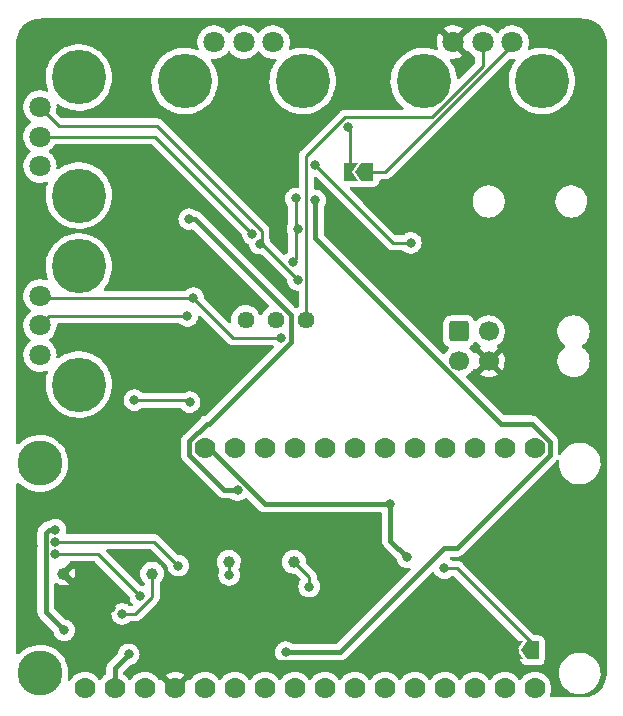
<source format=gbl>
G04 #@! TF.GenerationSoftware,KiCad,Pcbnew,(5.99.0-6951-g72beaf1538)*
G04 #@! TF.CreationDate,2020-12-20T08:42:52+11:00*
G04 #@! TF.ProjectId,Tph_Synth_Featherwing,5470685f-5379-46e7-9468-5f4665617468,rev?*
G04 #@! TF.SameCoordinates,Original*
G04 #@! TF.FileFunction,Copper,L2,Bot*
G04 #@! TF.FilePolarity,Positive*
%FSLAX46Y46*%
G04 Gerber Fmt 4.6, Leading zero omitted, Abs format (unit mm)*
G04 Created by KiCad (PCBNEW (5.99.0-6951-g72beaf1538)) date 2020-12-20 08:42:52*
%MOMM*%
%LPD*%
G01*
G04 APERTURE LIST*
G04 Aperture macros list*
%AMRoundRect*
0 Rectangle with rounded corners*
0 $1 Rounding radius*
0 $2 $3 $4 $5 $6 $7 $8 $9 X,Y pos of 4 corners*
0 Add a 4 corners polygon primitive as box body*
4,1,4,$2,$3,$4,$5,$6,$7,$8,$9,$2,$3,0*
0 Add four circle primitives for the rounded corners*
1,1,$1+$1,$2,$3,0*
1,1,$1+$1,$4,$5,0*
1,1,$1+$1,$6,$7,0*
1,1,$1+$1,$8,$9,0*
0 Add four rect primitives between the rounded corners*
20,1,$1+$1,$2,$3,$4,$5,0*
20,1,$1+$1,$4,$5,$6,$7,0*
20,1,$1+$1,$6,$7,$8,$9,0*
20,1,$1+$1,$8,$9,$2,$3,0*%
G04 Aperture macros list end*
G04 #@! TA.AperFunction,ComponentPad*
%ADD10C,3.810000*%
G04 #@! TD*
G04 #@! TA.AperFunction,ComponentPad*
%ADD11C,1.778000*%
G04 #@! TD*
G04 #@! TA.AperFunction,ComponentPad*
%ADD12C,4.600000*%
G04 #@! TD*
G04 #@! TA.AperFunction,ComponentPad*
%ADD13C,1.800000*%
G04 #@! TD*
G04 #@! TA.AperFunction,ComponentPad*
%ADD14C,1.440000*%
G04 #@! TD*
G04 #@! TA.AperFunction,ComponentPad*
%ADD15RoundRect,0.250000X-0.600000X-0.600000X0.600000X-0.600000X0.600000X0.600000X-0.600000X0.600000X0*%
G04 #@! TD*
G04 #@! TA.AperFunction,ComponentPad*
%ADD16C,1.700000*%
G04 #@! TD*
G04 #@! TA.AperFunction,SMDPad,CuDef*
%ADD17C,1.000000*%
G04 #@! TD*
G04 #@! TA.AperFunction,ViaPad*
%ADD18C,0.800000*%
G04 #@! TD*
G04 #@! TA.AperFunction,Conductor*
%ADD19C,0.400000*%
G04 #@! TD*
G04 #@! TA.AperFunction,Conductor*
%ADD20C,0.250000*%
G04 #@! TD*
G04 APERTURE END LIST*
D10*
X89490000Y-116180000D03*
X89490000Y-133960000D03*
D11*
X93300000Y-135230000D03*
X95840000Y-135230000D03*
X98380000Y-135230000D03*
X100920000Y-135230000D03*
X103460000Y-135230000D03*
X106000000Y-135230000D03*
X108540000Y-135230000D03*
X111080000Y-135230000D03*
X113620000Y-135230000D03*
X116160000Y-135230000D03*
X118700000Y-135230000D03*
X121240000Y-135230000D03*
X123780000Y-135230000D03*
X126320000Y-135230000D03*
X128860000Y-135230000D03*
X131400000Y-135230000D03*
X131400000Y-114910000D03*
X128860000Y-114910000D03*
X126320000Y-114910000D03*
X123780000Y-114910000D03*
X121240000Y-114910000D03*
X118700000Y-114910000D03*
X116160000Y-114910000D03*
X113620000Y-114910000D03*
X111080000Y-114910000D03*
X108540000Y-114910000D03*
X106000000Y-114910000D03*
X103460000Y-114910000D03*
D12*
X92800000Y-109500000D03*
X92800000Y-99500000D03*
D13*
X89500000Y-102000000D03*
X89500000Y-104500000D03*
X89500000Y-107000000D03*
D12*
X111750000Y-83800000D03*
X101750000Y-83800000D03*
D13*
X109250000Y-80500000D03*
X106750000Y-80500000D03*
X104250000Y-80500000D03*
D12*
X92800000Y-83500000D03*
X92800000Y-93500000D03*
D13*
X89500000Y-86000000D03*
X89500000Y-88500000D03*
X89500000Y-91000000D03*
D12*
X132000000Y-83800000D03*
X122000000Y-83800000D03*
D13*
X129500000Y-80500000D03*
X127000000Y-80500000D03*
X124500000Y-80500000D03*
D14*
X112000000Y-104000000D03*
X109460000Y-104000000D03*
X106920000Y-104000000D03*
D15*
X125000000Y-105000000D03*
D16*
X125000000Y-107500000D03*
X127500000Y-105000000D03*
X127500000Y-107500000D03*
G04 #@! TA.AperFunction,SMDPad,CuDef*
G36*
X116225000Y-91500000D02*
G01*
X116725001Y-90750000D01*
X117725000Y-90750001D01*
X117724999Y-92250000D01*
X116725000Y-92249999D01*
X116225000Y-91500000D01*
G37*
G04 #@! TD.AperFunction*
G04 #@! TA.AperFunction,SMDPad,CuDef*
G36*
X115275001Y-90750000D02*
G01*
X116425000Y-90750001D01*
X115925000Y-91500000D01*
X116424999Y-92250000D01*
X115275000Y-92249999D01*
X115275001Y-90750000D01*
G37*
G04 #@! TD.AperFunction*
D17*
X99000000Y-125500000D03*
X91500000Y-125500000D03*
X111000000Y-124500000D03*
X105500000Y-124500000D03*
G04 #@! TA.AperFunction,SMDPad,CuDef*
G36*
X130225000Y-132000000D02*
G01*
X130725001Y-131250000D01*
X131725000Y-131250001D01*
X131724999Y-132750000D01*
X130725000Y-132749999D01*
X130225000Y-132000000D01*
G37*
G04 #@! TD.AperFunction*
G04 #@! TA.AperFunction,SMDPad,CuDef*
G36*
X129275001Y-131250000D02*
G01*
X130425000Y-131250001D01*
X129925000Y-132000000D01*
X130424999Y-132750000D01*
X129275000Y-132749999D01*
X129275001Y-131250000D01*
G37*
G04 #@! TD.AperFunction*
D18*
X90805000Y-121793000D03*
X97027998Y-132334000D03*
X91567000Y-130302000D03*
X117000000Y-80000000D03*
X135000000Y-80000000D03*
X89000000Y-81000000D03*
X136000000Y-101000000D03*
X89000000Y-111000000D03*
X95500000Y-128436600D03*
X88900000Y-121920000D03*
X88900000Y-123190000D03*
X117708000Y-131159700D03*
X136000000Y-125000000D03*
X136000000Y-119000000D03*
X89000000Y-84000000D03*
X136000000Y-113000000D03*
X89000000Y-97000000D03*
X96000000Y-80000000D03*
X136000000Y-131000000D03*
X99000000Y-80000000D03*
X89000000Y-113000000D03*
X88825003Y-128971249D03*
X136000000Y-84000000D03*
X120000000Y-80000000D03*
X114000000Y-80000000D03*
X136000000Y-122000000D03*
X136000000Y-128000000D03*
X136000000Y-81000000D03*
X136000000Y-98000000D03*
X90000000Y-80000000D03*
X136000000Y-87000000D03*
X89000000Y-94000000D03*
X93000000Y-80000000D03*
X136000000Y-110000000D03*
X132000000Y-80000000D03*
X119187200Y-119612400D03*
X120601000Y-124122500D03*
X110317158Y-132161198D03*
X112819300Y-93903100D03*
X102188100Y-110987700D03*
X97500000Y-110818700D03*
X96469300Y-128913000D03*
X111173700Y-93747800D03*
X110904800Y-99158200D03*
X111321100Y-96318500D03*
X112305300Y-126608600D03*
X105525000Y-125624500D03*
X123746200Y-125048400D03*
X107494500Y-96754700D03*
X101997000Y-103687100D03*
X109958500Y-105533000D03*
X102499700Y-102178900D03*
X112827100Y-90949800D03*
X120909500Y-97500500D03*
X111347900Y-100634100D03*
X108124100Y-97570500D03*
X115562500Y-87683500D03*
X102143400Y-95500100D03*
X106237000Y-118417200D03*
X90805000Y-122809000D03*
X101219000Y-124841000D03*
X98000000Y-127425000D03*
X90805000Y-123825000D03*
D19*
X95840000Y-133521998D02*
X96627999Y-132733999D01*
X96627999Y-132733999D02*
X97027998Y-132334000D01*
X91567000Y-130302000D02*
X90004999Y-128739999D01*
X90239315Y-121793000D02*
X90805000Y-121793000D01*
X90004999Y-128739999D02*
X90004999Y-122027316D01*
X90004999Y-122027316D02*
X90239315Y-121793000D01*
X95840000Y-135230000D02*
X95840000Y-133521998D01*
X117708000Y-131159700D02*
X117708000Y-132000000D01*
X101808999Y-134341001D02*
X100920000Y-135230000D01*
X103188800Y-132961200D02*
X101808999Y-134341001D01*
X129775000Y-132000000D02*
X117708000Y-132000000D01*
X117708000Y-132000000D02*
X116746800Y-132961200D01*
X116746800Y-132961200D02*
X103188800Y-132961200D01*
D20*
X94436600Y-128436600D02*
X95500000Y-128436600D01*
X91500000Y-125500000D02*
X94436600Y-128436600D01*
D19*
X119187200Y-122708700D02*
X120601000Y-124122500D01*
X119187200Y-119612400D02*
X119187200Y-122708700D01*
X119187200Y-119612400D02*
X108564000Y-119612400D01*
X108564000Y-119612400D02*
X103861600Y-114910000D01*
X103861600Y-114910000D02*
X103460000Y-114910000D01*
X112819300Y-97091900D02*
X128549700Y-112822300D01*
X112819300Y-93903100D02*
X112819300Y-97091900D01*
X114927602Y-132161198D02*
X110882843Y-132161198D01*
X128549700Y-112822300D02*
X131139300Y-112822300D01*
X131139300Y-112822300D02*
X132689500Y-114372500D01*
X124786000Y-123366700D02*
X123722100Y-123366700D01*
X123722100Y-123366700D02*
X114927602Y-132161198D01*
X110882843Y-132161198D02*
X110317158Y-132161198D01*
X132689500Y-114372500D02*
X132689500Y-115463200D01*
X132689500Y-115463200D02*
X124786000Y-123366700D01*
D20*
X97500000Y-110818700D02*
X102019100Y-110818700D01*
X102019100Y-110818700D02*
X102188100Y-110987700D01*
X97585004Y-128913000D02*
X96469300Y-128913000D01*
X99000000Y-125500000D02*
X99000000Y-127498004D01*
X99000000Y-127498004D02*
X97585004Y-128913000D01*
X111173700Y-96318500D02*
X111173700Y-98889300D01*
X111173700Y-98889300D02*
X110904800Y-99158200D01*
X111173700Y-96318500D02*
X111321100Y-96318500D01*
X111173700Y-93747800D02*
X111173700Y-96318500D01*
X112305300Y-125805300D02*
X112305300Y-126608600D01*
X111000000Y-124500000D02*
X112305300Y-125805300D01*
X105500000Y-124500000D02*
X105500000Y-125599500D01*
X105500000Y-125599500D02*
X105525000Y-125624500D01*
X122662800Y-86859700D02*
X127000000Y-82522500D01*
X112000000Y-104000000D02*
X112073200Y-103926800D01*
X112073200Y-103926800D02*
X112073200Y-90136800D01*
X112073200Y-90136800D02*
X115350300Y-86859700D01*
X127000000Y-82522500D02*
X127000000Y-80500000D01*
X115350300Y-86859700D02*
X122662800Y-86859700D01*
X124811200Y-125048400D02*
X123746200Y-125048400D01*
X131225000Y-131462200D02*
X124811200Y-125048400D01*
X131225000Y-132000000D02*
X131225000Y-131462200D01*
X99239800Y-88500000D02*
X107494500Y-96754700D01*
X89500000Y-88500000D02*
X99239800Y-88500000D01*
X89500000Y-104500000D02*
X90312900Y-103687100D01*
X90312900Y-103687100D02*
X101997000Y-103687100D01*
X89678900Y-102178900D02*
X102499700Y-102178900D01*
X102499700Y-102178900D02*
X105853800Y-105533000D01*
X105853800Y-105533000D02*
X109958500Y-105533000D01*
X89500000Y-102000000D02*
X89678900Y-102178900D01*
X119377800Y-97500500D02*
X112827100Y-90949800D01*
X120909500Y-97500500D02*
X119377800Y-97500500D01*
X91091000Y-87591000D02*
X99409300Y-87591000D01*
X99409300Y-87591000D02*
X108284300Y-96466000D01*
X108284300Y-96466000D02*
X108284300Y-97570500D01*
X89500000Y-86000000D02*
X91091000Y-87591000D01*
X108284300Y-97570500D02*
X111347900Y-100634100D01*
X108124100Y-97570500D02*
X108284300Y-97570500D01*
X115775000Y-91500000D02*
X115775000Y-87896000D01*
X115775000Y-87896000D02*
X115562500Y-87683500D01*
D19*
X110758900Y-105893900D02*
X103830400Y-112822400D01*
X103830400Y-112822400D02*
X103622900Y-112822400D01*
X102157100Y-115448100D02*
X105126200Y-118417200D01*
X102157100Y-114288200D02*
X102157100Y-115448100D01*
X102624100Y-95500100D02*
X110758900Y-103634900D01*
X110758900Y-103634900D02*
X110758900Y-105893900D01*
X102143400Y-95500100D02*
X102624100Y-95500100D01*
X103622900Y-112822400D02*
X102157100Y-114288200D01*
X105126200Y-118417200D02*
X106237000Y-118417200D01*
D20*
X101219000Y-124841000D02*
X99187000Y-122809000D01*
X99187000Y-122809000D02*
X90805000Y-122809000D01*
X98000000Y-127425000D02*
X94400000Y-123825000D01*
X94400000Y-123825000D02*
X90805000Y-123825000D01*
X117225000Y-91500000D02*
X118738800Y-91500000D01*
X118738800Y-91500000D02*
X129500000Y-80738800D01*
X129500000Y-80738800D02*
X129500000Y-80500000D01*
G04 #@! TA.AperFunction,Conductor*
G36*
X135439048Y-78509857D02*
G01*
X135452859Y-78512255D01*
X135618440Y-78515146D01*
X135632683Y-78516205D01*
X135738179Y-78530094D01*
X135879732Y-78548730D01*
X135895896Y-78551945D01*
X136131178Y-78614989D01*
X136146785Y-78620287D01*
X136371823Y-78713500D01*
X136386596Y-78720786D01*
X136462308Y-78764498D01*
X136597546Y-78842578D01*
X136611247Y-78851732D01*
X136804503Y-79000023D01*
X136816885Y-79010883D01*
X136989117Y-79183115D01*
X136999984Y-79195506D01*
X137148262Y-79388745D01*
X137157419Y-79402449D01*
X137279211Y-79613398D01*
X137286499Y-79628175D01*
X137319061Y-79706787D01*
X137379716Y-79853221D01*
X137385014Y-79868828D01*
X137448055Y-80104103D01*
X137451270Y-80120267D01*
X137453288Y-80135592D01*
X137483751Y-80366978D01*
X137483795Y-80367315D01*
X137484854Y-80381560D01*
X137487688Y-80543864D01*
X137490396Y-80560675D01*
X137492000Y-80580713D01*
X137492001Y-133917493D01*
X137490143Y-133939048D01*
X137487745Y-133952859D01*
X137485955Y-134055409D01*
X137484854Y-134118442D01*
X137483795Y-134132683D01*
X137473941Y-134207535D01*
X137451271Y-134379730D01*
X137448056Y-134395894D01*
X137385012Y-134631177D01*
X137379714Y-134646784D01*
X137289081Y-134865592D01*
X137286503Y-134871815D01*
X137279213Y-134886597D01*
X137157421Y-135097547D01*
X137148264Y-135111251D01*
X136999981Y-135304497D01*
X136989114Y-135316888D01*
X136816888Y-135489114D01*
X136804505Y-135499975D01*
X136611242Y-135648273D01*
X136597556Y-135657417D01*
X136524338Y-135699689D01*
X136386603Y-135779209D01*
X136371823Y-135786497D01*
X136146777Y-135879716D01*
X136131169Y-135885015D01*
X135895899Y-135948055D01*
X135879734Y-135951270D01*
X135722290Y-135971998D01*
X135632680Y-135983795D01*
X135618440Y-135984854D01*
X135456136Y-135987688D01*
X135439325Y-135990396D01*
X135419287Y-135992000D01*
X132784490Y-135992000D01*
X132716369Y-135971998D01*
X132669876Y-135918342D01*
X132659772Y-135848068D01*
X132670623Y-135812053D01*
X132673596Y-135805779D01*
X132713683Y-135721166D01*
X132777658Y-135492802D01*
X132779159Y-135478399D01*
X132801935Y-135259874D01*
X132801936Y-135259864D01*
X132802242Y-135256924D01*
X132802500Y-135230000D01*
X132801149Y-135214078D01*
X132782900Y-134999005D01*
X132782899Y-134999001D01*
X132782449Y-134993694D01*
X132781111Y-134988539D01*
X132781110Y-134988533D01*
X132724212Y-134769315D01*
X132722870Y-134764144D01*
X132662973Y-134631177D01*
X132627656Y-134552776D01*
X132627655Y-134552773D01*
X132625466Y-134547915D01*
X132493021Y-134351188D01*
X132329325Y-134179590D01*
X132139056Y-134038025D01*
X131927655Y-133930544D01*
X131873876Y-133913845D01*
X133447424Y-133913845D01*
X133447648Y-133918512D01*
X133447648Y-133918517D01*
X133453272Y-134035605D01*
X133459962Y-134174878D01*
X133510946Y-134431189D01*
X133599255Y-134677150D01*
X133601472Y-134681276D01*
X133645999Y-134764144D01*
X133722949Y-134907356D01*
X133725744Y-134911100D01*
X133725746Y-134911102D01*
X133876519Y-135113012D01*
X133876524Y-135113018D01*
X133879311Y-135116750D01*
X133882620Y-135120030D01*
X133882625Y-135120036D01*
X133990462Y-135226936D01*
X134064906Y-135300733D01*
X134068668Y-135303491D01*
X134068671Y-135303494D01*
X134177684Y-135383425D01*
X134275657Y-135455261D01*
X134279792Y-135457437D01*
X134279796Y-135457439D01*
X134360910Y-135500115D01*
X134506934Y-135576942D01*
X134700186Y-135644429D01*
X134711166Y-135648263D01*
X134753655Y-135663101D01*
X134758248Y-135663973D01*
X135005813Y-135710975D01*
X135005816Y-135710975D01*
X135010402Y-135711846D01*
X135134598Y-135716726D01*
X135266866Y-135721923D01*
X135266871Y-135721923D01*
X135271534Y-135722106D01*
X135378837Y-135710354D01*
X135526661Y-135694165D01*
X135526666Y-135694164D01*
X135531314Y-135693655D01*
X135549964Y-135688745D01*
X135779515Y-135628309D01*
X135784035Y-135627119D01*
X135918625Y-135569295D01*
X136019843Y-135525809D01*
X136019846Y-135525807D01*
X136024146Y-135523960D01*
X136028126Y-135521497D01*
X136028130Y-135521495D01*
X136242398Y-135388902D01*
X136242402Y-135388899D01*
X136246371Y-135386443D01*
X136445829Y-135217589D01*
X136531381Y-135120036D01*
X136615056Y-135024623D01*
X136615059Y-135024618D01*
X136618138Y-135021108D01*
X136759513Y-134801317D01*
X136866847Y-134563043D01*
X136922070Y-134367239D01*
X136936514Y-134316026D01*
X136936515Y-134316023D01*
X136937784Y-134311522D01*
X136945773Y-134248726D01*
X136970366Y-134055409D01*
X136970366Y-134055403D01*
X136970764Y-134052278D01*
X136971190Y-134036030D01*
X136972812Y-133974049D01*
X136973180Y-133960000D01*
X136967875Y-133888617D01*
X136954159Y-133704037D01*
X136954158Y-133704033D01*
X136953813Y-133699385D01*
X136944559Y-133658485D01*
X136897168Y-133449053D01*
X136896137Y-133444496D01*
X136883170Y-133411152D01*
X136803113Y-133205284D01*
X136803112Y-133205282D01*
X136801420Y-133200931D01*
X136787217Y-133176080D01*
X136741929Y-133096843D01*
X136671742Y-132974042D01*
X136509953Y-132768813D01*
X136319605Y-132589752D01*
X136104881Y-132440793D01*
X135935786Y-132357404D01*
X135874685Y-132327272D01*
X135874681Y-132327271D01*
X135870499Y-132325208D01*
X135621606Y-132245537D01*
X135363671Y-132203529D01*
X135250774Y-132202051D01*
X135107037Y-132200170D01*
X135107034Y-132200170D01*
X135102360Y-132200109D01*
X134843414Y-132235350D01*
X134838928Y-132236658D01*
X134838926Y-132236658D01*
X134803568Y-132246964D01*
X134592521Y-132308478D01*
X134588268Y-132310438D01*
X134588267Y-132310439D01*
X134559318Y-132323785D01*
X134355193Y-132417888D01*
X134351284Y-132420451D01*
X134140557Y-132558609D01*
X134140552Y-132558613D01*
X134136644Y-132561175D01*
X134133152Y-132564292D01*
X133968469Y-132711277D01*
X133941674Y-132735192D01*
X133774568Y-132936116D01*
X133638995Y-133159533D01*
X133637186Y-133163847D01*
X133637184Y-133163851D01*
X133561408Y-133344558D01*
X133537935Y-133400535D01*
X133473607Y-133653827D01*
X133447424Y-133913845D01*
X131873876Y-133913845D01*
X131858887Y-133909191D01*
X131706269Y-133861801D01*
X131706263Y-133861800D01*
X131701166Y-133860217D01*
X131574487Y-133843427D01*
X131471351Y-133829757D01*
X131471347Y-133829757D01*
X131466067Y-133829057D01*
X131460738Y-133829257D01*
X131460736Y-133829257D01*
X131347572Y-133833506D01*
X131229078Y-133837954D01*
X131143606Y-133855888D01*
X131002204Y-133885557D01*
X131002201Y-133885558D01*
X130996977Y-133886654D01*
X130928125Y-133913845D01*
X130781369Y-133971801D01*
X130781366Y-133971802D01*
X130776399Y-133973764D01*
X130771833Y-133976535D01*
X130578213Y-134094026D01*
X130578210Y-134094028D01*
X130573652Y-134096794D01*
X130569624Y-134100289D01*
X130569623Y-134100290D01*
X130446035Y-134207535D01*
X130394533Y-134252226D01*
X130391146Y-134256357D01*
X130247547Y-134431487D01*
X130247543Y-134431493D01*
X130244163Y-134435615D01*
X130237350Y-134447584D01*
X130186269Y-134496890D01*
X130116639Y-134510752D01*
X130050567Y-134484769D01*
X130023328Y-134455619D01*
X130021721Y-134453232D01*
X129953021Y-134351188D01*
X129789325Y-134179590D01*
X129599056Y-134038025D01*
X129387655Y-133930544D01*
X129318887Y-133909191D01*
X129166269Y-133861801D01*
X129166263Y-133861800D01*
X129161166Y-133860217D01*
X129034487Y-133843427D01*
X128931351Y-133829757D01*
X128931347Y-133829757D01*
X128926067Y-133829057D01*
X128920738Y-133829257D01*
X128920736Y-133829257D01*
X128807572Y-133833506D01*
X128689078Y-133837954D01*
X128603606Y-133855888D01*
X128462204Y-133885557D01*
X128462201Y-133885558D01*
X128456977Y-133886654D01*
X128388125Y-133913845D01*
X128241369Y-133971801D01*
X128241366Y-133971802D01*
X128236399Y-133973764D01*
X128231833Y-133976535D01*
X128038213Y-134094026D01*
X128038210Y-134094028D01*
X128033652Y-134096794D01*
X128029624Y-134100289D01*
X128029623Y-134100290D01*
X127906035Y-134207535D01*
X127854533Y-134252226D01*
X127851146Y-134256357D01*
X127707547Y-134431487D01*
X127707543Y-134431493D01*
X127704163Y-134435615D01*
X127697350Y-134447584D01*
X127646269Y-134496890D01*
X127576639Y-134510752D01*
X127510567Y-134484769D01*
X127483328Y-134455619D01*
X127481721Y-134453232D01*
X127413021Y-134351188D01*
X127249325Y-134179590D01*
X127059056Y-134038025D01*
X126847655Y-133930544D01*
X126778887Y-133909191D01*
X126626269Y-133861801D01*
X126626263Y-133861800D01*
X126621166Y-133860217D01*
X126494487Y-133843427D01*
X126391351Y-133829757D01*
X126391347Y-133829757D01*
X126386067Y-133829057D01*
X126380738Y-133829257D01*
X126380736Y-133829257D01*
X126267572Y-133833506D01*
X126149078Y-133837954D01*
X126063606Y-133855888D01*
X125922204Y-133885557D01*
X125922201Y-133885558D01*
X125916977Y-133886654D01*
X125848125Y-133913845D01*
X125701369Y-133971801D01*
X125701366Y-133971802D01*
X125696399Y-133973764D01*
X125691833Y-133976535D01*
X125498213Y-134094026D01*
X125498210Y-134094028D01*
X125493652Y-134096794D01*
X125489624Y-134100289D01*
X125489623Y-134100290D01*
X125366035Y-134207535D01*
X125314533Y-134252226D01*
X125311146Y-134256357D01*
X125167547Y-134431487D01*
X125167543Y-134431493D01*
X125164163Y-134435615D01*
X125157350Y-134447584D01*
X125106269Y-134496890D01*
X125036639Y-134510752D01*
X124970567Y-134484769D01*
X124943328Y-134455619D01*
X124941721Y-134453232D01*
X124873021Y-134351188D01*
X124709325Y-134179590D01*
X124519056Y-134038025D01*
X124307655Y-133930544D01*
X124238887Y-133909191D01*
X124086269Y-133861801D01*
X124086263Y-133861800D01*
X124081166Y-133860217D01*
X123954487Y-133843427D01*
X123851351Y-133829757D01*
X123851347Y-133829757D01*
X123846067Y-133829057D01*
X123840738Y-133829257D01*
X123840736Y-133829257D01*
X123727572Y-133833506D01*
X123609078Y-133837954D01*
X123523606Y-133855888D01*
X123382204Y-133885557D01*
X123382201Y-133885558D01*
X123376977Y-133886654D01*
X123308125Y-133913845D01*
X123161369Y-133971801D01*
X123161366Y-133971802D01*
X123156399Y-133973764D01*
X123151833Y-133976535D01*
X122958213Y-134094026D01*
X122958210Y-134094028D01*
X122953652Y-134096794D01*
X122949624Y-134100289D01*
X122949623Y-134100290D01*
X122826035Y-134207535D01*
X122774533Y-134252226D01*
X122771146Y-134256357D01*
X122627547Y-134431487D01*
X122627543Y-134431493D01*
X122624163Y-134435615D01*
X122617350Y-134447584D01*
X122566269Y-134496890D01*
X122496639Y-134510752D01*
X122430567Y-134484769D01*
X122403328Y-134455619D01*
X122401721Y-134453232D01*
X122333021Y-134351188D01*
X122169325Y-134179590D01*
X121979056Y-134038025D01*
X121767655Y-133930544D01*
X121698887Y-133909191D01*
X121546269Y-133861801D01*
X121546263Y-133861800D01*
X121541166Y-133860217D01*
X121414487Y-133843427D01*
X121311351Y-133829757D01*
X121311347Y-133829757D01*
X121306067Y-133829057D01*
X121300738Y-133829257D01*
X121300736Y-133829257D01*
X121187572Y-133833506D01*
X121069078Y-133837954D01*
X120983606Y-133855888D01*
X120842204Y-133885557D01*
X120842201Y-133885558D01*
X120836977Y-133886654D01*
X120768125Y-133913845D01*
X120621369Y-133971801D01*
X120621366Y-133971802D01*
X120616399Y-133973764D01*
X120611833Y-133976535D01*
X120418213Y-134094026D01*
X120418210Y-134094028D01*
X120413652Y-134096794D01*
X120409624Y-134100289D01*
X120409623Y-134100290D01*
X120286035Y-134207535D01*
X120234533Y-134252226D01*
X120231146Y-134256357D01*
X120087547Y-134431487D01*
X120087543Y-134431493D01*
X120084163Y-134435615D01*
X120077350Y-134447584D01*
X120026269Y-134496890D01*
X119956639Y-134510752D01*
X119890567Y-134484769D01*
X119863328Y-134455619D01*
X119861721Y-134453232D01*
X119793021Y-134351188D01*
X119629325Y-134179590D01*
X119439056Y-134038025D01*
X119227655Y-133930544D01*
X119158887Y-133909191D01*
X119006269Y-133861801D01*
X119006263Y-133861800D01*
X119001166Y-133860217D01*
X118874487Y-133843427D01*
X118771351Y-133829757D01*
X118771347Y-133829757D01*
X118766067Y-133829057D01*
X118760738Y-133829257D01*
X118760736Y-133829257D01*
X118647572Y-133833506D01*
X118529078Y-133837954D01*
X118443606Y-133855888D01*
X118302204Y-133885557D01*
X118302201Y-133885558D01*
X118296977Y-133886654D01*
X118228125Y-133913845D01*
X118081369Y-133971801D01*
X118081366Y-133971802D01*
X118076399Y-133973764D01*
X118071833Y-133976535D01*
X117878213Y-134094026D01*
X117878210Y-134094028D01*
X117873652Y-134096794D01*
X117869624Y-134100289D01*
X117869623Y-134100290D01*
X117746035Y-134207535D01*
X117694533Y-134252226D01*
X117691146Y-134256357D01*
X117547547Y-134431487D01*
X117547543Y-134431493D01*
X117544163Y-134435615D01*
X117537350Y-134447584D01*
X117486269Y-134496890D01*
X117416639Y-134510752D01*
X117350567Y-134484769D01*
X117323328Y-134455619D01*
X117321721Y-134453232D01*
X117253021Y-134351188D01*
X117089325Y-134179590D01*
X116899056Y-134038025D01*
X116687655Y-133930544D01*
X116618887Y-133909191D01*
X116466269Y-133861801D01*
X116466263Y-133861800D01*
X116461166Y-133860217D01*
X116334487Y-133843427D01*
X116231351Y-133829757D01*
X116231347Y-133829757D01*
X116226067Y-133829057D01*
X116220738Y-133829257D01*
X116220736Y-133829257D01*
X116107572Y-133833506D01*
X115989078Y-133837954D01*
X115903606Y-133855888D01*
X115762204Y-133885557D01*
X115762201Y-133885558D01*
X115756977Y-133886654D01*
X115688125Y-133913845D01*
X115541369Y-133971801D01*
X115541366Y-133971802D01*
X115536399Y-133973764D01*
X115531833Y-133976535D01*
X115338213Y-134094026D01*
X115338210Y-134094028D01*
X115333652Y-134096794D01*
X115329624Y-134100289D01*
X115329623Y-134100290D01*
X115206035Y-134207535D01*
X115154533Y-134252226D01*
X115151146Y-134256357D01*
X115007547Y-134431487D01*
X115007543Y-134431493D01*
X115004163Y-134435615D01*
X114997350Y-134447584D01*
X114946269Y-134496890D01*
X114876639Y-134510752D01*
X114810567Y-134484769D01*
X114783328Y-134455619D01*
X114781721Y-134453232D01*
X114713021Y-134351188D01*
X114549325Y-134179590D01*
X114359056Y-134038025D01*
X114147655Y-133930544D01*
X114078887Y-133909191D01*
X113926269Y-133861801D01*
X113926263Y-133861800D01*
X113921166Y-133860217D01*
X113794487Y-133843427D01*
X113691351Y-133829757D01*
X113691347Y-133829757D01*
X113686067Y-133829057D01*
X113680738Y-133829257D01*
X113680736Y-133829257D01*
X113567572Y-133833506D01*
X113449078Y-133837954D01*
X113363606Y-133855888D01*
X113222204Y-133885557D01*
X113222201Y-133885558D01*
X113216977Y-133886654D01*
X113148125Y-133913845D01*
X113001369Y-133971801D01*
X113001366Y-133971802D01*
X112996399Y-133973764D01*
X112991833Y-133976535D01*
X112798213Y-134094026D01*
X112798210Y-134094028D01*
X112793652Y-134096794D01*
X112789624Y-134100289D01*
X112789623Y-134100290D01*
X112666035Y-134207535D01*
X112614533Y-134252226D01*
X112611146Y-134256357D01*
X112467547Y-134431487D01*
X112467543Y-134431493D01*
X112464163Y-134435615D01*
X112457350Y-134447584D01*
X112406269Y-134496890D01*
X112336639Y-134510752D01*
X112270567Y-134484769D01*
X112243328Y-134455619D01*
X112241721Y-134453232D01*
X112173021Y-134351188D01*
X112009325Y-134179590D01*
X111819056Y-134038025D01*
X111607655Y-133930544D01*
X111538887Y-133909191D01*
X111386269Y-133861801D01*
X111386263Y-133861800D01*
X111381166Y-133860217D01*
X111254487Y-133843427D01*
X111151351Y-133829757D01*
X111151347Y-133829757D01*
X111146067Y-133829057D01*
X111140738Y-133829257D01*
X111140736Y-133829257D01*
X111027572Y-133833506D01*
X110909078Y-133837954D01*
X110823606Y-133855888D01*
X110682204Y-133885557D01*
X110682201Y-133885558D01*
X110676977Y-133886654D01*
X110608125Y-133913845D01*
X110461369Y-133971801D01*
X110461366Y-133971802D01*
X110456399Y-133973764D01*
X110451833Y-133976535D01*
X110258213Y-134094026D01*
X110258210Y-134094028D01*
X110253652Y-134096794D01*
X110249624Y-134100289D01*
X110249623Y-134100290D01*
X110126035Y-134207535D01*
X110074533Y-134252226D01*
X110071146Y-134256357D01*
X109927547Y-134431487D01*
X109927543Y-134431493D01*
X109924163Y-134435615D01*
X109917350Y-134447584D01*
X109866269Y-134496890D01*
X109796639Y-134510752D01*
X109730567Y-134484769D01*
X109703328Y-134455619D01*
X109701721Y-134453232D01*
X109633021Y-134351188D01*
X109469325Y-134179590D01*
X109279056Y-134038025D01*
X109067655Y-133930544D01*
X108998887Y-133909191D01*
X108846269Y-133861801D01*
X108846263Y-133861800D01*
X108841166Y-133860217D01*
X108714487Y-133843427D01*
X108611351Y-133829757D01*
X108611347Y-133829757D01*
X108606067Y-133829057D01*
X108600738Y-133829257D01*
X108600736Y-133829257D01*
X108487572Y-133833506D01*
X108369078Y-133837954D01*
X108283606Y-133855888D01*
X108142204Y-133885557D01*
X108142201Y-133885558D01*
X108136977Y-133886654D01*
X108068125Y-133913845D01*
X107921369Y-133971801D01*
X107921366Y-133971802D01*
X107916399Y-133973764D01*
X107911833Y-133976535D01*
X107718213Y-134094026D01*
X107718210Y-134094028D01*
X107713652Y-134096794D01*
X107709624Y-134100289D01*
X107709623Y-134100290D01*
X107586035Y-134207535D01*
X107534533Y-134252226D01*
X107531146Y-134256357D01*
X107387547Y-134431487D01*
X107387543Y-134431493D01*
X107384163Y-134435615D01*
X107377350Y-134447584D01*
X107326269Y-134496890D01*
X107256639Y-134510752D01*
X107190567Y-134484769D01*
X107163328Y-134455619D01*
X107161721Y-134453232D01*
X107093021Y-134351188D01*
X106929325Y-134179590D01*
X106739056Y-134038025D01*
X106527655Y-133930544D01*
X106458887Y-133909191D01*
X106306269Y-133861801D01*
X106306263Y-133861800D01*
X106301166Y-133860217D01*
X106174487Y-133843427D01*
X106071351Y-133829757D01*
X106071347Y-133829757D01*
X106066067Y-133829057D01*
X106060738Y-133829257D01*
X106060736Y-133829257D01*
X105947572Y-133833506D01*
X105829078Y-133837954D01*
X105743606Y-133855888D01*
X105602204Y-133885557D01*
X105602201Y-133885558D01*
X105596977Y-133886654D01*
X105528125Y-133913845D01*
X105381369Y-133971801D01*
X105381366Y-133971802D01*
X105376399Y-133973764D01*
X105371833Y-133976535D01*
X105178213Y-134094026D01*
X105178210Y-134094028D01*
X105173652Y-134096794D01*
X105169624Y-134100289D01*
X105169623Y-134100290D01*
X105046035Y-134207535D01*
X104994533Y-134252226D01*
X104991146Y-134256357D01*
X104847547Y-134431487D01*
X104847543Y-134431493D01*
X104844163Y-134435615D01*
X104837350Y-134447584D01*
X104786269Y-134496890D01*
X104716639Y-134510752D01*
X104650567Y-134484769D01*
X104623328Y-134455619D01*
X104621721Y-134453232D01*
X104553021Y-134351188D01*
X104389325Y-134179590D01*
X104199056Y-134038025D01*
X103987655Y-133930544D01*
X103918887Y-133909191D01*
X103766269Y-133861801D01*
X103766263Y-133861800D01*
X103761166Y-133860217D01*
X103634487Y-133843427D01*
X103531351Y-133829757D01*
X103531347Y-133829757D01*
X103526067Y-133829057D01*
X103520738Y-133829257D01*
X103520736Y-133829257D01*
X103407572Y-133833506D01*
X103289078Y-133837954D01*
X103203606Y-133855888D01*
X103062204Y-133885557D01*
X103062201Y-133885558D01*
X103056977Y-133886654D01*
X102988125Y-133913845D01*
X102841369Y-133971801D01*
X102841366Y-133971802D01*
X102836399Y-133973764D01*
X102831833Y-133976535D01*
X102638213Y-134094026D01*
X102638210Y-134094028D01*
X102633652Y-134096794D01*
X102629624Y-134100289D01*
X102629623Y-134100290D01*
X102506035Y-134207535D01*
X102454533Y-134252226D01*
X102451146Y-134256357D01*
X102307547Y-134431487D01*
X102307543Y-134431493D01*
X102304163Y-134435615D01*
X102301520Y-134440258D01*
X102297073Y-134448069D01*
X102245989Y-134497374D01*
X102176359Y-134511234D01*
X102110289Y-134485248D01*
X102083052Y-134456100D01*
X102081121Y-134453232D01*
X102071116Y-134444929D01*
X102057053Y-134452157D01*
X101009095Y-135500115D01*
X100946783Y-135534141D01*
X100875968Y-135529076D01*
X100830905Y-135500115D01*
X99778339Y-134447549D01*
X99765154Y-134440349D01*
X99759908Y-134444098D01*
X99757663Y-134448042D01*
X99706582Y-134497350D01*
X99636952Y-134511214D01*
X99570880Y-134485232D01*
X99543639Y-134456081D01*
X99541721Y-134453232D01*
X99473021Y-134351188D01*
X99309325Y-134179590D01*
X99173326Y-134078403D01*
X100132577Y-134078403D01*
X100136259Y-134087049D01*
X100907188Y-134857978D01*
X100921132Y-134865592D01*
X100922965Y-134865461D01*
X100929580Y-134861210D01*
X101699619Y-134091171D01*
X101706349Y-134078846D01*
X101697821Y-134067489D01*
X101663076Y-134041637D01*
X101654032Y-134036030D01*
X101452222Y-133933425D01*
X101442369Y-133929424D01*
X101226157Y-133862288D01*
X101215770Y-133860004D01*
X100991327Y-133830256D01*
X100980712Y-133829756D01*
X100754470Y-133838250D01*
X100743921Y-133839545D01*
X100522348Y-133886036D01*
X100512151Y-133889096D01*
X100301590Y-133972250D01*
X100292058Y-133976981D01*
X100142081Y-134067989D01*
X100132577Y-134078403D01*
X99173326Y-134078403D01*
X99119056Y-134038025D01*
X98907655Y-133930544D01*
X98838887Y-133909191D01*
X98686269Y-133861801D01*
X98686263Y-133861800D01*
X98681166Y-133860217D01*
X98554487Y-133843427D01*
X98451351Y-133829757D01*
X98451347Y-133829757D01*
X98446067Y-133829057D01*
X98440738Y-133829257D01*
X98440736Y-133829257D01*
X98327572Y-133833506D01*
X98209078Y-133837954D01*
X98123606Y-133855888D01*
X97982204Y-133885557D01*
X97982201Y-133885558D01*
X97976977Y-133886654D01*
X97908125Y-133913845D01*
X97761369Y-133971801D01*
X97761366Y-133971802D01*
X97756399Y-133973764D01*
X97751833Y-133976535D01*
X97558213Y-134094026D01*
X97558210Y-134094028D01*
X97553652Y-134096794D01*
X97549624Y-134100289D01*
X97549623Y-134100290D01*
X97426035Y-134207535D01*
X97374533Y-134252226D01*
X97371146Y-134256357D01*
X97227547Y-134431487D01*
X97227543Y-134431493D01*
X97224163Y-134435615D01*
X97217350Y-134447584D01*
X97166269Y-134496890D01*
X97096639Y-134510752D01*
X97030567Y-134484769D01*
X97003328Y-134455619D01*
X97001721Y-134453232D01*
X96933021Y-134351188D01*
X96769325Y-134179590D01*
X96654324Y-134094026D01*
X96599287Y-134053077D01*
X96556574Y-133996366D01*
X96548500Y-133951988D01*
X96548500Y-133867658D01*
X96568502Y-133799537D01*
X96585405Y-133778562D01*
X97094537Y-133269431D01*
X97157435Y-133235281D01*
X97303819Y-133204165D01*
X97303824Y-133204163D01*
X97310285Y-133202790D01*
X97316316Y-133200105D01*
X97478718Y-133127799D01*
X97478720Y-133127798D01*
X97484748Y-133125114D01*
X97523660Y-133096843D01*
X97633905Y-133016746D01*
X97633907Y-133016744D01*
X97639249Y-133012863D01*
X97711589Y-132932521D01*
X97762616Y-132875850D01*
X97762617Y-132875849D01*
X97767035Y-132870942D01*
X97844676Y-132736464D01*
X97859218Y-132711277D01*
X97859219Y-132711276D01*
X97862522Y-132705554D01*
X97900148Y-132589752D01*
X97919496Y-132530206D01*
X97919496Y-132530205D01*
X97921536Y-132523927D01*
X97941498Y-132334000D01*
X97936725Y-132288590D01*
X97922226Y-132150637D01*
X97922226Y-132150636D01*
X97921536Y-132144073D01*
X97862522Y-131962446D01*
X97767035Y-131797058D01*
X97760360Y-131789644D01*
X97643671Y-131660048D01*
X97643670Y-131660047D01*
X97639249Y-131655137D01*
X97633907Y-131651256D01*
X97633905Y-131651254D01*
X97490090Y-131546767D01*
X97490089Y-131546766D01*
X97484748Y-131542886D01*
X97478720Y-131540202D01*
X97478718Y-131540201D01*
X97316316Y-131467895D01*
X97316315Y-131467895D01*
X97310285Y-131465210D01*
X97216885Y-131445357D01*
X97129942Y-131426876D01*
X97129937Y-131426876D01*
X97123485Y-131425504D01*
X96932511Y-131425504D01*
X96926059Y-131426876D01*
X96926054Y-131426876D01*
X96839111Y-131445357D01*
X96745711Y-131465210D01*
X96739681Y-131467895D01*
X96739680Y-131467895D01*
X96577278Y-131540201D01*
X96577276Y-131540202D01*
X96571248Y-131542886D01*
X96565907Y-131546766D01*
X96565906Y-131546767D01*
X96422091Y-131651254D01*
X96422089Y-131651256D01*
X96416747Y-131655137D01*
X96412326Y-131660047D01*
X96412325Y-131660048D01*
X96295637Y-131789644D01*
X96288961Y-131797058D01*
X96193474Y-131962446D01*
X96134460Y-132144073D01*
X96133770Y-132150636D01*
X96133770Y-132150637D01*
X96129553Y-132190763D01*
X96102540Y-132256420D01*
X96093339Y-132266689D01*
X95357365Y-133002664D01*
X95351098Y-133008518D01*
X95309767Y-133044573D01*
X95300380Y-133057929D01*
X95273031Y-133096843D01*
X95269098Y-133102138D01*
X95240918Y-133138078D01*
X95229698Y-133152387D01*
X95226572Y-133159309D01*
X95225188Y-133161595D01*
X95216836Y-133176238D01*
X95215563Y-133178613D01*
X95211191Y-133184833D01*
X95208432Y-133191909D01*
X95208430Y-133191913D01*
X95187990Y-133244340D01*
X95185441Y-133250405D01*
X95159150Y-133308633D01*
X95157765Y-133316106D01*
X95156958Y-133318681D01*
X95152350Y-133334858D01*
X95151677Y-133337478D01*
X95148917Y-133344558D01*
X95147925Y-133352093D01*
X95140581Y-133407879D01*
X95139550Y-133414387D01*
X95127909Y-133477198D01*
X95128346Y-133484778D01*
X95128346Y-133484779D01*
X95131292Y-133535872D01*
X95131501Y-133543125D01*
X95131501Y-133954357D01*
X95111499Y-134022478D01*
X95070866Y-134062076D01*
X95018213Y-134094026D01*
X95018210Y-134094028D01*
X95013652Y-134096794D01*
X95009624Y-134100289D01*
X95009623Y-134100290D01*
X94886035Y-134207535D01*
X94834533Y-134252226D01*
X94831146Y-134256357D01*
X94687547Y-134431487D01*
X94687543Y-134431493D01*
X94684163Y-134435615D01*
X94677350Y-134447584D01*
X94626269Y-134496890D01*
X94556639Y-134510752D01*
X94490567Y-134484769D01*
X94463328Y-134455619D01*
X94461721Y-134453232D01*
X94393021Y-134351188D01*
X94229325Y-134179590D01*
X94039056Y-134038025D01*
X93827655Y-133930544D01*
X93758887Y-133909191D01*
X93606269Y-133861801D01*
X93606263Y-133861800D01*
X93601166Y-133860217D01*
X93474487Y-133843427D01*
X93371351Y-133829757D01*
X93371347Y-133829757D01*
X93366067Y-133829057D01*
X93360738Y-133829257D01*
X93360736Y-133829257D01*
X93247572Y-133833506D01*
X93129078Y-133837954D01*
X93043606Y-133855888D01*
X92902204Y-133885557D01*
X92902201Y-133885558D01*
X92896977Y-133886654D01*
X92828125Y-133913845D01*
X92681369Y-133971801D01*
X92681366Y-133971802D01*
X92676399Y-133973764D01*
X92671833Y-133976535D01*
X92478213Y-134094026D01*
X92478210Y-134094028D01*
X92473652Y-134096794D01*
X92469624Y-134100289D01*
X92469623Y-134100290D01*
X92346035Y-134207535D01*
X92294533Y-134252226D01*
X92291146Y-134256357D01*
X92147547Y-134431487D01*
X92147543Y-134431493D01*
X92144163Y-134435615D01*
X92088006Y-134534269D01*
X92036924Y-134583575D01*
X91967294Y-134597437D01*
X91901223Y-134571454D01*
X91859688Y-134513874D01*
X91855858Y-134443058D01*
X91870769Y-134379730D01*
X91874631Y-134363330D01*
X91875047Y-134359342D01*
X91875048Y-134359334D01*
X91906278Y-134059688D01*
X91906552Y-134057059D01*
X91908500Y-133960000D01*
X91892172Y-133704037D01*
X91889153Y-133656702D01*
X91889152Y-133656697D01*
X91888897Y-133652694D01*
X91854943Y-133477198D01*
X91831167Y-133354307D01*
X91831166Y-133354303D01*
X91830405Y-133350370D01*
X91779790Y-133196875D01*
X91735231Y-133061746D01*
X91735229Y-133061741D01*
X91733972Y-133057929D01*
X91601162Y-132780111D01*
X91598987Y-132776742D01*
X91436302Y-132524787D01*
X91436297Y-132524781D01*
X91434128Y-132521421D01*
X91235577Y-132286052D01*
X91008729Y-132077819D01*
X90757260Y-131900098D01*
X90485247Y-131755771D01*
X90197101Y-131647177D01*
X90124610Y-131629974D01*
X89901408Y-131577005D01*
X89901403Y-131577004D01*
X89897492Y-131576076D01*
X89591276Y-131543621D01*
X89587275Y-131543708D01*
X89587268Y-131543708D01*
X89287436Y-131550251D01*
X89287431Y-131550251D01*
X89283419Y-131550339D01*
X88978911Y-131596120D01*
X88975051Y-131597216D01*
X88975046Y-131597217D01*
X88686562Y-131679122D01*
X88682688Y-131680222D01*
X88678989Y-131681804D01*
X88678985Y-131681805D01*
X88601996Y-131714723D01*
X88399553Y-131801281D01*
X88134095Y-131957336D01*
X87890617Y-132145856D01*
X87723171Y-132313595D01*
X87660891Y-132347673D01*
X87590071Y-132342670D01*
X87533198Y-132300173D01*
X87508329Y-132233675D01*
X87508000Y-132224576D01*
X87508000Y-128777340D01*
X89292477Y-128777340D01*
X89303463Y-128840291D01*
X89304421Y-128846781D01*
X89312095Y-128910192D01*
X89314780Y-128917298D01*
X89315412Y-128919871D01*
X89319877Y-128936195D01*
X89320646Y-128938743D01*
X89321952Y-128946223D01*
X89325003Y-128953173D01*
X89325004Y-128953177D01*
X89347625Y-129004707D01*
X89350116Y-129010811D01*
X89372693Y-129070560D01*
X89376993Y-129076817D01*
X89378237Y-129079196D01*
X89386437Y-129093929D01*
X89387808Y-129096246D01*
X89390860Y-129103200D01*
X89429757Y-129153891D01*
X89433610Y-129159195D01*
X89465490Y-129205581D01*
X89465492Y-129205584D01*
X89469795Y-129211844D01*
X89475469Y-129216899D01*
X89513684Y-129250948D01*
X89518960Y-129255929D01*
X90632340Y-130369309D01*
X90666366Y-130431621D01*
X90668554Y-130445230D01*
X90673462Y-130491927D01*
X90732476Y-130673554D01*
X90827963Y-130838942D01*
X90955749Y-130980863D01*
X90961091Y-130984744D01*
X90961093Y-130984746D01*
X91032583Y-131036686D01*
X91110250Y-131093114D01*
X91116278Y-131095798D01*
X91116280Y-131095799D01*
X91278682Y-131168105D01*
X91284713Y-131170790D01*
X91378113Y-131190643D01*
X91465056Y-131209124D01*
X91465061Y-131209124D01*
X91471513Y-131210496D01*
X91662487Y-131210496D01*
X91668939Y-131209124D01*
X91668944Y-131209124D01*
X91755887Y-131190643D01*
X91849287Y-131170790D01*
X91855318Y-131168105D01*
X92017720Y-131095799D01*
X92017722Y-131095798D01*
X92023750Y-131093114D01*
X92101417Y-131036686D01*
X92172907Y-130984746D01*
X92172909Y-130984744D01*
X92178251Y-130980863D01*
X92306037Y-130838942D01*
X92401524Y-130673554D01*
X92460538Y-130491927D01*
X92465446Y-130445235D01*
X92479810Y-130308565D01*
X92480500Y-130302000D01*
X92460538Y-130112073D01*
X92401524Y-129930446D01*
X92306037Y-129765058D01*
X92253581Y-129706799D01*
X92182673Y-129628048D01*
X92182672Y-129628047D01*
X92178251Y-129623137D01*
X92172909Y-129619256D01*
X92172907Y-129619254D01*
X92029092Y-129514767D01*
X92029091Y-129514766D01*
X92023750Y-129510886D01*
X92017722Y-129508202D01*
X92017720Y-129508201D01*
X91855318Y-129435895D01*
X91855317Y-129435895D01*
X91849287Y-129433210D01*
X91842826Y-129431837D01*
X91842821Y-129431835D01*
X91696437Y-129400719D01*
X91633539Y-129366569D01*
X90750404Y-128483435D01*
X90716379Y-128421122D01*
X90713499Y-128394339D01*
X90713499Y-126427178D01*
X90733501Y-126359057D01*
X90787157Y-126312564D01*
X90857431Y-126302460D01*
X90910616Y-126326464D01*
X90912112Y-126324312D01*
X90927247Y-126334831D01*
X91089066Y-126425268D01*
X91100307Y-126430179D01*
X91276614Y-126487465D01*
X91288588Y-126490098D01*
X91472673Y-126512049D01*
X91484922Y-126512306D01*
X91669765Y-126498083D01*
X91681838Y-126495954D01*
X91860398Y-126446099D01*
X91871821Y-126441669D01*
X91995598Y-126379144D01*
X92005882Y-126369499D01*
X92003644Y-126362854D01*
X91229885Y-125589095D01*
X91195859Y-125526783D01*
X91197693Y-125501132D01*
X91864408Y-125501132D01*
X91864539Y-125502966D01*
X91868790Y-125509580D01*
X92356756Y-125997545D01*
X92369131Y-126004302D01*
X92375865Y-125999261D01*
X92422378Y-125917383D01*
X92427369Y-125906172D01*
X92485878Y-125730285D01*
X92488599Y-125718307D01*
X92512162Y-125531789D01*
X92512654Y-125524760D01*
X92512951Y-125503505D01*
X92512658Y-125496512D01*
X92494309Y-125309374D01*
X92491926Y-125297339D01*
X92438346Y-125119877D01*
X92433673Y-125108537D01*
X92378653Y-125005058D01*
X92368793Y-124994977D01*
X92361666Y-124997545D01*
X91872021Y-125487189D01*
X91864408Y-125501132D01*
X91197693Y-125501132D01*
X91200924Y-125455968D01*
X91229885Y-125410905D01*
X91500000Y-125140790D01*
X91997923Y-124642866D01*
X92005537Y-124628922D01*
X92003246Y-124596888D01*
X92001972Y-124593470D01*
X92017073Y-124524098D01*
X92067283Y-124473903D01*
X92127652Y-124458500D01*
X94085406Y-124458500D01*
X94153527Y-124478502D01*
X94174501Y-124495405D01*
X95633542Y-125954447D01*
X97052882Y-127373787D01*
X97086908Y-127436099D01*
X97089097Y-127449711D01*
X97096281Y-127518060D01*
X97106462Y-127614927D01*
X97165476Y-127796554D01*
X97260963Y-127961942D01*
X97265381Y-127966849D01*
X97265382Y-127966850D01*
X97357529Y-128069190D01*
X97388247Y-128133197D01*
X97379482Y-128203651D01*
X97334019Y-128258182D01*
X97263893Y-128279500D01*
X97177494Y-128279500D01*
X97109373Y-128259498D01*
X97090149Y-128243158D01*
X97089875Y-128243462D01*
X97084972Y-128239047D01*
X97080551Y-128234137D01*
X97075209Y-128230256D01*
X97075207Y-128230254D01*
X96931392Y-128125767D01*
X96931391Y-128125766D01*
X96926050Y-128121886D01*
X96920022Y-128119202D01*
X96920020Y-128119201D01*
X96757618Y-128046895D01*
X96757617Y-128046895D01*
X96751587Y-128044210D01*
X96658187Y-128024357D01*
X96571244Y-128005876D01*
X96571239Y-128005876D01*
X96564787Y-128004504D01*
X96373813Y-128004504D01*
X96367361Y-128005876D01*
X96367356Y-128005876D01*
X96280413Y-128024357D01*
X96187013Y-128044210D01*
X96180983Y-128046895D01*
X96180982Y-128046895D01*
X96018580Y-128119201D01*
X96018578Y-128119202D01*
X96012550Y-128121886D01*
X96007209Y-128125766D01*
X96007208Y-128125767D01*
X95863393Y-128230254D01*
X95863391Y-128230256D01*
X95858049Y-128234137D01*
X95730263Y-128376058D01*
X95634776Y-128541446D01*
X95575762Y-128723073D01*
X95555800Y-128913000D01*
X95575762Y-129102927D01*
X95577802Y-129109205D01*
X95577802Y-129109206D01*
X95609116Y-129205581D01*
X95634776Y-129284554D01*
X95730263Y-129449942D01*
X95734681Y-129454849D01*
X95734682Y-129454850D01*
X95788988Y-129515163D01*
X95858049Y-129591863D01*
X95863391Y-129595744D01*
X95863393Y-129595746D01*
X96007208Y-129700233D01*
X96012550Y-129704114D01*
X96018578Y-129706798D01*
X96018580Y-129706799D01*
X96149432Y-129765058D01*
X96187013Y-129781790D01*
X96280413Y-129801643D01*
X96367356Y-129820124D01*
X96367361Y-129820124D01*
X96373813Y-129821496D01*
X96564787Y-129821496D01*
X96571239Y-129820124D01*
X96571244Y-129820124D01*
X96658187Y-129801643D01*
X96751587Y-129781790D01*
X96789168Y-129765058D01*
X96920020Y-129706799D01*
X96920022Y-129706798D01*
X96926050Y-129704114D01*
X96931392Y-129700233D01*
X97075207Y-129595746D01*
X97075209Y-129595744D01*
X97080551Y-129591863D01*
X97084973Y-129586952D01*
X97089875Y-129582538D01*
X97091001Y-129583789D01*
X97144300Y-129550951D01*
X97177494Y-129546500D01*
X97506621Y-129546500D01*
X97517525Y-129547014D01*
X97524916Y-129548666D01*
X97532841Y-129548417D01*
X97532842Y-129548417D01*
X97591857Y-129546562D01*
X97595815Y-129546500D01*
X97624582Y-129546500D01*
X97628506Y-129546004D01*
X97628508Y-129546004D01*
X97628856Y-129545960D01*
X97640702Y-129545027D01*
X97684887Y-129543638D01*
X97704343Y-129537986D01*
X97723683Y-129533981D01*
X97743792Y-129531440D01*
X97751162Y-129528522D01*
X97751166Y-129528521D01*
X97784904Y-129515163D01*
X97796134Y-129511318D01*
X97830972Y-129501197D01*
X97830973Y-129501197D01*
X97838582Y-129498986D01*
X97856016Y-129488676D01*
X97873768Y-129479980D01*
X97885229Y-129475442D01*
X97885228Y-129475442D01*
X97892604Y-129472522D01*
X97928379Y-129446530D01*
X97938298Y-129440014D01*
X97945263Y-129435895D01*
X97976345Y-129417513D01*
X97976763Y-129417145D01*
X97990846Y-129403062D01*
X98005871Y-129390228D01*
X98022087Y-129378446D01*
X98050034Y-129344664D01*
X98058023Y-129335885D01*
X99392513Y-128001395D01*
X99400601Y-127994035D01*
X99406995Y-127989977D01*
X99452870Y-127941125D01*
X99455624Y-127938284D01*
X99475938Y-127917970D01*
X99478583Y-127914559D01*
X99486289Y-127905537D01*
X99511133Y-127879081D01*
X99516557Y-127873305D01*
X99520376Y-127866359D01*
X99526318Y-127855551D01*
X99537172Y-127839027D01*
X99544725Y-127829290D01*
X99544725Y-127829289D01*
X99549583Y-127823027D01*
X99567142Y-127782451D01*
X99572363Y-127771794D01*
X99593662Y-127733052D01*
X99595635Y-127725368D01*
X99598699Y-127713436D01*
X99605103Y-127694732D01*
X99609999Y-127683419D01*
X99610001Y-127683412D01*
X99613148Y-127676140D01*
X99620065Y-127632469D01*
X99622472Y-127620848D01*
X99631987Y-127583786D01*
X99631987Y-127583785D01*
X99633465Y-127578029D01*
X99633500Y-127577473D01*
X99633500Y-127557552D01*
X99635051Y-127537842D01*
X99636944Y-127525890D01*
X99636944Y-127525889D01*
X99638184Y-127518060D01*
X99634059Y-127474421D01*
X99633500Y-127462564D01*
X99633500Y-126346521D01*
X99653502Y-126278400D01*
X99681925Y-126247233D01*
X99698929Y-126233948D01*
X99702955Y-126229284D01*
X99702958Y-126229281D01*
X99824147Y-126088882D01*
X99824148Y-126088880D01*
X99828176Y-126084214D01*
X99925878Y-125912228D01*
X99988314Y-125724539D01*
X100013105Y-125528299D01*
X100013500Y-125500000D01*
X99994198Y-125303143D01*
X99937027Y-125113785D01*
X99844166Y-124939138D01*
X99764127Y-124841000D01*
X99723045Y-124790628D01*
X99723042Y-124790625D01*
X99719150Y-124785853D01*
X99714401Y-124781924D01*
X99571491Y-124663698D01*
X99571486Y-124663695D01*
X99566742Y-124659770D01*
X99561323Y-124656840D01*
X99561320Y-124656838D01*
X99398165Y-124568621D01*
X99398161Y-124568619D01*
X99392747Y-124565692D01*
X99386867Y-124563872D01*
X99386865Y-124563871D01*
X99329091Y-124545987D01*
X99203792Y-124507200D01*
X99197674Y-124506557D01*
X99197669Y-124506556D01*
X99013205Y-124487169D01*
X99013203Y-124487169D01*
X99007076Y-124486525D01*
X98924345Y-124494054D01*
X98816228Y-124503893D01*
X98816225Y-124503894D01*
X98810089Y-124504452D01*
X98804183Y-124506190D01*
X98804179Y-124506191D01*
X98668964Y-124545987D01*
X98620336Y-124560299D01*
X98445045Y-124651939D01*
X98290891Y-124775882D01*
X98286933Y-124780599D01*
X98286931Y-124780601D01*
X98241759Y-124834435D01*
X98163747Y-124927406D01*
X98160783Y-124932798D01*
X98160780Y-124932802D01*
X98108535Y-125027837D01*
X98068456Y-125100740D01*
X98066595Y-125106607D01*
X98066594Y-125106609D01*
X98020173Y-125252946D01*
X98008647Y-125289282D01*
X97986599Y-125485849D01*
X98003150Y-125682956D01*
X98021837Y-125748124D01*
X98053190Y-125857462D01*
X98057672Y-125873094D01*
X98148086Y-126049021D01*
X98270949Y-126204036D01*
X98275643Y-126208031D01*
X98275645Y-126208033D01*
X98322164Y-126247624D01*
X98361076Y-126307007D01*
X98366500Y-126343577D01*
X98366500Y-126418512D01*
X98346498Y-126486633D01*
X98292842Y-126533126D01*
X98222568Y-126543230D01*
X98214303Y-126541759D01*
X98101944Y-126517876D01*
X98101939Y-126517876D01*
X98095487Y-126516504D01*
X98039598Y-126516504D01*
X97971477Y-126496502D01*
X97950503Y-126479599D01*
X95128499Y-123657595D01*
X95094473Y-123595283D01*
X95099538Y-123524468D01*
X95142085Y-123467632D01*
X95208605Y-123442821D01*
X95217594Y-123442500D01*
X98872406Y-123442500D01*
X98940527Y-123462502D01*
X98961501Y-123479405D01*
X100271882Y-124789787D01*
X100305908Y-124852099D01*
X100308097Y-124865711D01*
X100324772Y-125024363D01*
X100325462Y-125030927D01*
X100327502Y-125037205D01*
X100327502Y-125037206D01*
X100357678Y-125130079D01*
X100384476Y-125212554D01*
X100479963Y-125377942D01*
X100484381Y-125382849D01*
X100484382Y-125382850D01*
X100592535Y-125502966D01*
X100607749Y-125519863D01*
X100613091Y-125523744D01*
X100613093Y-125523746D01*
X100742734Y-125617935D01*
X100762250Y-125632114D01*
X100768278Y-125634798D01*
X100768280Y-125634799D01*
X100930682Y-125707105D01*
X100936713Y-125709790D01*
X101006101Y-125724539D01*
X101117056Y-125748124D01*
X101117061Y-125748124D01*
X101123513Y-125749496D01*
X101314487Y-125749496D01*
X101320939Y-125748124D01*
X101320944Y-125748124D01*
X101431899Y-125724539D01*
X101501287Y-125709790D01*
X101507318Y-125707105D01*
X101669720Y-125634799D01*
X101669722Y-125634798D01*
X101675750Y-125632114D01*
X101695266Y-125617935D01*
X101824907Y-125523746D01*
X101824909Y-125523744D01*
X101830251Y-125519863D01*
X101845465Y-125502966D01*
X101953618Y-125382850D01*
X101953619Y-125382849D01*
X101958037Y-125377942D01*
X102053524Y-125212554D01*
X102080322Y-125130079D01*
X102110498Y-125037206D01*
X102110498Y-125037205D01*
X102112538Y-125030927D01*
X102113431Y-125022436D01*
X102131810Y-124847565D01*
X102132500Y-124841000D01*
X102115244Y-124676817D01*
X102113228Y-124657637D01*
X102113228Y-124657636D01*
X102112538Y-124651073D01*
X102109872Y-124642866D01*
X102064590Y-124503505D01*
X102058854Y-124485849D01*
X104486599Y-124485849D01*
X104503150Y-124682956D01*
X104530411Y-124778025D01*
X104555555Y-124865711D01*
X104557672Y-124873094D01*
X104579876Y-124916299D01*
X104635414Y-125024363D01*
X104648086Y-125049021D01*
X104651911Y-125053847D01*
X104651913Y-125053850D01*
X104687540Y-125098800D01*
X104714177Y-125164610D01*
X104697915Y-125240061D01*
X104690476Y-125252946D01*
X104666011Y-125328242D01*
X104639033Y-125411273D01*
X104631462Y-125434573D01*
X104630772Y-125441136D01*
X104630772Y-125441137D01*
X104619866Y-125544899D01*
X104611500Y-125624500D01*
X104612190Y-125631065D01*
X104624638Y-125749496D01*
X104631462Y-125814427D01*
X104690476Y-125996054D01*
X104693779Y-126001776D01*
X104693780Y-126001777D01*
X104717892Y-126043540D01*
X104785963Y-126161442D01*
X104790381Y-126166349D01*
X104790382Y-126166350D01*
X104863561Y-126247624D01*
X104913749Y-126303363D01*
X104919091Y-126307244D01*
X104919093Y-126307246D01*
X105018053Y-126379144D01*
X105068250Y-126415614D01*
X105074278Y-126418298D01*
X105074280Y-126418299D01*
X105236682Y-126490605D01*
X105242713Y-126493290D01*
X105330966Y-126512049D01*
X105423056Y-126531624D01*
X105423061Y-126531624D01*
X105429513Y-126532996D01*
X105620487Y-126532996D01*
X105626939Y-126531624D01*
X105626944Y-126531624D01*
X105719034Y-126512049D01*
X105807287Y-126493290D01*
X105813318Y-126490605D01*
X105975720Y-126418299D01*
X105975722Y-126418298D01*
X105981750Y-126415614D01*
X106031947Y-126379144D01*
X106130907Y-126307246D01*
X106130909Y-126307244D01*
X106136251Y-126303363D01*
X106186439Y-126247624D01*
X106259618Y-126166350D01*
X106259619Y-126166349D01*
X106264037Y-126161442D01*
X106332108Y-126043540D01*
X106356220Y-126001777D01*
X106356221Y-126001776D01*
X106359524Y-125996054D01*
X106418538Y-125814427D01*
X106425363Y-125749496D01*
X106437810Y-125631065D01*
X106438500Y-125624500D01*
X106430134Y-125544899D01*
X106419228Y-125441137D01*
X106419228Y-125441136D01*
X106418538Y-125434573D01*
X106410968Y-125411273D01*
X106383989Y-125328242D01*
X106359524Y-125252946D01*
X106351084Y-125238327D01*
X106331489Y-125204388D01*
X106314751Y-125135393D01*
X106331052Y-125079151D01*
X106358447Y-125030927D01*
X106425878Y-124912228D01*
X106488314Y-124724539D01*
X106513105Y-124528299D01*
X106513500Y-124500000D01*
X106512113Y-124485849D01*
X109986599Y-124485849D01*
X110003150Y-124682956D01*
X110030411Y-124778025D01*
X110055555Y-124865711D01*
X110057672Y-124873094D01*
X110079876Y-124916299D01*
X110135414Y-125024363D01*
X110148086Y-125049021D01*
X110270949Y-125204036D01*
X110275636Y-125208025D01*
X110275639Y-125208028D01*
X110378301Y-125295400D01*
X110421582Y-125332235D01*
X110426960Y-125335241D01*
X110426962Y-125335242D01*
X110588773Y-125425675D01*
X110594246Y-125428734D01*
X110782366Y-125489857D01*
X110978775Y-125513278D01*
X110984909Y-125512806D01*
X110984911Y-125512806D01*
X111002962Y-125511417D01*
X111049688Y-125507821D01*
X111119142Y-125522538D01*
X111148451Y-125544355D01*
X111537974Y-125933879D01*
X111571999Y-125996191D01*
X111566934Y-126067007D01*
X111557997Y-126085974D01*
X111475259Y-126229281D01*
X111470776Y-126237046D01*
X111468734Y-126243331D01*
X111427740Y-126369499D01*
X111411762Y-126418673D01*
X111391800Y-126608600D01*
X111411762Y-126798527D01*
X111470776Y-126980154D01*
X111566263Y-127145542D01*
X111694049Y-127287463D01*
X111699391Y-127291344D01*
X111699393Y-127291346D01*
X111812864Y-127373787D01*
X111848550Y-127399714D01*
X111854578Y-127402398D01*
X111854580Y-127402399D01*
X112016982Y-127474705D01*
X112023013Y-127477390D01*
X112116413Y-127497243D01*
X112203356Y-127515724D01*
X112203361Y-127515724D01*
X112209813Y-127517096D01*
X112400787Y-127517096D01*
X112407239Y-127515724D01*
X112407244Y-127515724D01*
X112494187Y-127497243D01*
X112587587Y-127477390D01*
X112593618Y-127474705D01*
X112756020Y-127402399D01*
X112756022Y-127402398D01*
X112762050Y-127399714D01*
X112797736Y-127373787D01*
X112911207Y-127291346D01*
X112911209Y-127291344D01*
X112916551Y-127287463D01*
X113044337Y-127145542D01*
X113139824Y-126980154D01*
X113198838Y-126798527D01*
X113218800Y-126608600D01*
X113198838Y-126418673D01*
X113182861Y-126369499D01*
X113141866Y-126243331D01*
X113139824Y-126237046D01*
X113044337Y-126071658D01*
X112971164Y-125990391D01*
X112940446Y-125926384D01*
X112938800Y-125906081D01*
X112938800Y-125883683D01*
X112939314Y-125872779D01*
X112940966Y-125865388D01*
X112938862Y-125798446D01*
X112938800Y-125794489D01*
X112938800Y-125765722D01*
X112938259Y-125761437D01*
X112937326Y-125749596D01*
X112936747Y-125731146D01*
X112936343Y-125718307D01*
X112936187Y-125713336D01*
X112936187Y-125713335D01*
X112935938Y-125705416D01*
X112933728Y-125697808D01*
X112933727Y-125697803D01*
X112930287Y-125685961D01*
X112926279Y-125666607D01*
X112924734Y-125654379D01*
X112923740Y-125646512D01*
X112920823Y-125639144D01*
X112920821Y-125639137D01*
X112907463Y-125605399D01*
X112903618Y-125594169D01*
X112893497Y-125559331D01*
X112893496Y-125559330D01*
X112891286Y-125551721D01*
X112880976Y-125534288D01*
X112872282Y-125516541D01*
X112864822Y-125497700D01*
X112838833Y-125461929D01*
X112832317Y-125452010D01*
X112809813Y-125413958D01*
X112809445Y-125413540D01*
X112795363Y-125399458D01*
X112782522Y-125384425D01*
X112775403Y-125374627D01*
X112770746Y-125368217D01*
X112736971Y-125340276D01*
X112728192Y-125332287D01*
X112046781Y-124650876D01*
X112012755Y-124588564D01*
X112010870Y-124545990D01*
X112013105Y-124528299D01*
X112013500Y-124500000D01*
X111994198Y-124303143D01*
X111937027Y-124113785D01*
X111844166Y-123939138D01*
X111773696Y-123852733D01*
X111723045Y-123790628D01*
X111723042Y-123790625D01*
X111719150Y-123785853D01*
X111714401Y-123781924D01*
X111571491Y-123663698D01*
X111571486Y-123663695D01*
X111566742Y-123659770D01*
X111561323Y-123656840D01*
X111561320Y-123656838D01*
X111398165Y-123568621D01*
X111398161Y-123568619D01*
X111392747Y-123565692D01*
X111386867Y-123563872D01*
X111386865Y-123563871D01*
X111337317Y-123548533D01*
X111203792Y-123507200D01*
X111197674Y-123506557D01*
X111197669Y-123506556D01*
X111013205Y-123487169D01*
X111013203Y-123487169D01*
X111007076Y-123486525D01*
X110924226Y-123494065D01*
X110816228Y-123503893D01*
X110816225Y-123503894D01*
X110810089Y-123504452D01*
X110804183Y-123506190D01*
X110804179Y-123506191D01*
X110662779Y-123547808D01*
X110620336Y-123560299D01*
X110445045Y-123651939D01*
X110290891Y-123775882D01*
X110286933Y-123780599D01*
X110286931Y-123780601D01*
X110226405Y-123852733D01*
X110163747Y-123927406D01*
X110160783Y-123932798D01*
X110160780Y-123932802D01*
X110096413Y-124049886D01*
X110068456Y-124100740D01*
X110066595Y-124106607D01*
X110066594Y-124106609D01*
X110010509Y-124283412D01*
X110008647Y-124289282D01*
X109986599Y-124485849D01*
X106512113Y-124485849D01*
X106494198Y-124303143D01*
X106437027Y-124113785D01*
X106344166Y-123939138D01*
X106273696Y-123852733D01*
X106223045Y-123790628D01*
X106223042Y-123790625D01*
X106219150Y-123785853D01*
X106214401Y-123781924D01*
X106071491Y-123663698D01*
X106071486Y-123663695D01*
X106066742Y-123659770D01*
X106061323Y-123656840D01*
X106061320Y-123656838D01*
X105898165Y-123568621D01*
X105898161Y-123568619D01*
X105892747Y-123565692D01*
X105886867Y-123563872D01*
X105886865Y-123563871D01*
X105837317Y-123548533D01*
X105703792Y-123507200D01*
X105697674Y-123506557D01*
X105697669Y-123506556D01*
X105513205Y-123487169D01*
X105513203Y-123487169D01*
X105507076Y-123486525D01*
X105424226Y-123494065D01*
X105316228Y-123503893D01*
X105316225Y-123503894D01*
X105310089Y-123504452D01*
X105304183Y-123506190D01*
X105304179Y-123506191D01*
X105162779Y-123547808D01*
X105120336Y-123560299D01*
X104945045Y-123651939D01*
X104790891Y-123775882D01*
X104786933Y-123780599D01*
X104786931Y-123780601D01*
X104726405Y-123852733D01*
X104663747Y-123927406D01*
X104660783Y-123932798D01*
X104660780Y-123932802D01*
X104596413Y-124049886D01*
X104568456Y-124100740D01*
X104566595Y-124106607D01*
X104566594Y-124106609D01*
X104510509Y-124283412D01*
X104508647Y-124289282D01*
X104486599Y-124485849D01*
X102058854Y-124485849D01*
X102053524Y-124469446D01*
X102043895Y-124452767D01*
X101961338Y-124309776D01*
X101958037Y-124304058D01*
X101915924Y-124257286D01*
X101834673Y-124167048D01*
X101834672Y-124167047D01*
X101830251Y-124162137D01*
X101824909Y-124158256D01*
X101824907Y-124158254D01*
X101681092Y-124053767D01*
X101681091Y-124053766D01*
X101675750Y-124049886D01*
X101669722Y-124047202D01*
X101669720Y-124047201D01*
X101507318Y-123974895D01*
X101507317Y-123974895D01*
X101501287Y-123972210D01*
X101407887Y-123952357D01*
X101320944Y-123933876D01*
X101320939Y-123933876D01*
X101314487Y-123932504D01*
X101258599Y-123932504D01*
X101190478Y-123912502D01*
X101169504Y-123895599D01*
X99690391Y-122416487D01*
X99683031Y-122408399D01*
X99678973Y-122402005D01*
X99630121Y-122356130D01*
X99627280Y-122353376D01*
X99606966Y-122333062D01*
X99603555Y-122330417D01*
X99594533Y-122322711D01*
X99568077Y-122297867D01*
X99562301Y-122292443D01*
X99555357Y-122288626D01*
X99555355Y-122288624D01*
X99544547Y-122282682D01*
X99528023Y-122271828D01*
X99518286Y-122264275D01*
X99518285Y-122264275D01*
X99512023Y-122259417D01*
X99504750Y-122256270D01*
X99504747Y-122256268D01*
X99484335Y-122247435D01*
X99471458Y-122241863D01*
X99460800Y-122236642D01*
X99428994Y-122219156D01*
X99428990Y-122219154D01*
X99422048Y-122215338D01*
X99414373Y-122213368D01*
X99414372Y-122213367D01*
X99402426Y-122210300D01*
X99383719Y-122203895D01*
X99372410Y-122199001D01*
X99372408Y-122199001D01*
X99365135Y-122195853D01*
X99357307Y-122194613D01*
X99357306Y-122194613D01*
X99321473Y-122188938D01*
X99309848Y-122186530D01*
X99272782Y-122177013D01*
X99272780Y-122177013D01*
X99267025Y-122175535D01*
X99266469Y-122175500D01*
X99246546Y-122175500D01*
X99226837Y-122173949D01*
X99207055Y-122170816D01*
X99199163Y-122171562D01*
X99163418Y-122174941D01*
X99151560Y-122175500D01*
X91809391Y-122175500D01*
X91741270Y-122155498D01*
X91694777Y-122101842D01*
X91684673Y-122031568D01*
X91689557Y-122010569D01*
X91698538Y-121982927D01*
X91718500Y-121793000D01*
X91698538Y-121603073D01*
X91639524Y-121421446D01*
X91544037Y-121256058D01*
X91463168Y-121166243D01*
X91420673Y-121119048D01*
X91420672Y-121119047D01*
X91416251Y-121114137D01*
X91410909Y-121110256D01*
X91410907Y-121110254D01*
X91267092Y-121005767D01*
X91267091Y-121005766D01*
X91261750Y-121001886D01*
X91255722Y-120999202D01*
X91255720Y-120999201D01*
X91093318Y-120926895D01*
X91093317Y-120926895D01*
X91087287Y-120924210D01*
X90993887Y-120904357D01*
X90906944Y-120885876D01*
X90906939Y-120885876D01*
X90900487Y-120884504D01*
X90709513Y-120884504D01*
X90703061Y-120885876D01*
X90703056Y-120885876D01*
X90616113Y-120904357D01*
X90522713Y-120924210D01*
X90516683Y-120926895D01*
X90516682Y-120926895D01*
X90354280Y-120999201D01*
X90354278Y-120999202D01*
X90348250Y-121001886D01*
X90271878Y-121057373D01*
X90205879Y-121080744D01*
X90201973Y-121080478D01*
X90139022Y-121091464D01*
X90132532Y-121092422D01*
X90107113Y-121095498D01*
X90076662Y-121099183D01*
X90076659Y-121099184D01*
X90069121Y-121100096D01*
X90062015Y-121102781D01*
X90059442Y-121103413D01*
X90043118Y-121107878D01*
X90040570Y-121108647D01*
X90033090Y-121109953D01*
X90026139Y-121113005D01*
X90026137Y-121113005D01*
X89974609Y-121135625D01*
X89968505Y-121138116D01*
X89908753Y-121160694D01*
X89902489Y-121164999D01*
X89900110Y-121166243D01*
X89885393Y-121174434D01*
X89883072Y-121175807D01*
X89876114Y-121178861D01*
X89825438Y-121217747D01*
X89820129Y-121221604D01*
X89767469Y-121257796D01*
X89762417Y-121263466D01*
X89762416Y-121263467D01*
X89728360Y-121301691D01*
X89723379Y-121306967D01*
X89522371Y-121507975D01*
X89516106Y-121513828D01*
X89474766Y-121549891D01*
X89470399Y-121556105D01*
X89438030Y-121602161D01*
X89434097Y-121607456D01*
X89394697Y-121657705D01*
X89391571Y-121664627D01*
X89390187Y-121666913D01*
X89381835Y-121681556D01*
X89380562Y-121683931D01*
X89376190Y-121690151D01*
X89373431Y-121697227D01*
X89373429Y-121697231D01*
X89352989Y-121749658D01*
X89350440Y-121755723D01*
X89324149Y-121813951D01*
X89322764Y-121821424D01*
X89321957Y-121823999D01*
X89317349Y-121840176D01*
X89316676Y-121842796D01*
X89313916Y-121849876D01*
X89312924Y-121857411D01*
X89305580Y-121913197D01*
X89304549Y-121919705D01*
X89292908Y-121982516D01*
X89293345Y-121990096D01*
X89293345Y-121990097D01*
X89296291Y-122041190D01*
X89296500Y-122048443D01*
X89296499Y-128714060D01*
X89296207Y-128722630D01*
X89292993Y-128769764D01*
X89292993Y-128769768D01*
X89292477Y-128777340D01*
X87508000Y-128777340D01*
X87508000Y-117913525D01*
X87528002Y-117845404D01*
X87581658Y-117798911D01*
X87651932Y-117788807D01*
X87716512Y-117818301D01*
X87726674Y-117828158D01*
X87816383Y-117925546D01*
X87816388Y-117925551D01*
X87819101Y-117928496D01*
X88054816Y-118126636D01*
X88313798Y-118293218D01*
X88478592Y-118371644D01*
X88581572Y-118420653D01*
X88591847Y-118425543D01*
X88884456Y-118521465D01*
X88888382Y-118522218D01*
X88888388Y-118522219D01*
X89027998Y-118548977D01*
X89186882Y-118579429D01*
X89190881Y-118579677D01*
X89190888Y-118579678D01*
X89490207Y-118598247D01*
X89494221Y-118598496D01*
X89498234Y-118598233D01*
X89797480Y-118578620D01*
X89797481Y-118578620D01*
X89801492Y-118578357D01*
X89805431Y-118577588D01*
X89805437Y-118577587D01*
X90099773Y-118520107D01*
X90099779Y-118520106D01*
X90103714Y-118519337D01*
X90395986Y-118422394D01*
X90673571Y-118289100D01*
X90931970Y-118121614D01*
X91166992Y-117922653D01*
X91374829Y-117695441D01*
X91500159Y-117517445D01*
X91549806Y-117446936D01*
X91549810Y-117446930D01*
X91552110Y-117443663D01*
X91695963Y-117171399D01*
X91711070Y-117131102D01*
X91802643Y-116886827D01*
X91802643Y-116886826D01*
X91804054Y-116883063D01*
X91804975Y-116879152D01*
X91873711Y-116587239D01*
X91873712Y-116587232D01*
X91874631Y-116583330D01*
X91875047Y-116579342D01*
X91875048Y-116579334D01*
X91906278Y-116279688D01*
X91906552Y-116277059D01*
X91907230Y-116243304D01*
X91908447Y-116182639D01*
X91908500Y-116180000D01*
X91894559Y-115961458D01*
X91889153Y-115876702D01*
X91889152Y-115876697D01*
X91888897Y-115872694D01*
X91869330Y-115771557D01*
X91831167Y-115574307D01*
X91831166Y-115574303D01*
X91830405Y-115570370D01*
X91766259Y-115375841D01*
X91735231Y-115281746D01*
X91735229Y-115281741D01*
X91733972Y-115277929D01*
X91601162Y-115000111D01*
X91598987Y-114996742D01*
X91436302Y-114744787D01*
X91436297Y-114744781D01*
X91434128Y-114741421D01*
X91235577Y-114506052D01*
X91041261Y-114327681D01*
X91011687Y-114300534D01*
X91011685Y-114300532D01*
X91008729Y-114297819D01*
X90963288Y-114265704D01*
X90838298Y-114177370D01*
X90757260Y-114120098D01*
X90485247Y-113975771D01*
X90197101Y-113867177D01*
X90134899Y-113852416D01*
X89901408Y-113797005D01*
X89901403Y-113797004D01*
X89897492Y-113796076D01*
X89591276Y-113763621D01*
X89587275Y-113763708D01*
X89587268Y-113763708D01*
X89287436Y-113770251D01*
X89287431Y-113770251D01*
X89283419Y-113770339D01*
X88978911Y-113816120D01*
X88975051Y-113817216D01*
X88975046Y-113817217D01*
X88794968Y-113868344D01*
X88682688Y-113900222D01*
X88678989Y-113901804D01*
X88678985Y-113901805D01*
X88618127Y-113927826D01*
X88399553Y-114021281D01*
X88134095Y-114177336D01*
X87890617Y-114365856D01*
X87723171Y-114533595D01*
X87660891Y-114567673D01*
X87590071Y-114562670D01*
X87533198Y-114520173D01*
X87508329Y-114453675D01*
X87508000Y-114444576D01*
X87508000Y-86105982D01*
X88090479Y-86105982D01*
X88091328Y-86111252D01*
X88091328Y-86111254D01*
X88125944Y-86326167D01*
X88128487Y-86341957D01*
X88130212Y-86347009D01*
X88130212Y-86347010D01*
X88202419Y-86558509D01*
X88205711Y-86568153D01*
X88208260Y-86572839D01*
X88208261Y-86572840D01*
X88212958Y-86581472D01*
X88319943Y-86778105D01*
X88467916Y-86965807D01*
X88645399Y-87125895D01*
X88649913Y-87128754D01*
X88671450Y-87142396D01*
X88718294Y-87195745D01*
X88728860Y-87265951D01*
X88699791Y-87330724D01*
X88675557Y-87351316D01*
X88676049Y-87351990D01*
X88671733Y-87355137D01*
X88667171Y-87357906D01*
X88486647Y-87514557D01*
X88483264Y-87518683D01*
X88483259Y-87518688D01*
X88390046Y-87632371D01*
X88335098Y-87699385D01*
X88216857Y-87907104D01*
X88135304Y-88131777D01*
X88134355Y-88137025D01*
X88113372Y-88253066D01*
X88092773Y-88366978D01*
X88090479Y-88605982D01*
X88128487Y-88841957D01*
X88205711Y-89068153D01*
X88319943Y-89278105D01*
X88467916Y-89465807D01*
X88645399Y-89625895D01*
X88649913Y-89628754D01*
X88671450Y-89642396D01*
X88718294Y-89695745D01*
X88728860Y-89765951D01*
X88699791Y-89830724D01*
X88675557Y-89851316D01*
X88676049Y-89851990D01*
X88671733Y-89855137D01*
X88667171Y-89857906D01*
X88486647Y-90014557D01*
X88483264Y-90018683D01*
X88483259Y-90018688D01*
X88374158Y-90151747D01*
X88335098Y-90199385D01*
X88332459Y-90204021D01*
X88332457Y-90204024D01*
X88288354Y-90281502D01*
X88216857Y-90407104D01*
X88135304Y-90631777D01*
X88092773Y-90866978D01*
X88092359Y-90910160D01*
X88090745Y-91078302D01*
X88090479Y-91105982D01*
X88091328Y-91111252D01*
X88091328Y-91111254D01*
X88118860Y-91282185D01*
X88128487Y-91341957D01*
X88205711Y-91568153D01*
X88319943Y-91778105D01*
X88467916Y-91965807D01*
X88645399Y-92125895D01*
X88649912Y-92128754D01*
X88649914Y-92128755D01*
X88737120Y-92183991D01*
X88847318Y-92253790D01*
X88852248Y-92255847D01*
X88999357Y-92317233D01*
X89067900Y-92345835D01*
X89196246Y-92375348D01*
X89295629Y-92398201D01*
X89295633Y-92398202D01*
X89300836Y-92399398D01*
X89306169Y-92399701D01*
X89306170Y-92399701D01*
X89420152Y-92406174D01*
X89539467Y-92412949D01*
X89544774Y-92412349D01*
X89544776Y-92412349D01*
X89669921Y-92398201D01*
X89776970Y-92386099D01*
X89782085Y-92384618D01*
X89782089Y-92384617D01*
X90001430Y-92321100D01*
X90001435Y-92321098D01*
X90006553Y-92319616D01*
X90011358Y-92317288D01*
X90011472Y-92317233D01*
X90011525Y-92317224D01*
X90016334Y-92315378D01*
X90016710Y-92316358D01*
X90081498Y-92305535D01*
X90146732Y-92333554D01*
X90186463Y-92392393D01*
X90188075Y-92463371D01*
X90182771Y-92478948D01*
X90160280Y-92533113D01*
X90142997Y-92574734D01*
X90053191Y-92891047D01*
X90052606Y-92894681D01*
X90052605Y-92894684D01*
X90016979Y-93115867D01*
X90000903Y-93215678D01*
X89986847Y-93544193D01*
X90011215Y-93872103D01*
X90011914Y-93875717D01*
X90011915Y-93875723D01*
X90025126Y-93944006D01*
X90073674Y-94194932D01*
X90074787Y-94198430D01*
X90074789Y-94198438D01*
X90165118Y-94482331D01*
X90173371Y-94508268D01*
X90174888Y-94511621D01*
X90174890Y-94511625D01*
X90191378Y-94548056D01*
X90308945Y-94807833D01*
X90478543Y-95089535D01*
X90542711Y-95172409D01*
X90677592Y-95346611D01*
X90677599Y-95346619D01*
X90679849Y-95349525D01*
X90910114Y-95584254D01*
X91166192Y-95790514D01*
X91169307Y-95792472D01*
X91169310Y-95792474D01*
X91415083Y-95946946D01*
X91444586Y-95965489D01*
X91741493Y-96106788D01*
X92052858Y-96212482D01*
X92056451Y-96213249D01*
X92370829Y-96280360D01*
X92370834Y-96280361D01*
X92374428Y-96281128D01*
X92378090Y-96281471D01*
X92378097Y-96281472D01*
X92698144Y-96311443D01*
X92698149Y-96311443D01*
X92701810Y-96311786D01*
X92903446Y-96307034D01*
X93026849Y-96304126D01*
X93026852Y-96304126D01*
X93030534Y-96304039D01*
X93356109Y-96257993D01*
X93674088Y-96174276D01*
X93980128Y-96054032D01*
X93983372Y-96052296D01*
X93983379Y-96052293D01*
X94266794Y-95900645D01*
X94270050Y-95898903D01*
X94539892Y-95711008D01*
X94542642Y-95708571D01*
X94542648Y-95708566D01*
X94783218Y-95495353D01*
X94785970Y-95492914D01*
X95004922Y-95247599D01*
X95030249Y-95211496D01*
X95191646Y-94981423D01*
X95193757Y-94978414D01*
X95198370Y-94969866D01*
X95337038Y-94712867D01*
X95349897Y-94689036D01*
X95423043Y-94504762D01*
X95469848Y-94386847D01*
X95469849Y-94386845D01*
X95471209Y-94383418D01*
X95522502Y-94191319D01*
X95555082Y-94069303D01*
X95555083Y-94069299D01*
X95556035Y-94065733D01*
X95598105Y-93775576D01*
X95602759Y-93743481D01*
X95602759Y-93743478D01*
X95603217Y-93740321D01*
X95613500Y-93500000D01*
X95594286Y-93171747D01*
X95575377Y-93065054D01*
X95537547Y-92851598D01*
X95537546Y-92851594D01*
X95536905Y-92847977D01*
X95442142Y-92533113D01*
X95381101Y-92392393D01*
X95312760Y-92234844D01*
X95312757Y-92234839D01*
X95311290Y-92231456D01*
X95146138Y-91947125D01*
X94948940Y-91684005D01*
X94830433Y-91559342D01*
X94724923Y-91448351D01*
X94724918Y-91448347D01*
X94722391Y-91445688D01*
X94469584Y-91235431D01*
X94193973Y-91056105D01*
X93899322Y-90910160D01*
X93895852Y-90908921D01*
X93895845Y-90908918D01*
X93593132Y-90800829D01*
X93593129Y-90800828D01*
X93589656Y-90799588D01*
X93416945Y-90759873D01*
X93272794Y-90726725D01*
X93272785Y-90726724D01*
X93269204Y-90725900D01*
X93265547Y-90725499D01*
X93265544Y-90725499D01*
X92946014Y-90690505D01*
X92946013Y-90690505D01*
X92942343Y-90690103D01*
X92938650Y-90690132D01*
X92617225Y-90692657D01*
X92617224Y-90692657D01*
X92613538Y-90692686D01*
X92609879Y-90693145D01*
X92290937Y-90733153D01*
X92290933Y-90733154D01*
X92287280Y-90733612D01*
X92283709Y-90734492D01*
X92283706Y-90734493D01*
X91971600Y-90811442D01*
X91971591Y-90811445D01*
X91968025Y-90812324D01*
X91964574Y-90813618D01*
X91964573Y-90813618D01*
X91702676Y-90911798D01*
X91660134Y-90927746D01*
X91367812Y-91078302D01*
X91134420Y-91235431D01*
X91096836Y-91260734D01*
X91029158Y-91282185D01*
X90960626Y-91263641D01*
X90912998Y-91210990D01*
X90901148Y-91143152D01*
X90912933Y-91030083D01*
X90912933Y-91030080D01*
X90913240Y-91027136D01*
X90913500Y-91000000D01*
X90910592Y-90965722D01*
X90897685Y-90813618D01*
X90893292Y-90761840D01*
X90891152Y-90753594D01*
X90834586Y-90535655D01*
X90834584Y-90535650D01*
X90833245Y-90530490D01*
X90784065Y-90421314D01*
X90737267Y-90317426D01*
X90737266Y-90317423D01*
X90735077Y-90312565D01*
X90601594Y-90114296D01*
X90585055Y-90096958D01*
X90506448Y-90014557D01*
X90436613Y-89941351D01*
X90432340Y-89938172D01*
X90432330Y-89938163D01*
X90315023Y-89850885D01*
X90272309Y-89794175D01*
X90267036Y-89723374D01*
X90300878Y-89660963D01*
X90316977Y-89647282D01*
X90411764Y-89579546D01*
X90411773Y-89579538D01*
X90416117Y-89576434D01*
X90584388Y-89406689D01*
X90721652Y-89211019D01*
X90723937Y-89206197D01*
X90723940Y-89206191D01*
X90724245Y-89205547D01*
X90724446Y-89205322D01*
X90726620Y-89201586D01*
X90727381Y-89202029D01*
X90771490Y-89152552D01*
X90838109Y-89133500D01*
X98925206Y-89133500D01*
X98993327Y-89153502D01*
X99014301Y-89170405D01*
X106547382Y-96703487D01*
X106581408Y-96765799D01*
X106583597Y-96779411D01*
X106599052Y-96926451D01*
X106600962Y-96944627D01*
X106659976Y-97126254D01*
X106755463Y-97291642D01*
X106759881Y-97296549D01*
X106759882Y-97296550D01*
X106878827Y-97428652D01*
X106883249Y-97433563D01*
X106888591Y-97437444D01*
X106888593Y-97437446D01*
X106966344Y-97493935D01*
X107037750Y-97545814D01*
X107043776Y-97548497D01*
X107043783Y-97548501D01*
X107149906Y-97595749D01*
X107204002Y-97641729D01*
X107223968Y-97697685D01*
X107230562Y-97760427D01*
X107289576Y-97942054D01*
X107385063Y-98107442D01*
X107389481Y-98112349D01*
X107389482Y-98112350D01*
X107496725Y-98231456D01*
X107512849Y-98249363D01*
X107518191Y-98253244D01*
X107518193Y-98253246D01*
X107618411Y-98326058D01*
X107667350Y-98361614D01*
X107673378Y-98364298D01*
X107673380Y-98364299D01*
X107835782Y-98436605D01*
X107841813Y-98439290D01*
X107935213Y-98459143D01*
X108022156Y-98477624D01*
X108022161Y-98477624D01*
X108028613Y-98478996D01*
X108219587Y-98478996D01*
X108226040Y-98477624D01*
X108229146Y-98477298D01*
X108298984Y-98490072D01*
X108331408Y-98513513D01*
X110400782Y-100582887D01*
X110434808Y-100645199D01*
X110436997Y-100658811D01*
X110451698Y-100798677D01*
X110454362Y-100824027D01*
X110456402Y-100830305D01*
X110456402Y-100830306D01*
X110465370Y-100857906D01*
X110513376Y-101005654D01*
X110608863Y-101171042D01*
X110613281Y-101175949D01*
X110613282Y-101175950D01*
X110698329Y-101270404D01*
X110736649Y-101312963D01*
X110741991Y-101316844D01*
X110741993Y-101316846D01*
X110873115Y-101412111D01*
X110891150Y-101425214D01*
X110897178Y-101427898D01*
X110897180Y-101427899D01*
X111059205Y-101500037D01*
X111065613Y-101502890D01*
X111159013Y-101522743D01*
X111245956Y-101541224D01*
X111245961Y-101541224D01*
X111252413Y-101542596D01*
X111313700Y-101542596D01*
X111381821Y-101562598D01*
X111428314Y-101616254D01*
X111439700Y-101668596D01*
X111439700Y-102829817D01*
X111419698Y-102897938D01*
X111371492Y-102941781D01*
X111339058Y-102958522D01*
X111334612Y-102961933D01*
X111334608Y-102961936D01*
X111282681Y-103001781D01*
X111216461Y-103027381D01*
X111146912Y-103013116D01*
X111116883Y-102990913D01*
X103143448Y-95017479D01*
X103137594Y-95011213D01*
X103106521Y-94975593D01*
X103101525Y-94969866D01*
X103049251Y-94933128D01*
X103043966Y-94929202D01*
X102999693Y-94894487D01*
X102999685Y-94894482D01*
X102993711Y-94889798D01*
X102986786Y-94886671D01*
X102984482Y-94885276D01*
X102969793Y-94876897D01*
X102967475Y-94875654D01*
X102961265Y-94871290D01*
X102901749Y-94848086D01*
X102895673Y-94845532D01*
X102844389Y-94822376D01*
X102844386Y-94822375D01*
X102837465Y-94819250D01*
X102829997Y-94817866D01*
X102827422Y-94817059D01*
X102811182Y-94812433D01*
X102808611Y-94811773D01*
X102801540Y-94809016D01*
X102755457Y-94802949D01*
X102697842Y-94779963D01*
X102605492Y-94712867D01*
X102605491Y-94712866D01*
X102600150Y-94708986D01*
X102594122Y-94706302D01*
X102594120Y-94706301D01*
X102431718Y-94633995D01*
X102431717Y-94633995D01*
X102425687Y-94631310D01*
X102332287Y-94611457D01*
X102245344Y-94592976D01*
X102245339Y-94592976D01*
X102238887Y-94591604D01*
X102047913Y-94591604D01*
X102041461Y-94592976D01*
X102041456Y-94592976D01*
X101954513Y-94611457D01*
X101861113Y-94631310D01*
X101855083Y-94633995D01*
X101855082Y-94633995D01*
X101692680Y-94706301D01*
X101692678Y-94706302D01*
X101686650Y-94708986D01*
X101681309Y-94712866D01*
X101681308Y-94712867D01*
X101537493Y-94817354D01*
X101537491Y-94817356D01*
X101532149Y-94821237D01*
X101527728Y-94826147D01*
X101527727Y-94826148D01*
X101466195Y-94894487D01*
X101404363Y-94963158D01*
X101374755Y-95014441D01*
X101329720Y-95092444D01*
X101308876Y-95128546D01*
X101249862Y-95310173D01*
X101249172Y-95316736D01*
X101249172Y-95316737D01*
X101245726Y-95349525D01*
X101229900Y-95500100D01*
X101249862Y-95690027D01*
X101308876Y-95871654D01*
X101312179Y-95877376D01*
X101312180Y-95877377D01*
X101324608Y-95898903D01*
X101404363Y-96037042D01*
X101408781Y-96041949D01*
X101408782Y-96041950D01*
X101477098Y-96117823D01*
X101532149Y-96178963D01*
X101537491Y-96182844D01*
X101537493Y-96182846D01*
X101673241Y-96281472D01*
X101686650Y-96291214D01*
X101692678Y-96293898D01*
X101692680Y-96293899D01*
X101815974Y-96348793D01*
X101861113Y-96368890D01*
X101954513Y-96388743D01*
X102041456Y-96407224D01*
X102041461Y-96407224D01*
X102047913Y-96408596D01*
X102238887Y-96408596D01*
X102245340Y-96407224D01*
X102245353Y-96407223D01*
X102412569Y-96371679D01*
X102483359Y-96377080D01*
X102527861Y-96405830D01*
X108862766Y-102740736D01*
X108896792Y-102803048D01*
X108891727Y-102873863D01*
X108849180Y-102930699D01*
X108831462Y-102941796D01*
X108804046Y-102955947D01*
X108804042Y-102955950D01*
X108799058Y-102958522D01*
X108794610Y-102961935D01*
X108794607Y-102961937D01*
X108629530Y-103088604D01*
X108625073Y-103092024D01*
X108621294Y-103096177D01*
X108621293Y-103096178D01*
X108532277Y-103194006D01*
X108477480Y-103254227D01*
X108474503Y-103258973D01*
X108474499Y-103258978D01*
X108418483Y-103348276D01*
X108360943Y-103440003D01*
X108358849Y-103445213D01*
X108358846Y-103445218D01*
X108309083Y-103569008D01*
X108265117Y-103624753D01*
X108197992Y-103647878D01*
X108129020Y-103631041D01*
X108080100Y-103579589D01*
X108076544Y-103571525D01*
X108076137Y-103570036D01*
X107981725Y-103372097D01*
X107974044Y-103361407D01*
X107857029Y-103198565D01*
X107853753Y-103194006D01*
X107849725Y-103190102D01*
X107849721Y-103190098D01*
X107700306Y-103045304D01*
X107700305Y-103045303D01*
X107696267Y-103041390D01*
X107583787Y-102965807D01*
X107518900Y-102922205D01*
X107518897Y-102922203D01*
X107514243Y-102919076D01*
X107313436Y-102830928D01*
X107307985Y-102829619D01*
X107307981Y-102829618D01*
X107105650Y-102781043D01*
X107105649Y-102781043D01*
X107100193Y-102779733D01*
X107015385Y-102774843D01*
X106886862Y-102767432D01*
X106886859Y-102767432D01*
X106881255Y-102767109D01*
X106663541Y-102793455D01*
X106453933Y-102857939D01*
X106259058Y-102958522D01*
X106254610Y-102961935D01*
X106254607Y-102961937D01*
X106089530Y-103088604D01*
X106085073Y-103092024D01*
X106081294Y-103096177D01*
X106081293Y-103096178D01*
X105992277Y-103194006D01*
X105937480Y-103254227D01*
X105934503Y-103258973D01*
X105934499Y-103258978D01*
X105878483Y-103348276D01*
X105820943Y-103440003D01*
X105818849Y-103445212D01*
X105818848Y-103445214D01*
X105816737Y-103450466D01*
X105739146Y-103643479D01*
X105738009Y-103648970D01*
X105738008Y-103648973D01*
X105698207Y-103841171D01*
X105694675Y-103858225D01*
X105694528Y-103863834D01*
X105694528Y-103863835D01*
X105693264Y-103912111D01*
X105688934Y-104077452D01*
X105691704Y-104095555D01*
X105702119Y-104163616D01*
X105692651Y-104233979D01*
X105646646Y-104288052D01*
X105578709Y-104308670D01*
X105510410Y-104289285D01*
X105488474Y-104271770D01*
X103446818Y-102230114D01*
X103412792Y-102167802D01*
X103410603Y-102154190D01*
X103393928Y-101995537D01*
X103393928Y-101995536D01*
X103393238Y-101988973D01*
X103334224Y-101807346D01*
X103238737Y-101641958D01*
X103110951Y-101500037D01*
X103105609Y-101496156D01*
X103105607Y-101496154D01*
X102961792Y-101391667D01*
X102961791Y-101391666D01*
X102956450Y-101387786D01*
X102950422Y-101385102D01*
X102950420Y-101385101D01*
X102788018Y-101312795D01*
X102788017Y-101312795D01*
X102781987Y-101310110D01*
X102688587Y-101290257D01*
X102601644Y-101271776D01*
X102601639Y-101271776D01*
X102595187Y-101270404D01*
X102404213Y-101270404D01*
X102397761Y-101271776D01*
X102397756Y-101271776D01*
X102310813Y-101290257D01*
X102217413Y-101310110D01*
X102211383Y-101312795D01*
X102211382Y-101312795D01*
X102048980Y-101385101D01*
X102048978Y-101385102D01*
X102042950Y-101387786D01*
X102037609Y-101391666D01*
X102037608Y-101391667D01*
X101893793Y-101496154D01*
X101893791Y-101496156D01*
X101888449Y-101500037D01*
X101884028Y-101504947D01*
X101879125Y-101509362D01*
X101877999Y-101508111D01*
X101824700Y-101540949D01*
X101791506Y-101545400D01*
X95020471Y-101545400D01*
X94952350Y-101525398D01*
X94905857Y-101471742D01*
X94895753Y-101401468D01*
X94926468Y-101335499D01*
X94943117Y-101316846D01*
X95004922Y-101247599D01*
X95035491Y-101204024D01*
X95142868Y-101050956D01*
X95193757Y-100978414D01*
X95248140Y-100877626D01*
X95348148Y-100692277D01*
X95349897Y-100689036D01*
X95361895Y-100658811D01*
X95469848Y-100386847D01*
X95469849Y-100386845D01*
X95471209Y-100383418D01*
X95556035Y-100065733D01*
X95603217Y-99740321D01*
X95613500Y-99500000D01*
X95594286Y-99171747D01*
X95536905Y-98847977D01*
X95442142Y-98533113D01*
X95335702Y-98287733D01*
X95312760Y-98234844D01*
X95312757Y-98234839D01*
X95311290Y-98231456D01*
X95146138Y-97947125D01*
X94948940Y-97684005D01*
X94817573Y-97545814D01*
X94724923Y-97448351D01*
X94724918Y-97448347D01*
X94722391Y-97445688D01*
X94469584Y-97235431D01*
X94297129Y-97123223D01*
X94197053Y-97058109D01*
X94193973Y-97056105D01*
X93899322Y-96910160D01*
X93895852Y-96908921D01*
X93895845Y-96908918D01*
X93593132Y-96800829D01*
X93593129Y-96800828D01*
X93589656Y-96799588D01*
X93457911Y-96769293D01*
X93272794Y-96726725D01*
X93272785Y-96726724D01*
X93269204Y-96725900D01*
X93265547Y-96725499D01*
X93265544Y-96725499D01*
X92946014Y-96690505D01*
X92946013Y-96690505D01*
X92942343Y-96690103D01*
X92938650Y-96690132D01*
X92617225Y-96692657D01*
X92617224Y-96692657D01*
X92613538Y-96692686D01*
X92609879Y-96693145D01*
X92290937Y-96733153D01*
X92290933Y-96733154D01*
X92287280Y-96733612D01*
X92283709Y-96734492D01*
X92283706Y-96734493D01*
X91971600Y-96811442D01*
X91971591Y-96811445D01*
X91968025Y-96812324D01*
X91964574Y-96813618D01*
X91964573Y-96813618D01*
X91702676Y-96911798D01*
X91660134Y-96927746D01*
X91367812Y-97078302D01*
X91095052Y-97261935D01*
X90845579Y-97476137D01*
X90622801Y-97717983D01*
X90620636Y-97720968D01*
X90620633Y-97720972D01*
X90592020Y-97760427D01*
X90429760Y-97984168D01*
X90427965Y-97987374D01*
X90427962Y-97987378D01*
X90343921Y-98137444D01*
X90269094Y-98271058D01*
X90267686Y-98274448D01*
X90267682Y-98274457D01*
X90158816Y-98536638D01*
X90142997Y-98574734D01*
X90053191Y-98891047D01*
X90000903Y-99215678D01*
X89986847Y-99544193D01*
X90011215Y-99872103D01*
X90073674Y-100194932D01*
X90074787Y-100198430D01*
X90074789Y-100198438D01*
X90133646Y-100383418D01*
X90173371Y-100508268D01*
X90176802Y-100515850D01*
X90186667Y-100586156D01*
X90156954Y-100650636D01*
X90097098Y-100688816D01*
X90024647Y-100688133D01*
X89808623Y-100621056D01*
X89803528Y-100619474D01*
X89782210Y-100616648D01*
X89571868Y-100588769D01*
X89571865Y-100588769D01*
X89566585Y-100588069D01*
X89561256Y-100588269D01*
X89561255Y-100588269D01*
X89464684Y-100591895D01*
X89327738Y-100597036D01*
X89241316Y-100615169D01*
X89099043Y-100645021D01*
X89099040Y-100645022D01*
X89093816Y-100646118D01*
X88871508Y-100733911D01*
X88866944Y-100736680D01*
X88866945Y-100736680D01*
X88671732Y-100855138D01*
X88671729Y-100855140D01*
X88667171Y-100857906D01*
X88486647Y-101014557D01*
X88483264Y-101018683D01*
X88483259Y-101018688D01*
X88374158Y-101151747D01*
X88335098Y-101199385D01*
X88216857Y-101407104D01*
X88135304Y-101631777D01*
X88092773Y-101866978D01*
X88090479Y-102105982D01*
X88091328Y-102111252D01*
X88091328Y-102111254D01*
X88110473Y-102230114D01*
X88128487Y-102341957D01*
X88205711Y-102568153D01*
X88319943Y-102778105D01*
X88467916Y-102965807D01*
X88645399Y-103125895D01*
X88649913Y-103128754D01*
X88671450Y-103142396D01*
X88718294Y-103195745D01*
X88728860Y-103265951D01*
X88699791Y-103330724D01*
X88675557Y-103351316D01*
X88676049Y-103351990D01*
X88671733Y-103355137D01*
X88667171Y-103357906D01*
X88486647Y-103514557D01*
X88483264Y-103518683D01*
X88483259Y-103518688D01*
X88384845Y-103638714D01*
X88335098Y-103699385D01*
X88332459Y-103704021D01*
X88332457Y-103704024D01*
X88296333Y-103767485D01*
X88216857Y-103907104D01*
X88183137Y-104000000D01*
X88150750Y-104089225D01*
X88135304Y-104131777D01*
X88134355Y-104137025D01*
X88097543Y-104340602D01*
X88092773Y-104366978D01*
X88092231Y-104423434D01*
X88090579Y-104595596D01*
X88090479Y-104605982D01*
X88091328Y-104611252D01*
X88091328Y-104611254D01*
X88116940Y-104770265D01*
X88128487Y-104841957D01*
X88130212Y-104847009D01*
X88130212Y-104847010D01*
X88178989Y-104989881D01*
X88205711Y-105068153D01*
X88319943Y-105278105D01*
X88467916Y-105465807D01*
X88645399Y-105625895D01*
X88649913Y-105628754D01*
X88671450Y-105642396D01*
X88718294Y-105695745D01*
X88728860Y-105765951D01*
X88699791Y-105830724D01*
X88675557Y-105851316D01*
X88676049Y-105851990D01*
X88671733Y-105855137D01*
X88667171Y-105857906D01*
X88486647Y-106014557D01*
X88483264Y-106018683D01*
X88483259Y-106018688D01*
X88404954Y-106114189D01*
X88335098Y-106199385D01*
X88332459Y-106204021D01*
X88332457Y-106204024D01*
X88282275Y-106292181D01*
X88216857Y-106407104D01*
X88135304Y-106631777D01*
X88134355Y-106637025D01*
X88114983Y-106744157D01*
X88092773Y-106866978D01*
X88092359Y-106910160D01*
X88090745Y-107078302D01*
X88090479Y-107105982D01*
X88091328Y-107111252D01*
X88091328Y-107111254D01*
X88118860Y-107282185D01*
X88128487Y-107341957D01*
X88130212Y-107347009D01*
X88130212Y-107347010D01*
X88192384Y-107529116D01*
X88205711Y-107568153D01*
X88319943Y-107778105D01*
X88467916Y-107965807D01*
X88645399Y-108125895D01*
X88847318Y-108253790D01*
X88888700Y-108271058D01*
X88999357Y-108317233D01*
X89067900Y-108345835D01*
X89193068Y-108374617D01*
X89295629Y-108398201D01*
X89295633Y-108398202D01*
X89300836Y-108399398D01*
X89306169Y-108399701D01*
X89306170Y-108399701D01*
X89420151Y-108406173D01*
X89539467Y-108412949D01*
X89544774Y-108412349D01*
X89544776Y-108412349D01*
X89669921Y-108398201D01*
X89776970Y-108386099D01*
X89782085Y-108384618D01*
X89782089Y-108384617D01*
X90001430Y-108321100D01*
X90001435Y-108321098D01*
X90006553Y-108319616D01*
X90011358Y-108317288D01*
X90011472Y-108317233D01*
X90011525Y-108317224D01*
X90016334Y-108315378D01*
X90016710Y-108316358D01*
X90081498Y-108305535D01*
X90146732Y-108333554D01*
X90186463Y-108392393D01*
X90188075Y-108463371D01*
X90182771Y-108478948D01*
X90160280Y-108533113D01*
X90142997Y-108574734D01*
X90053191Y-108891047D01*
X90000903Y-109215678D01*
X89986847Y-109544193D01*
X90011215Y-109872103D01*
X90011914Y-109875717D01*
X90011915Y-109875723D01*
X90026788Y-109952595D01*
X90073674Y-110194932D01*
X90074787Y-110198430D01*
X90074789Y-110198438D01*
X90172255Y-110504762D01*
X90173371Y-110508268D01*
X90174888Y-110511621D01*
X90174890Y-110511625D01*
X90253631Y-110685610D01*
X90308945Y-110807833D01*
X90478543Y-111089535D01*
X90541669Y-111171063D01*
X90677592Y-111346611D01*
X90677599Y-111346619D01*
X90679849Y-111349525D01*
X90910114Y-111584254D01*
X91166192Y-111790514D01*
X91444586Y-111965489D01*
X91741493Y-112106788D01*
X92052858Y-112212482D01*
X92056451Y-112213249D01*
X92370829Y-112280360D01*
X92370834Y-112280361D01*
X92374428Y-112281128D01*
X92378090Y-112281471D01*
X92378097Y-112281472D01*
X92698144Y-112311443D01*
X92698149Y-112311443D01*
X92701810Y-112311786D01*
X92903446Y-112307034D01*
X93026849Y-112304126D01*
X93026852Y-112304126D01*
X93030534Y-112304039D01*
X93356109Y-112257993D01*
X93674088Y-112174276D01*
X93980128Y-112054032D01*
X93983372Y-112052296D01*
X93983379Y-112052293D01*
X94266794Y-111900645D01*
X94270050Y-111898903D01*
X94539892Y-111711008D01*
X94542642Y-111708571D01*
X94542648Y-111708566D01*
X94783218Y-111495353D01*
X94785970Y-111492914D01*
X95004922Y-111247599D01*
X95041136Y-111195977D01*
X95191646Y-110981423D01*
X95193757Y-110978414D01*
X95279934Y-110818700D01*
X96586500Y-110818700D01*
X96587190Y-110825265D01*
X96604953Y-110994265D01*
X96606462Y-111008627D01*
X96608502Y-111014905D01*
X96608502Y-111014906D01*
X96633696Y-111092444D01*
X96665476Y-111190254D01*
X96760963Y-111355642D01*
X96888749Y-111497563D01*
X96894091Y-111501444D01*
X96894093Y-111501446D01*
X97011242Y-111586559D01*
X97043250Y-111609814D01*
X97049278Y-111612498D01*
X97049280Y-111612499D01*
X97211682Y-111684805D01*
X97217713Y-111687490D01*
X97311113Y-111707343D01*
X97398056Y-111725824D01*
X97398061Y-111725824D01*
X97404513Y-111727196D01*
X97595487Y-111727196D01*
X97601939Y-111725824D01*
X97601944Y-111725824D01*
X97688887Y-111707343D01*
X97782287Y-111687490D01*
X97788318Y-111684805D01*
X97950720Y-111612499D01*
X97950722Y-111612498D01*
X97956750Y-111609814D01*
X97988758Y-111586559D01*
X98105907Y-111501446D01*
X98105909Y-111501444D01*
X98111251Y-111497563D01*
X98115673Y-111492652D01*
X98120575Y-111488238D01*
X98121701Y-111489489D01*
X98175000Y-111456651D01*
X98208194Y-111452200D01*
X101334493Y-111452200D01*
X101402614Y-111472202D01*
X101443613Y-111515202D01*
X101449063Y-111524642D01*
X101453481Y-111529549D01*
X101453482Y-111529550D01*
X101525752Y-111609814D01*
X101576849Y-111666563D01*
X101582191Y-111670444D01*
X101582193Y-111670446D01*
X101726008Y-111774933D01*
X101731350Y-111778814D01*
X101737378Y-111781498D01*
X101737380Y-111781499D01*
X101899782Y-111853805D01*
X101905813Y-111856490D01*
X101999213Y-111876343D01*
X102086156Y-111894824D01*
X102086161Y-111894824D01*
X102092613Y-111896196D01*
X102283587Y-111896196D01*
X102290039Y-111894824D01*
X102290044Y-111894824D01*
X102376987Y-111876343D01*
X102470387Y-111856490D01*
X102476418Y-111853805D01*
X102638820Y-111781499D01*
X102638822Y-111781498D01*
X102644850Y-111778814D01*
X102650192Y-111774933D01*
X102794007Y-111670446D01*
X102794009Y-111670444D01*
X102799351Y-111666563D01*
X102850448Y-111609814D01*
X102922718Y-111529550D01*
X102922719Y-111529549D01*
X102927137Y-111524642D01*
X103022624Y-111359254D01*
X103077535Y-111190254D01*
X103079598Y-111183906D01*
X103079598Y-111183905D01*
X103081638Y-111177627D01*
X103099401Y-111008627D01*
X103100910Y-110994265D01*
X103101600Y-110987700D01*
X103083838Y-110818700D01*
X103082328Y-110804337D01*
X103082328Y-110804336D01*
X103081638Y-110797773D01*
X103022624Y-110616146D01*
X102927137Y-110450758D01*
X102869592Y-110386847D01*
X102803773Y-110313748D01*
X102803772Y-110313747D01*
X102799351Y-110308837D01*
X102794009Y-110304956D01*
X102794007Y-110304954D01*
X102650192Y-110200467D01*
X102650191Y-110200466D01*
X102644850Y-110196586D01*
X102638822Y-110193902D01*
X102638820Y-110193901D01*
X102476418Y-110121595D01*
X102476417Y-110121595D01*
X102470387Y-110118910D01*
X102376987Y-110099057D01*
X102290044Y-110080576D01*
X102290039Y-110080576D01*
X102283587Y-110079204D01*
X102092613Y-110079204D01*
X102086161Y-110080576D01*
X102086156Y-110080576D01*
X101999213Y-110099057D01*
X101905813Y-110118910D01*
X101899783Y-110121595D01*
X101899782Y-110121595D01*
X101781389Y-110174307D01*
X101730140Y-110185200D01*
X98208194Y-110185200D01*
X98140073Y-110165198D01*
X98120849Y-110148858D01*
X98120575Y-110149162D01*
X98115672Y-110144747D01*
X98111251Y-110139837D01*
X98105909Y-110135956D01*
X98105907Y-110135954D01*
X97962092Y-110031467D01*
X97962091Y-110031466D01*
X97956750Y-110027586D01*
X97950722Y-110024902D01*
X97950720Y-110024901D01*
X97788318Y-109952595D01*
X97788317Y-109952595D01*
X97782287Y-109949910D01*
X97688887Y-109930057D01*
X97601944Y-109911576D01*
X97601939Y-109911576D01*
X97595487Y-109910204D01*
X97404513Y-109910204D01*
X97398061Y-109911576D01*
X97398056Y-109911576D01*
X97311113Y-109930057D01*
X97217713Y-109949910D01*
X97211683Y-109952595D01*
X97211682Y-109952595D01*
X97049280Y-110024901D01*
X97049278Y-110024902D01*
X97043250Y-110027586D01*
X97037909Y-110031466D01*
X97037908Y-110031467D01*
X96894093Y-110135954D01*
X96894091Y-110135956D01*
X96888749Y-110139837D01*
X96884328Y-110144747D01*
X96884327Y-110144748D01*
X96834158Y-110200467D01*
X96760963Y-110281758D01*
X96665476Y-110447146D01*
X96645616Y-110508268D01*
X96608523Y-110622431D01*
X96606462Y-110628773D01*
X96605772Y-110635336D01*
X96605772Y-110635337D01*
X96588010Y-110804337D01*
X96586500Y-110818700D01*
X95279934Y-110818700D01*
X95349897Y-110689036D01*
X95446427Y-110445850D01*
X95469848Y-110386847D01*
X95469849Y-110386845D01*
X95471209Y-110383418D01*
X95521537Y-110194932D01*
X95555082Y-110069303D01*
X95555083Y-110069299D01*
X95556035Y-110065733D01*
X95603217Y-109740321D01*
X95613500Y-109500000D01*
X95594286Y-109171747D01*
X95545183Y-108894684D01*
X95537547Y-108851598D01*
X95537546Y-108851594D01*
X95536905Y-108847977D01*
X95442142Y-108533113D01*
X95381101Y-108392393D01*
X95312760Y-108234844D01*
X95312757Y-108234839D01*
X95311290Y-108231456D01*
X95146138Y-107947125D01*
X94948940Y-107684005D01*
X94796085Y-107523210D01*
X94724923Y-107448351D01*
X94724918Y-107448347D01*
X94722391Y-107445688D01*
X94469584Y-107235431D01*
X94193973Y-107056105D01*
X93899322Y-106910160D01*
X93895852Y-106908921D01*
X93895845Y-106908918D01*
X93593132Y-106800829D01*
X93593129Y-106800828D01*
X93589656Y-106799588D01*
X93425499Y-106761840D01*
X93272794Y-106726725D01*
X93272785Y-106726724D01*
X93269204Y-106725900D01*
X93265547Y-106725499D01*
X93265544Y-106725499D01*
X92946014Y-106690505D01*
X92946013Y-106690505D01*
X92942343Y-106690103D01*
X92938650Y-106690132D01*
X92617225Y-106692657D01*
X92617224Y-106692657D01*
X92613538Y-106692686D01*
X92609879Y-106693145D01*
X92290937Y-106733153D01*
X92290933Y-106733154D01*
X92287280Y-106733612D01*
X92283709Y-106734492D01*
X92283706Y-106734493D01*
X91971600Y-106811442D01*
X91971591Y-106811445D01*
X91968025Y-106812324D01*
X91964574Y-106813618D01*
X91964573Y-106813618D01*
X91702676Y-106911798D01*
X91660134Y-106927746D01*
X91367812Y-107078302D01*
X91134420Y-107235431D01*
X91096836Y-107260734D01*
X91029158Y-107282185D01*
X90960626Y-107263641D01*
X90912998Y-107210990D01*
X90901148Y-107143152D01*
X90912933Y-107030083D01*
X90912933Y-107030080D01*
X90913240Y-107027136D01*
X90913373Y-107013306D01*
X90913472Y-107002962D01*
X90913472Y-107002954D01*
X90913500Y-107000000D01*
X90893292Y-106761840D01*
X90891951Y-106756672D01*
X90834586Y-106535655D01*
X90834584Y-106535650D01*
X90833245Y-106530490D01*
X90779060Y-106410203D01*
X90737267Y-106317426D01*
X90737266Y-106317423D01*
X90735077Y-106312565D01*
X90601594Y-106114296D01*
X90593073Y-106105363D01*
X90480346Y-105987195D01*
X90436613Y-105941351D01*
X90432340Y-105938172D01*
X90432330Y-105938163D01*
X90315023Y-105850885D01*
X90272309Y-105794175D01*
X90267036Y-105723374D01*
X90300878Y-105660963D01*
X90316977Y-105647282D01*
X90411764Y-105579546D01*
X90411773Y-105579538D01*
X90416117Y-105576434D01*
X90584388Y-105406689D01*
X90634739Y-105334913D01*
X90718588Y-105215387D01*
X90718589Y-105215385D01*
X90721652Y-105211019D01*
X90823986Y-104995018D01*
X90888463Y-104764863D01*
X90895774Y-104694722D01*
X90912933Y-104530083D01*
X90912933Y-104530080D01*
X90913240Y-104527136D01*
X90913500Y-104500000D01*
X90913195Y-104496399D01*
X90909873Y-104457253D01*
X90924044Y-104387685D01*
X90973577Y-104336822D01*
X91035422Y-104320600D01*
X101288806Y-104320600D01*
X101356927Y-104340602D01*
X101376151Y-104356942D01*
X101376425Y-104356638D01*
X101381327Y-104361052D01*
X101385749Y-104365963D01*
X101391091Y-104369844D01*
X101391093Y-104369846D01*
X101534908Y-104474333D01*
X101540250Y-104478214D01*
X101546278Y-104480898D01*
X101546280Y-104480899D01*
X101706580Y-104552269D01*
X101714713Y-104555890D01*
X101808113Y-104575743D01*
X101895056Y-104594224D01*
X101895061Y-104594224D01*
X101901513Y-104595596D01*
X102092487Y-104595596D01*
X102098939Y-104594224D01*
X102098944Y-104594224D01*
X102185887Y-104575743D01*
X102279287Y-104555890D01*
X102287420Y-104552269D01*
X102447720Y-104480899D01*
X102447722Y-104480898D01*
X102453750Y-104478214D01*
X102459092Y-104474333D01*
X102602907Y-104369846D01*
X102602909Y-104369844D01*
X102608251Y-104365963D01*
X102684148Y-104281671D01*
X102731618Y-104228950D01*
X102731619Y-104228949D01*
X102736037Y-104224042D01*
X102826043Y-104068147D01*
X102828220Y-104064377D01*
X102828221Y-104064376D01*
X102831524Y-104058654D01*
X102867160Y-103948976D01*
X102888498Y-103883306D01*
X102888498Y-103883305D01*
X102890538Y-103877027D01*
X102902051Y-103767484D01*
X102929064Y-103701828D01*
X102987285Y-103661198D01*
X103058230Y-103658495D01*
X103116456Y-103691560D01*
X104250737Y-104825842D01*
X105350418Y-105925523D01*
X105357769Y-105933601D01*
X105361827Y-105939995D01*
X105367606Y-105945422D01*
X105367607Y-105945423D01*
X105410662Y-105985854D01*
X105413504Y-105988609D01*
X105433833Y-106008938D01*
X105437253Y-106011590D01*
X105446276Y-106019297D01*
X105478499Y-106049557D01*
X105485443Y-106053374D01*
X105485448Y-106053378D01*
X105496250Y-106059316D01*
X105512777Y-106070172D01*
X105528777Y-106082583D01*
X105536048Y-106085730D01*
X105536049Y-106085730D01*
X105569351Y-106100141D01*
X105580007Y-106105362D01*
X105618752Y-106126662D01*
X105626435Y-106128634D01*
X105626436Y-106128635D01*
X105638368Y-106131699D01*
X105657072Y-106138103D01*
X105668385Y-106142999D01*
X105668392Y-106143001D01*
X105675664Y-106146148D01*
X105683488Y-106147387D01*
X105683491Y-106147388D01*
X105719335Y-106153065D01*
X105730956Y-106155472D01*
X105768018Y-106164987D01*
X105773775Y-106166465D01*
X105774331Y-106166500D01*
X105794252Y-106166500D01*
X105813962Y-106168051D01*
X105825914Y-106169944D01*
X105825915Y-106169944D01*
X105833744Y-106171184D01*
X105841636Y-106170438D01*
X105877382Y-106167059D01*
X105889240Y-106166500D01*
X109180139Y-106166500D01*
X109248260Y-106186502D01*
X109294753Y-106240158D01*
X109304857Y-106310432D01*
X109275363Y-106375012D01*
X109269234Y-106381595D01*
X103561549Y-112089282D01*
X103499237Y-112123308D01*
X103487592Y-112125274D01*
X103460247Y-112128583D01*
X103460244Y-112128584D01*
X103452706Y-112129496D01*
X103445600Y-112132181D01*
X103443027Y-112132813D01*
X103426703Y-112137278D01*
X103424155Y-112138047D01*
X103416675Y-112139353D01*
X103409725Y-112142404D01*
X103409721Y-112142405D01*
X103358191Y-112165026D01*
X103352082Y-112167519D01*
X103299443Y-112187409D01*
X103299441Y-112187410D01*
X103292338Y-112190094D01*
X103286081Y-112194394D01*
X103283702Y-112195638D01*
X103268969Y-112203838D01*
X103266652Y-112205209D01*
X103259698Y-112208261D01*
X103209007Y-112247158D01*
X103203703Y-112251011D01*
X103157317Y-112282891D01*
X103157314Y-112282893D01*
X103151054Y-112287196D01*
X103135970Y-112304126D01*
X103111953Y-112331082D01*
X103106972Y-112336358D01*
X101674473Y-113768858D01*
X101668208Y-113774711D01*
X101626866Y-113810776D01*
X101622499Y-113816990D01*
X101590128Y-113863049D01*
X101586195Y-113868344D01*
X101561200Y-113900222D01*
X101546798Y-113918589D01*
X101543672Y-113925513D01*
X101542271Y-113927826D01*
X101533934Y-113942442D01*
X101532659Y-113944819D01*
X101528290Y-113951036D01*
X101507924Y-114003274D01*
X101505092Y-114010537D01*
X101502535Y-114016620D01*
X101479377Y-114067909D01*
X101476250Y-114074835D01*
X101474866Y-114082301D01*
X101474060Y-114084873D01*
X101469446Y-114101072D01*
X101468776Y-114103680D01*
X101466016Y-114110761D01*
X101459623Y-114159321D01*
X101457678Y-114174097D01*
X101456647Y-114180605D01*
X101445009Y-114243400D01*
X101445446Y-114250981D01*
X101445446Y-114250982D01*
X101448391Y-114302058D01*
X101448600Y-114309311D01*
X101448601Y-115422147D01*
X101448309Y-115430718D01*
X101444578Y-115485441D01*
X101455567Y-115548409D01*
X101456525Y-115554899D01*
X101464197Y-115618294D01*
X101466883Y-115625402D01*
X101467524Y-115628012D01*
X101471981Y-115644305D01*
X101472747Y-115646844D01*
X101474053Y-115654324D01*
X101477105Y-115661276D01*
X101477105Y-115661277D01*
X101499731Y-115712821D01*
X101502224Y-115718930D01*
X101524795Y-115778662D01*
X101529096Y-115784920D01*
X101530345Y-115787309D01*
X101538537Y-115802028D01*
X101539908Y-115804346D01*
X101542961Y-115811301D01*
X101581860Y-115861996D01*
X101585714Y-115867300D01*
X101617592Y-115913683D01*
X101617594Y-115913686D01*
X101621897Y-115919946D01*
X101627571Y-115925001D01*
X101665783Y-115959047D01*
X101671059Y-115964028D01*
X104606859Y-118899829D01*
X104612712Y-118906094D01*
X104648775Y-118947434D01*
X104654993Y-118951804D01*
X104701036Y-118984163D01*
X104706312Y-118988081D01*
X104756587Y-119027502D01*
X104763508Y-119030627D01*
X104765815Y-119032024D01*
X104780443Y-119040367D01*
X104782819Y-119041641D01*
X104789035Y-119046010D01*
X104796114Y-119048770D01*
X104796116Y-119048771D01*
X104848540Y-119069210D01*
X104854611Y-119071761D01*
X104912834Y-119098050D01*
X104920300Y-119099434D01*
X104922872Y-119100240D01*
X104939071Y-119104854D01*
X104941679Y-119105524D01*
X104948760Y-119108284D01*
X104976376Y-119111920D01*
X105012099Y-119116623D01*
X105018613Y-119117655D01*
X105073930Y-119127907D01*
X105073931Y-119127907D01*
X105081398Y-119129291D01*
X105088979Y-119128854D01*
X105088980Y-119128854D01*
X105140055Y-119125909D01*
X105147308Y-119125700D01*
X105625601Y-119125700D01*
X105699661Y-119149763D01*
X105780250Y-119208314D01*
X105786278Y-119210998D01*
X105786280Y-119210999D01*
X105867434Y-119247131D01*
X105954713Y-119285990D01*
X106048113Y-119305843D01*
X106135056Y-119324324D01*
X106135061Y-119324324D01*
X106141513Y-119325696D01*
X106332487Y-119325696D01*
X106338939Y-119324324D01*
X106338944Y-119324324D01*
X106425887Y-119305843D01*
X106519287Y-119285990D01*
X106606566Y-119247131D01*
X106687720Y-119210999D01*
X106687722Y-119210998D01*
X106693750Y-119208314D01*
X106774339Y-119149763D01*
X106842907Y-119099946D01*
X106842909Y-119099944D01*
X106848251Y-119096063D01*
X106852956Y-119090837D01*
X106853166Y-119090708D01*
X106857575Y-119086738D01*
X106858301Y-119087544D01*
X106913402Y-119053599D01*
X106984386Y-119054952D01*
X107035685Y-119086055D01*
X108044659Y-120095029D01*
X108050512Y-120101294D01*
X108086575Y-120142634D01*
X108092789Y-120147001D01*
X108138848Y-120179372D01*
X108144143Y-120183305D01*
X108194388Y-120222702D01*
X108201312Y-120225828D01*
X108203625Y-120227229D01*
X108218241Y-120235566D01*
X108220618Y-120236841D01*
X108226835Y-120241210D01*
X108233914Y-120243970D01*
X108233916Y-120243971D01*
X108262365Y-120255063D01*
X108286343Y-120264411D01*
X108292419Y-120266965D01*
X108343708Y-120290123D01*
X108343710Y-120290124D01*
X108350634Y-120293250D01*
X108358100Y-120294634D01*
X108360672Y-120295440D01*
X108376871Y-120300054D01*
X108379479Y-120300724D01*
X108386560Y-120303484D01*
X108449900Y-120311823D01*
X108456404Y-120312853D01*
X108519199Y-120324491D01*
X108526779Y-120324054D01*
X108526780Y-120324054D01*
X108577856Y-120321109D01*
X108585109Y-120320900D01*
X118352700Y-120320900D01*
X118420821Y-120340902D01*
X118467314Y-120394558D01*
X118478700Y-120446900D01*
X118478701Y-122682746D01*
X118478409Y-122691317D01*
X118474678Y-122746041D01*
X118485667Y-122809009D01*
X118486625Y-122815499D01*
X118494297Y-122878894D01*
X118496983Y-122886002D01*
X118497624Y-122888612D01*
X118502081Y-122904905D01*
X118502847Y-122907444D01*
X118504153Y-122914924D01*
X118507205Y-122921876D01*
X118507205Y-122921877D01*
X118529831Y-122973421D01*
X118532324Y-122979530D01*
X118554895Y-123039262D01*
X118559196Y-123045520D01*
X118560445Y-123047909D01*
X118568637Y-123062628D01*
X118570008Y-123064946D01*
X118573061Y-123071901D01*
X118611960Y-123122596D01*
X118615814Y-123127900D01*
X118647692Y-123174283D01*
X118647694Y-123174286D01*
X118651997Y-123180546D01*
X118695883Y-123219647D01*
X118701159Y-123224628D01*
X119666340Y-124189809D01*
X119700366Y-124252121D01*
X119702554Y-124265730D01*
X119705326Y-124292107D01*
X119706486Y-124303136D01*
X119707462Y-124312427D01*
X119766476Y-124494054D01*
X119769779Y-124499776D01*
X119769780Y-124499777D01*
X119791425Y-124537267D01*
X119861963Y-124659442D01*
X119866381Y-124664349D01*
X119866382Y-124664350D01*
X119928641Y-124733496D01*
X119989749Y-124801363D01*
X119995091Y-124805244D01*
X119995093Y-124805246D01*
X120096017Y-124878571D01*
X120144250Y-124913614D01*
X120150278Y-124916298D01*
X120150280Y-124916299D01*
X120312682Y-124988605D01*
X120318713Y-124991290D01*
X120383486Y-125005058D01*
X120499056Y-125029624D01*
X120499061Y-125029624D01*
X120505513Y-125030996D01*
X120696487Y-125030996D01*
X120702943Y-125029624D01*
X120702950Y-125029623D01*
X120736760Y-125022436D01*
X120807551Y-125027837D01*
X120864184Y-125070653D01*
X120888678Y-125137290D01*
X120873258Y-125206592D01*
X120852053Y-125234777D01*
X114671038Y-131415793D01*
X114608726Y-131449819D01*
X114581943Y-131452698D01*
X110928557Y-131452698D01*
X110854497Y-131428635D01*
X110836821Y-131415793D01*
X110773908Y-131370084D01*
X110767880Y-131367400D01*
X110767878Y-131367399D01*
X110605476Y-131295093D01*
X110605475Y-131295093D01*
X110599445Y-131292408D01*
X110506045Y-131272555D01*
X110419102Y-131254074D01*
X110419097Y-131254074D01*
X110412645Y-131252702D01*
X110221671Y-131252702D01*
X110215219Y-131254074D01*
X110215214Y-131254074D01*
X110128271Y-131272555D01*
X110034871Y-131292408D01*
X110028841Y-131295093D01*
X110028840Y-131295093D01*
X109866438Y-131367399D01*
X109866436Y-131367400D01*
X109860408Y-131370084D01*
X109855067Y-131373964D01*
X109855066Y-131373965D01*
X109711251Y-131478452D01*
X109711249Y-131478454D01*
X109705907Y-131482335D01*
X109701486Y-131487245D01*
X109701485Y-131487246D01*
X109650647Y-131543708D01*
X109578121Y-131624256D01*
X109482634Y-131789644D01*
X109423620Y-131971271D01*
X109422930Y-131977834D01*
X109422930Y-131977835D01*
X109418759Y-132017523D01*
X109403658Y-132161198D01*
X109404348Y-132167763D01*
X109416226Y-132280771D01*
X109423620Y-132351125D01*
X109425660Y-132357403D01*
X109425660Y-132357404D01*
X109446145Y-132420451D01*
X109482634Y-132532752D01*
X109485937Y-132538474D01*
X109485938Y-132538475D01*
X109499044Y-132561175D01*
X109578121Y-132698140D01*
X109582539Y-132703047D01*
X109582540Y-132703048D01*
X109624816Y-132750000D01*
X109705907Y-132840061D01*
X109711249Y-132843942D01*
X109711251Y-132843944D01*
X109768798Y-132885754D01*
X109860408Y-132952312D01*
X109866436Y-132954996D01*
X109866438Y-132954997D01*
X110005129Y-133016746D01*
X110034871Y-133029988D01*
X110128271Y-133049841D01*
X110215214Y-133068322D01*
X110215219Y-133068322D01*
X110221671Y-133069694D01*
X110412645Y-133069694D01*
X110419097Y-133068322D01*
X110419102Y-133068322D01*
X110506045Y-133049841D01*
X110599445Y-133029988D01*
X110629187Y-133016746D01*
X110767878Y-132954997D01*
X110767880Y-132954996D01*
X110773908Y-132952312D01*
X110854497Y-132893761D01*
X110928557Y-132869698D01*
X114901663Y-132869698D01*
X114910234Y-132869990D01*
X114964943Y-132873720D01*
X115027881Y-132862735D01*
X115034393Y-132861775D01*
X115097796Y-132854102D01*
X115104901Y-132851417D01*
X115107508Y-132850777D01*
X115123746Y-132846335D01*
X115126343Y-132845551D01*
X115133826Y-132844245D01*
X115140782Y-132841192D01*
X115140784Y-132841191D01*
X115192307Y-132818574D01*
X115198416Y-132816081D01*
X115251054Y-132796191D01*
X115251056Y-132796190D01*
X115258164Y-132793504D01*
X115264429Y-132789198D01*
X115266820Y-132787948D01*
X115281524Y-132779764D01*
X115283845Y-132778391D01*
X115290803Y-132775337D01*
X115341479Y-132736451D01*
X115346788Y-132732594D01*
X115399448Y-132696402D01*
X115438558Y-132652506D01*
X115443538Y-132647231D01*
X122708363Y-125382407D01*
X122770675Y-125348381D01*
X122841490Y-125353446D01*
X122898326Y-125395993D01*
X122910791Y-125417230D01*
X122911676Y-125419954D01*
X123007163Y-125585342D01*
X123011581Y-125590249D01*
X123011582Y-125590250D01*
X123122409Y-125713336D01*
X123134949Y-125727263D01*
X123140291Y-125731144D01*
X123140293Y-125731146D01*
X123263563Y-125820706D01*
X123289450Y-125839514D01*
X123295478Y-125842198D01*
X123295480Y-125842199D01*
X123439166Y-125906172D01*
X123463913Y-125917190D01*
X123542428Y-125933879D01*
X123644256Y-125955524D01*
X123644261Y-125955524D01*
X123650713Y-125956896D01*
X123841687Y-125956896D01*
X123848139Y-125955524D01*
X123848144Y-125955524D01*
X123949972Y-125933879D01*
X124028487Y-125917190D01*
X124053234Y-125906172D01*
X124196920Y-125842199D01*
X124196922Y-125842198D01*
X124202950Y-125839514D01*
X124228837Y-125820706D01*
X124352107Y-125731146D01*
X124352109Y-125731144D01*
X124357451Y-125727263D01*
X124361873Y-125722352D01*
X124366775Y-125717938D01*
X124367901Y-125719189D01*
X124421200Y-125686351D01*
X124454394Y-125681900D01*
X124496606Y-125681900D01*
X124564727Y-125701902D01*
X124585701Y-125718805D01*
X130038427Y-131171532D01*
X130072453Y-131233844D01*
X130067388Y-131304659D01*
X130054170Y-131330519D01*
X129861617Y-131619348D01*
X129797742Y-131715161D01*
X129797472Y-131715582D01*
X129797459Y-131715601D01*
X129791133Y-131725444D01*
X129791130Y-131725450D01*
X129788412Y-131729679D01*
X129729939Y-131863630D01*
X129728806Y-131872571D01*
X129728806Y-131872573D01*
X129716305Y-131971271D01*
X129711573Y-132008629D01*
X129734801Y-132152928D01*
X129797742Y-132284839D01*
X130297742Y-133034838D01*
X130336922Y-133086270D01*
X130447381Y-133181982D01*
X130580330Y-133242698D01*
X130724999Y-133263499D01*
X131391271Y-133263500D01*
X131724998Y-133263500D01*
X131798077Y-133258273D01*
X131897610Y-133229048D01*
X131929664Y-133219636D01*
X131929665Y-133219636D01*
X131938314Y-133217096D01*
X132034106Y-133155535D01*
X132053686Y-133142952D01*
X132053687Y-133142952D01*
X132061270Y-133138078D01*
X132070177Y-133127799D01*
X132151082Y-133034430D01*
X132151084Y-133034427D01*
X132156983Y-133027619D01*
X132183126Y-132970374D01*
X132213957Y-132902864D01*
X132213957Y-132902863D01*
X132217699Y-132894670D01*
X132220711Y-132873720D01*
X132237860Y-132754448D01*
X132237861Y-132754441D01*
X132238499Y-132750000D01*
X132238500Y-131250001D01*
X132233273Y-131176923D01*
X132192096Y-131036686D01*
X132113078Y-130913730D01*
X132106268Y-130907829D01*
X132106266Y-130907827D01*
X132009430Y-130823920D01*
X132002619Y-130818018D01*
X131869670Y-130757302D01*
X131725001Y-130736501D01*
X131447396Y-130736501D01*
X131379275Y-130716499D01*
X131358301Y-130699596D01*
X125314591Y-124655887D01*
X125307231Y-124647799D01*
X125303173Y-124641405D01*
X125254321Y-124595530D01*
X125251480Y-124592776D01*
X125231166Y-124572462D01*
X125227755Y-124569817D01*
X125218733Y-124562111D01*
X125216804Y-124560299D01*
X125186501Y-124531843D01*
X125179557Y-124528026D01*
X125179555Y-124528024D01*
X125168747Y-124522082D01*
X125152223Y-124511228D01*
X125142486Y-124503675D01*
X125142485Y-124503675D01*
X125136223Y-124498817D01*
X125128950Y-124495670D01*
X125128947Y-124495668D01*
X125106256Y-124485849D01*
X125095658Y-124481263D01*
X125085000Y-124476042D01*
X125053194Y-124458556D01*
X125053190Y-124458554D01*
X125046248Y-124454738D01*
X125038573Y-124452768D01*
X125038572Y-124452767D01*
X125026626Y-124449700D01*
X125007919Y-124443295D01*
X124996610Y-124438401D01*
X124996608Y-124438401D01*
X124989335Y-124435253D01*
X124981507Y-124434013D01*
X124981506Y-124434013D01*
X124945673Y-124428338D01*
X124934048Y-124425930D01*
X124896982Y-124416413D01*
X124896980Y-124416413D01*
X124891225Y-124414935D01*
X124890669Y-124414900D01*
X124870746Y-124414900D01*
X124851037Y-124413349D01*
X124831255Y-124410216D01*
X124823363Y-124410962D01*
X124787618Y-124414341D01*
X124775760Y-124414900D01*
X124454394Y-124414900D01*
X124386273Y-124394898D01*
X124367049Y-124378558D01*
X124366775Y-124378862D01*
X124361871Y-124374446D01*
X124357451Y-124369537D01*
X124352111Y-124365658D01*
X124352103Y-124365650D01*
X124266058Y-124303136D01*
X124222703Y-124246914D01*
X124216627Y-124176178D01*
X124249759Y-124113386D01*
X124311579Y-124078475D01*
X124340118Y-124075200D01*
X124760061Y-124075200D01*
X124768632Y-124075492D01*
X124823341Y-124079222D01*
X124886279Y-124068237D01*
X124892791Y-124067277D01*
X124956194Y-124059604D01*
X124963299Y-124056919D01*
X124965906Y-124056279D01*
X124982144Y-124051837D01*
X124984741Y-124051053D01*
X124992224Y-124049747D01*
X124999180Y-124046694D01*
X124999182Y-124046693D01*
X125050705Y-124024076D01*
X125056814Y-124021583D01*
X125109452Y-124001693D01*
X125109454Y-124001692D01*
X125116562Y-123999006D01*
X125122827Y-123994700D01*
X125125218Y-123993450D01*
X125139922Y-123985266D01*
X125142243Y-123983893D01*
X125149201Y-123980839D01*
X125199877Y-123941953D01*
X125205186Y-123938096D01*
X125257846Y-123901904D01*
X125296956Y-123858008D01*
X125301936Y-123852733D01*
X133172129Y-115982541D01*
X133178395Y-115976687D01*
X133192906Y-115964028D01*
X133219734Y-115940625D01*
X133231553Y-115923808D01*
X133287086Y-115879576D01*
X133357718Y-115872388D01*
X133421023Y-115904528D01*
X133456902Y-115965791D01*
X133460007Y-116008880D01*
X133450435Y-116103943D01*
X133447424Y-116133845D01*
X133447648Y-116138512D01*
X133447648Y-116138517D01*
X133452780Y-116245361D01*
X133459962Y-116394878D01*
X133510946Y-116651189D01*
X133599255Y-116897150D01*
X133722949Y-117127356D01*
X133725744Y-117131100D01*
X133725746Y-117131102D01*
X133876519Y-117333012D01*
X133876524Y-117333018D01*
X133879311Y-117336750D01*
X133882620Y-117340030D01*
X133882625Y-117340036D01*
X133990462Y-117446936D01*
X134064906Y-117520733D01*
X134068668Y-117523491D01*
X134068671Y-117523494D01*
X134115121Y-117557552D01*
X134275657Y-117675261D01*
X134279792Y-117677437D01*
X134279796Y-117677439D01*
X134319635Y-117698399D01*
X134506934Y-117796942D01*
X134753655Y-117883101D01*
X134758248Y-117883973D01*
X135005813Y-117930975D01*
X135005816Y-117930975D01*
X135010402Y-117931846D01*
X135134598Y-117936726D01*
X135266866Y-117941923D01*
X135266871Y-117941923D01*
X135271534Y-117942106D01*
X135395804Y-117928496D01*
X135526661Y-117914165D01*
X135526666Y-117914164D01*
X135531314Y-117913655D01*
X135784035Y-117847119D01*
X135919761Y-117788807D01*
X136019843Y-117745809D01*
X136019846Y-117745807D01*
X136024146Y-117743960D01*
X136028126Y-117741497D01*
X136028130Y-117741495D01*
X136242398Y-117608902D01*
X136242402Y-117608899D01*
X136246371Y-117606443D01*
X136445829Y-117437589D01*
X136531381Y-117340036D01*
X136615056Y-117244623D01*
X136615059Y-117244618D01*
X136618138Y-117241108D01*
X136759513Y-117021317D01*
X136866847Y-116783043D01*
X136922070Y-116587239D01*
X136936514Y-116536026D01*
X136936515Y-116536023D01*
X136937784Y-116531522D01*
X136955167Y-116394878D01*
X136970366Y-116275409D01*
X136970366Y-116275403D01*
X136970764Y-116272278D01*
X136971438Y-116246558D01*
X136973097Y-116183160D01*
X136973180Y-116180000D01*
X136968189Y-116112840D01*
X136954159Y-115924037D01*
X136954158Y-115924033D01*
X136953813Y-115919385D01*
X136950452Y-115904528D01*
X136897168Y-115669053D01*
X136896137Y-115664496D01*
X136893658Y-115658121D01*
X136803113Y-115425284D01*
X136803112Y-115425282D01*
X136801420Y-115420931D01*
X136671742Y-115194042D01*
X136509953Y-114988813D01*
X136319605Y-114809752D01*
X136104881Y-114660793D01*
X135948727Y-114583786D01*
X135874685Y-114547272D01*
X135874681Y-114547271D01*
X135870499Y-114545208D01*
X135621606Y-114465537D01*
X135363671Y-114423529D01*
X135250774Y-114422051D01*
X135107037Y-114420170D01*
X135107034Y-114420170D01*
X135102360Y-114420109D01*
X134843414Y-114455350D01*
X134838928Y-114456658D01*
X134838926Y-114456658D01*
X134803568Y-114466964D01*
X134592521Y-114528478D01*
X134588268Y-114530438D01*
X134588267Y-114530439D01*
X134559318Y-114543785D01*
X134355193Y-114637888D01*
X134351284Y-114640451D01*
X134140557Y-114778609D01*
X134140552Y-114778613D01*
X134136644Y-114781175D01*
X133941674Y-114955192D01*
X133774568Y-115156116D01*
X133638995Y-115379533D01*
X133637186Y-115383847D01*
X133636270Y-115385645D01*
X133587525Y-115437263D01*
X133518611Y-115454334D01*
X133451408Y-115431437D01*
X133407253Y-115375841D01*
X133398000Y-115328449D01*
X133398000Y-114398438D01*
X133398292Y-114389868D01*
X133401506Y-114342734D01*
X133401506Y-114342730D01*
X133402022Y-114335158D01*
X133391036Y-114272207D01*
X133390076Y-114265704D01*
X133383317Y-114209847D01*
X133383316Y-114209844D01*
X133382404Y-114202306D01*
X133379719Y-114195200D01*
X133379087Y-114192627D01*
X133374622Y-114176303D01*
X133373853Y-114173755D01*
X133372547Y-114166275D01*
X133369496Y-114159325D01*
X133369495Y-114159321D01*
X133350309Y-114115615D01*
X133346872Y-114107787D01*
X133344381Y-114101682D01*
X133324491Y-114049043D01*
X133324490Y-114049041D01*
X133321806Y-114041938D01*
X133317506Y-114035681D01*
X133316262Y-114033302D01*
X133308062Y-114018569D01*
X133306691Y-114016252D01*
X133303639Y-114009298D01*
X133264742Y-113958607D01*
X133260889Y-113953303D01*
X133229006Y-113906912D01*
X133229002Y-113906907D01*
X133224704Y-113900654D01*
X133185518Y-113865741D01*
X133180811Y-113861547D01*
X133175535Y-113856565D01*
X131658647Y-112339678D01*
X131652793Y-112333412D01*
X131621721Y-112297793D01*
X131616725Y-112292066D01*
X131564451Y-112255328D01*
X131559166Y-112251402D01*
X131514893Y-112216687D01*
X131514885Y-112216682D01*
X131508911Y-112211998D01*
X131501986Y-112208871D01*
X131499682Y-112207476D01*
X131484993Y-112199097D01*
X131482675Y-112197854D01*
X131476465Y-112193490D01*
X131416949Y-112170286D01*
X131410873Y-112167732D01*
X131359589Y-112144576D01*
X131359586Y-112144575D01*
X131352665Y-112141450D01*
X131345197Y-112140066D01*
X131342622Y-112139259D01*
X131326382Y-112134633D01*
X131323811Y-112133973D01*
X131316740Y-112131216D01*
X131253393Y-112122876D01*
X131246883Y-112121845D01*
X131184100Y-112110209D01*
X131176519Y-112110646D01*
X131176518Y-112110646D01*
X131125443Y-112113591D01*
X131118190Y-112113800D01*
X128895360Y-112113800D01*
X128827239Y-112093798D01*
X128806265Y-112076895D01*
X125623098Y-108893728D01*
X125589072Y-108831416D01*
X125594137Y-108760601D01*
X125636684Y-108703765D01*
X125657249Y-108691244D01*
X125696125Y-108672409D01*
X125700463Y-108669309D01*
X125700468Y-108669306D01*
X125765141Y-108623089D01*
X126741741Y-108623089D01*
X126747813Y-108631200D01*
X126866122Y-108706136D01*
X126875567Y-108711053D01*
X127078406Y-108795694D01*
X127088545Y-108798950D01*
X127302748Y-108848205D01*
X127313284Y-108849705D01*
X127532723Y-108862166D01*
X127543366Y-108861869D01*
X127761775Y-108837177D01*
X127772194Y-108835096D01*
X127983333Y-108773954D01*
X127993259Y-108770143D01*
X128191068Y-108674305D01*
X128200213Y-108668876D01*
X128249308Y-108633792D01*
X128257712Y-108623068D01*
X128250732Y-108609942D01*
X127512812Y-107872022D01*
X127498868Y-107864408D01*
X127497035Y-107864539D01*
X127490420Y-107868790D01*
X126748501Y-108610709D01*
X126741741Y-108623089D01*
X125765141Y-108623089D01*
X125879370Y-108541459D01*
X125883711Y-108538357D01*
X126008331Y-108412646D01*
X126042277Y-108378403D01*
X126042278Y-108378402D01*
X126046030Y-108374617D01*
X126049090Y-108370255D01*
X126049095Y-108370249D01*
X126145425Y-108232930D01*
X126200921Y-108188649D01*
X126271546Y-108181402D01*
X126334879Y-108213488D01*
X126356362Y-108241323D01*
X126356611Y-108241159D01*
X126358819Y-108244507D01*
X126359251Y-108245067D01*
X126359548Y-108245613D01*
X126364016Y-108252388D01*
X126375323Y-108260419D01*
X126386859Y-108253931D01*
X127127978Y-107512812D01*
X127134355Y-107501132D01*
X127864408Y-107501132D01*
X127864539Y-107502965D01*
X127868790Y-107509580D01*
X128610286Y-108251076D01*
X128622078Y-108257515D01*
X128634072Y-108248245D01*
X128674940Y-108189987D01*
X128680295Y-108180787D01*
X128774399Y-107982156D01*
X128778123Y-107972197D01*
X128837417Y-107760543D01*
X128839412Y-107750087D01*
X128862442Y-107529116D01*
X128862777Y-107523200D01*
X128862972Y-107502963D01*
X128862750Y-107497051D01*
X128843965Y-107275669D01*
X128842173Y-107265181D01*
X128786952Y-107052427D01*
X128783420Y-107042399D01*
X128693147Y-106841998D01*
X128687967Y-106832692D01*
X128633124Y-106751231D01*
X128623117Y-106742927D01*
X128609056Y-106750154D01*
X127872022Y-107487188D01*
X127864408Y-107501132D01*
X127134355Y-107501132D01*
X127135592Y-107498868D01*
X127135461Y-107497035D01*
X127131210Y-107490420D01*
X126386649Y-106745859D01*
X126374269Y-106739099D01*
X126367512Y-106744157D01*
X126358753Y-106759545D01*
X126307671Y-106808851D01*
X126238041Y-106822713D01*
X126171970Y-106796730D01*
X126144731Y-106767580D01*
X126128134Y-106742927D01*
X126062627Y-106645626D01*
X126044637Y-106626767D01*
X125906318Y-106481772D01*
X125873771Y-106418675D01*
X125880502Y-106347998D01*
X125924376Y-106292181D01*
X125937556Y-106284251D01*
X125941864Y-106282687D01*
X125947984Y-106278674D01*
X125947987Y-106278673D01*
X126083628Y-106189743D01*
X126083629Y-106189742D01*
X126089747Y-106185731D01*
X126211358Y-106057355D01*
X126215033Y-106051028D01*
X126215036Y-106051024D01*
X126284605Y-105931251D01*
X126336116Y-105882392D01*
X126405864Y-105869138D01*
X126471706Y-105895698D01*
X126492509Y-105916530D01*
X126504424Y-105931644D01*
X126520524Y-105946166D01*
X126671659Y-106082489D01*
X126671665Y-106082494D01*
X126675629Y-106086069D01*
X126680142Y-106088928D01*
X126680144Y-106088929D01*
X126766459Y-106143600D01*
X126813304Y-106196948D01*
X126823871Y-106267154D01*
X126794804Y-106331927D01*
X126764404Y-106357763D01*
X126750371Y-106366279D01*
X126740866Y-106376693D01*
X126744547Y-106385337D01*
X127487188Y-107127978D01*
X127501132Y-107135592D01*
X127502965Y-107135461D01*
X127509580Y-107131210D01*
X128251846Y-106388944D01*
X128258576Y-106376619D01*
X128250047Y-106365260D01*
X128230042Y-106350375D01*
X128187329Y-106293664D01*
X128182058Y-106222863D01*
X128215901Y-106160452D01*
X128231986Y-106146782D01*
X128383711Y-106038357D01*
X128475102Y-105946166D01*
X128542277Y-105878403D01*
X128542278Y-105878402D01*
X128546030Y-105874617D01*
X128615461Y-105775643D01*
X128675375Y-105690236D01*
X128675376Y-105690234D01*
X128678439Y-105685868D01*
X128777153Y-105477508D01*
X128839349Y-105255494D01*
X128855322Y-105102233D01*
X133320338Y-105102233D01*
X133357002Y-105329861D01*
X133431494Y-105548056D01*
X133541685Y-105750580D01*
X133684424Y-105931644D01*
X133700524Y-105946166D01*
X133851659Y-106082489D01*
X133851665Y-106082494D01*
X133855629Y-106086069D01*
X133945991Y-106143304D01*
X133992834Y-106196650D01*
X134003401Y-106266855D01*
X133974334Y-106331629D01*
X133943934Y-106357465D01*
X133921094Y-106371325D01*
X133876631Y-106398306D01*
X133872601Y-106401803D01*
X133779426Y-106482656D01*
X133702492Y-106549415D01*
X133699109Y-106553541D01*
X133699105Y-106553545D01*
X133626768Y-106641767D01*
X133556304Y-106727705D01*
X133553665Y-106732341D01*
X133553663Y-106732344D01*
X133477025Y-106866978D01*
X133442245Y-106928077D01*
X133363578Y-107144802D01*
X133362629Y-107150051D01*
X133362628Y-107150054D01*
X133341810Y-107265181D01*
X133322551Y-107371683D01*
X133322500Y-107377023D01*
X133320714Y-107563104D01*
X133320338Y-107602233D01*
X133357002Y-107829861D01*
X133431494Y-108048056D01*
X133541685Y-108250580D01*
X133684424Y-108431644D01*
X133736868Y-108478948D01*
X133851659Y-108582489D01*
X133851665Y-108582494D01*
X133855629Y-108586069D01*
X133860142Y-108588928D01*
X133860144Y-108588929D01*
X133914043Y-108623068D01*
X134050406Y-108709439D01*
X134263184Y-108798228D01*
X134268387Y-108799425D01*
X134268392Y-108799426D01*
X134482678Y-108848701D01*
X134482683Y-108848702D01*
X134487881Y-108849897D01*
X134493209Y-108850200D01*
X134493212Y-108850200D01*
X134649293Y-108859063D01*
X134718071Y-108862968D01*
X134723378Y-108862368D01*
X134723380Y-108862368D01*
X134850676Y-108847977D01*
X134947173Y-108837068D01*
X134952288Y-108835587D01*
X134952292Y-108835586D01*
X135077161Y-108799426D01*
X135168635Y-108772937D01*
X135376125Y-108672409D01*
X135380463Y-108669309D01*
X135380468Y-108669306D01*
X135559370Y-108541459D01*
X135563711Y-108538357D01*
X135688331Y-108412646D01*
X135722277Y-108378403D01*
X135722278Y-108378402D01*
X135726030Y-108374617D01*
X135812695Y-108251076D01*
X135855375Y-108190236D01*
X135855376Y-108190234D01*
X135858439Y-108185868D01*
X135957153Y-107977508D01*
X136019349Y-107755494D01*
X136043249Y-107526176D01*
X136043500Y-107500000D01*
X136043250Y-107497051D01*
X136024458Y-107275576D01*
X136024457Y-107275572D01*
X136024007Y-107270265D01*
X135966084Y-107047098D01*
X135958420Y-107030083D01*
X135873578Y-106841743D01*
X135873577Y-106841741D01*
X135871388Y-106836882D01*
X135742627Y-106645626D01*
X135724637Y-106626767D01*
X135628151Y-106525624D01*
X135583482Y-106478799D01*
X135410467Y-106350072D01*
X135367755Y-106293363D01*
X135362482Y-106222562D01*
X135396324Y-106160150D01*
X135412418Y-106146474D01*
X135563711Y-106038357D01*
X135655102Y-105946166D01*
X135722277Y-105878403D01*
X135722278Y-105878402D01*
X135726030Y-105874617D01*
X135795461Y-105775643D01*
X135855375Y-105690236D01*
X135855376Y-105690234D01*
X135858439Y-105685868D01*
X135957153Y-105477508D01*
X136019349Y-105255494D01*
X136043249Y-105026176D01*
X136043500Y-105000000D01*
X136043011Y-104994237D01*
X136024458Y-104775576D01*
X136024457Y-104775572D01*
X136024007Y-104770265D01*
X136020193Y-104755568D01*
X135967426Y-104552269D01*
X135966084Y-104547098D01*
X135958420Y-104530083D01*
X135873578Y-104341743D01*
X135873577Y-104341741D01*
X135871388Y-104336882D01*
X135742627Y-104145626D01*
X135583482Y-103978799D01*
X135398504Y-103841171D01*
X135393753Y-103838755D01*
X135393749Y-103838753D01*
X135197740Y-103739097D01*
X135197739Y-103739097D01*
X135192982Y-103736678D01*
X135072879Y-103699385D01*
X134977895Y-103669891D01*
X134977889Y-103669890D01*
X134972792Y-103668307D01*
X134867798Y-103654391D01*
X134749515Y-103638714D01*
X134749510Y-103638714D01*
X134744230Y-103638014D01*
X134738900Y-103638214D01*
X134738899Y-103638214D01*
X134629030Y-103642339D01*
X134513831Y-103646663D01*
X134431368Y-103663966D01*
X134293411Y-103692912D01*
X134293408Y-103692913D01*
X134288184Y-103694009D01*
X134073740Y-103778697D01*
X133876631Y-103898306D01*
X133872601Y-103901803D01*
X133755254Y-104003631D01*
X133702492Y-104049415D01*
X133699109Y-104053541D01*
X133699105Y-104053545D01*
X133626768Y-104141767D01*
X133556304Y-104227705D01*
X133553665Y-104232341D01*
X133553663Y-104232344D01*
X133477025Y-104366978D01*
X133442245Y-104428077D01*
X133363578Y-104644802D01*
X133362629Y-104650051D01*
X133362628Y-104650054D01*
X133324115Y-104863035D01*
X133322551Y-104871683D01*
X133322500Y-104877023D01*
X133320714Y-105063104D01*
X133320338Y-105102233D01*
X128855322Y-105102233D01*
X128863249Y-105026176D01*
X128863500Y-105000000D01*
X128863011Y-104994237D01*
X128844458Y-104775576D01*
X128844457Y-104775572D01*
X128844007Y-104770265D01*
X128840193Y-104755568D01*
X128787426Y-104552269D01*
X128786084Y-104547098D01*
X128778420Y-104530083D01*
X128693578Y-104341743D01*
X128693577Y-104341741D01*
X128691388Y-104336882D01*
X128562627Y-104145626D01*
X128403482Y-103978799D01*
X128218504Y-103841171D01*
X128213753Y-103838755D01*
X128213749Y-103838753D01*
X128017740Y-103739097D01*
X128017739Y-103739097D01*
X128012982Y-103736678D01*
X127892879Y-103699385D01*
X127797895Y-103669891D01*
X127797889Y-103669890D01*
X127792792Y-103668307D01*
X127687798Y-103654391D01*
X127569515Y-103638714D01*
X127569510Y-103638714D01*
X127564230Y-103638014D01*
X127558900Y-103638214D01*
X127558899Y-103638214D01*
X127449030Y-103642339D01*
X127333831Y-103646663D01*
X127251368Y-103663966D01*
X127113411Y-103692912D01*
X127113408Y-103692913D01*
X127108184Y-103694009D01*
X126893740Y-103778697D01*
X126696631Y-103898306D01*
X126692601Y-103901803D01*
X126575254Y-104003631D01*
X126522492Y-104049415D01*
X126519106Y-104053545D01*
X126519105Y-104053546D01*
X126493451Y-104084833D01*
X126434791Y-104124828D01*
X126363821Y-104126759D01*
X126303073Y-104090015D01*
X126284419Y-104062909D01*
X126282687Y-104058136D01*
X126185731Y-103910253D01*
X126057355Y-103788642D01*
X125904445Y-103699825D01*
X125735204Y-103648567D01*
X125728764Y-103647992D01*
X125728763Y-103647992D01*
X125602793Y-103636749D01*
X125602787Y-103636749D01*
X125600000Y-103636500D01*
X124400000Y-103636500D01*
X124272765Y-103651334D01*
X124231629Y-103656130D01*
X124231628Y-103656130D01*
X124224357Y-103656978D01*
X124217479Y-103659474D01*
X124217477Y-103659475D01*
X124065015Y-103714816D01*
X124058136Y-103717313D01*
X123910253Y-103814269D01*
X123788642Y-103942645D01*
X123699825Y-104095555D01*
X123648567Y-104264796D01*
X123647992Y-104271236D01*
X123647992Y-104271237D01*
X123638971Y-104372318D01*
X123636500Y-104400000D01*
X123636500Y-105600000D01*
X123650884Y-105723374D01*
X123654545Y-105754771D01*
X123656978Y-105775643D01*
X123659474Y-105782521D01*
X123659475Y-105782523D01*
X123712082Y-105927454D01*
X123717313Y-105941864D01*
X123784361Y-106044130D01*
X123790425Y-106053378D01*
X123814269Y-106089747D01*
X123942645Y-106211358D01*
X124032435Y-106263512D01*
X124071378Y-106286132D01*
X124120236Y-106337643D01*
X124133490Y-106407392D01*
X124106930Y-106473233D01*
X124090673Y-106490251D01*
X124022492Y-106549415D01*
X124019109Y-106553541D01*
X124019105Y-106553545D01*
X123946768Y-106641767D01*
X123876304Y-106727705D01*
X123805977Y-106851251D01*
X123754897Y-106900555D01*
X123685267Y-106914417D01*
X123619196Y-106888434D01*
X123607382Y-106878012D01*
X113564705Y-96835336D01*
X113530679Y-96773024D01*
X113527800Y-96746241D01*
X113527800Y-94521839D01*
X113551862Y-94447781D01*
X113553923Y-94444945D01*
X113558337Y-94440042D01*
X113593086Y-94379856D01*
X113650520Y-94280377D01*
X113650521Y-94280376D01*
X113653824Y-94274654D01*
X113712838Y-94093027D01*
X113715332Y-94069303D01*
X113732110Y-93909665D01*
X113732800Y-93903100D01*
X113718296Y-93765105D01*
X113713528Y-93719737D01*
X113713528Y-93719736D01*
X113712838Y-93713173D01*
X113692330Y-93650054D01*
X113655866Y-93537831D01*
X113653824Y-93531546D01*
X113558337Y-93366158D01*
X113430551Y-93224237D01*
X113425209Y-93220356D01*
X113425207Y-93220354D01*
X113281392Y-93115867D01*
X113281391Y-93115866D01*
X113276050Y-93111986D01*
X113270022Y-93109302D01*
X113270020Y-93109301D01*
X113107618Y-93036995D01*
X113107617Y-93036995D01*
X113101587Y-93034310D01*
X113008187Y-93014457D01*
X112921244Y-92995976D01*
X112921239Y-92995976D01*
X112914787Y-92994604D01*
X112832700Y-92994604D01*
X112764579Y-92974602D01*
X112718086Y-92920946D01*
X112706700Y-92868604D01*
X112706700Y-92029494D01*
X112726702Y-91961373D01*
X112780358Y-91914880D01*
X112850632Y-91904776D01*
X112915212Y-91934270D01*
X112921795Y-91940399D01*
X115908849Y-94927454D01*
X118874418Y-97893023D01*
X118881769Y-97901101D01*
X118885827Y-97907495D01*
X118891606Y-97912922D01*
X118891607Y-97912923D01*
X118934662Y-97953354D01*
X118937504Y-97956109D01*
X118957833Y-97976438D01*
X118961253Y-97979090D01*
X118970276Y-97986797D01*
X119002499Y-98017057D01*
X119009443Y-98020874D01*
X119009448Y-98020878D01*
X119020250Y-98026816D01*
X119036777Y-98037672D01*
X119052777Y-98050083D01*
X119060051Y-98053231D01*
X119060053Y-98053232D01*
X119093352Y-98067642D01*
X119103998Y-98072857D01*
X119142752Y-98094162D01*
X119162381Y-98099202D01*
X119181071Y-98105601D01*
X119199664Y-98113647D01*
X119228871Y-98118273D01*
X119243328Y-98120563D01*
X119254949Y-98122970D01*
X119292018Y-98132487D01*
X119297775Y-98133965D01*
X119298331Y-98134000D01*
X119318253Y-98134000D01*
X119337962Y-98135551D01*
X119357744Y-98138684D01*
X119365636Y-98137938D01*
X119401382Y-98134559D01*
X119413240Y-98134000D01*
X120201306Y-98134000D01*
X120269427Y-98154002D01*
X120288651Y-98170342D01*
X120288925Y-98170038D01*
X120293827Y-98174452D01*
X120298249Y-98179363D01*
X120303591Y-98183244D01*
X120303593Y-98183246D01*
X120420036Y-98267846D01*
X120452750Y-98291614D01*
X120458778Y-98294298D01*
X120458780Y-98294299D01*
X120609972Y-98361614D01*
X120627213Y-98369290D01*
X120720613Y-98389143D01*
X120807556Y-98407624D01*
X120807561Y-98407624D01*
X120814013Y-98408996D01*
X121004987Y-98408996D01*
X121011439Y-98407624D01*
X121011444Y-98407624D01*
X121098387Y-98389143D01*
X121191787Y-98369290D01*
X121209028Y-98361614D01*
X121360220Y-98294299D01*
X121360222Y-98294298D01*
X121366250Y-98291614D01*
X121398964Y-98267846D01*
X121515407Y-98183246D01*
X121515409Y-98183244D01*
X121520751Y-98179363D01*
X121543586Y-98154002D01*
X121644118Y-98042350D01*
X121644119Y-98042349D01*
X121648537Y-98037442D01*
X121744024Y-97872054D01*
X121794967Y-97715266D01*
X121800998Y-97696706D01*
X121800998Y-97696705D01*
X121803038Y-97690427D01*
X121823000Y-97500500D01*
X121803038Y-97310573D01*
X121779390Y-97237790D01*
X121746066Y-97135231D01*
X121744024Y-97128946D01*
X121648537Y-96963558D01*
X121631492Y-96944627D01*
X121525173Y-96826548D01*
X121525172Y-96826547D01*
X121520751Y-96821637D01*
X121515409Y-96817756D01*
X121515407Y-96817754D01*
X121371592Y-96713267D01*
X121371591Y-96713266D01*
X121366250Y-96709386D01*
X121360222Y-96706702D01*
X121360220Y-96706701D01*
X121197818Y-96634395D01*
X121197817Y-96634395D01*
X121191787Y-96631710D01*
X121098387Y-96611857D01*
X121011444Y-96593376D01*
X121011439Y-96593376D01*
X121004987Y-96592004D01*
X120814013Y-96592004D01*
X120807561Y-96593376D01*
X120807556Y-96593376D01*
X120720613Y-96611857D01*
X120627213Y-96631710D01*
X120621183Y-96634395D01*
X120621182Y-96634395D01*
X120458780Y-96706701D01*
X120458778Y-96706702D01*
X120452750Y-96709386D01*
X120447409Y-96713266D01*
X120447408Y-96713267D01*
X120303593Y-96817754D01*
X120303591Y-96817756D01*
X120298249Y-96821637D01*
X120293828Y-96826547D01*
X120288925Y-96830962D01*
X120287799Y-96829711D01*
X120234500Y-96862549D01*
X120201306Y-96867000D01*
X119692394Y-96867000D01*
X119624273Y-96846998D01*
X119603299Y-96830095D01*
X116875437Y-94102233D01*
X126140338Y-94102233D01*
X126177002Y-94329861D01*
X126251494Y-94548056D01*
X126361685Y-94750580D01*
X126504424Y-94931644D01*
X126541958Y-94965499D01*
X126671659Y-95082489D01*
X126671665Y-95082494D01*
X126675629Y-95086069D01*
X126870406Y-95209439D01*
X127083184Y-95298228D01*
X127088387Y-95299425D01*
X127088392Y-95299426D01*
X127302678Y-95348701D01*
X127302683Y-95348702D01*
X127307881Y-95349897D01*
X127313209Y-95350200D01*
X127313212Y-95350200D01*
X127469293Y-95359063D01*
X127538071Y-95362968D01*
X127543378Y-95362368D01*
X127543380Y-95362368D01*
X127682759Y-95346611D01*
X127767173Y-95337068D01*
X127772288Y-95335587D01*
X127772292Y-95335586D01*
X127901298Y-95298228D01*
X127988635Y-95272937D01*
X128196125Y-95172409D01*
X128200463Y-95169309D01*
X128200468Y-95169306D01*
X128379370Y-95041459D01*
X128383711Y-95038357D01*
X128493652Y-94927454D01*
X128542277Y-94878403D01*
X128542278Y-94878402D01*
X128546030Y-94874617D01*
X128580031Y-94826148D01*
X128675375Y-94690236D01*
X128675376Y-94690234D01*
X128678439Y-94685868D01*
X128777153Y-94477508D01*
X128839349Y-94255494D01*
X128845296Y-94198438D01*
X128855322Y-94102233D01*
X133140338Y-94102233D01*
X133177002Y-94329861D01*
X133251494Y-94548056D01*
X133361685Y-94750580D01*
X133504424Y-94931644D01*
X133541958Y-94965499D01*
X133671659Y-95082489D01*
X133671665Y-95082494D01*
X133675629Y-95086069D01*
X133870406Y-95209439D01*
X134083184Y-95298228D01*
X134088387Y-95299425D01*
X134088392Y-95299426D01*
X134302678Y-95348701D01*
X134302683Y-95348702D01*
X134307881Y-95349897D01*
X134313209Y-95350200D01*
X134313212Y-95350200D01*
X134469293Y-95359063D01*
X134538071Y-95362968D01*
X134543378Y-95362368D01*
X134543380Y-95362368D01*
X134682759Y-95346611D01*
X134767173Y-95337068D01*
X134772288Y-95335587D01*
X134772292Y-95335586D01*
X134901298Y-95298228D01*
X134988635Y-95272937D01*
X135196125Y-95172409D01*
X135200463Y-95169309D01*
X135200468Y-95169306D01*
X135379370Y-95041459D01*
X135383711Y-95038357D01*
X135493652Y-94927454D01*
X135542277Y-94878403D01*
X135542278Y-94878402D01*
X135546030Y-94874617D01*
X135580031Y-94826148D01*
X135675375Y-94690236D01*
X135675376Y-94690234D01*
X135678439Y-94685868D01*
X135777153Y-94477508D01*
X135839349Y-94255494D01*
X135845296Y-94198438D01*
X135855879Y-94096892D01*
X135863249Y-94026176D01*
X135863500Y-94000000D01*
X135854721Y-93896535D01*
X135844458Y-93775576D01*
X135844457Y-93775572D01*
X135844007Y-93770265D01*
X135830893Y-93719737D01*
X135787426Y-93552269D01*
X135786084Y-93547098D01*
X135781910Y-93537831D01*
X135693578Y-93341743D01*
X135693577Y-93341741D01*
X135691388Y-93336882D01*
X135562627Y-93145626D01*
X135534239Y-93115867D01*
X135455128Y-93032938D01*
X135403482Y-92978799D01*
X135218504Y-92841171D01*
X135213753Y-92838755D01*
X135213749Y-92838753D01*
X135017740Y-92739097D01*
X135017739Y-92739097D01*
X135012982Y-92736678D01*
X134872033Y-92692912D01*
X134797895Y-92669891D01*
X134797889Y-92669890D01*
X134792792Y-92668307D01*
X134687798Y-92654391D01*
X134569515Y-92638714D01*
X134569510Y-92638714D01*
X134564230Y-92638014D01*
X134558900Y-92638214D01*
X134558899Y-92638214D01*
X134449030Y-92642339D01*
X134333831Y-92646663D01*
X134251368Y-92663966D01*
X134113411Y-92692912D01*
X134113408Y-92692913D01*
X134108184Y-92694009D01*
X133893740Y-92778697D01*
X133696631Y-92898306D01*
X133692601Y-92901803D01*
X133536805Y-93036995D01*
X133522492Y-93049415D01*
X133519109Y-93053541D01*
X133519105Y-93053545D01*
X133471187Y-93111986D01*
X133376304Y-93227705D01*
X133373665Y-93232341D01*
X133373663Y-93232344D01*
X133295007Y-93370523D01*
X133262245Y-93428077D01*
X133183578Y-93644802D01*
X133182629Y-93650051D01*
X133182628Y-93650054D01*
X133160890Y-93770265D01*
X133142551Y-93871683D01*
X133141980Y-93931163D01*
X133141097Y-94023210D01*
X133140338Y-94102233D01*
X128855322Y-94102233D01*
X128855879Y-94096892D01*
X128863249Y-94026176D01*
X128863500Y-94000000D01*
X128854721Y-93896535D01*
X128844458Y-93775576D01*
X128844457Y-93775572D01*
X128844007Y-93770265D01*
X128830893Y-93719737D01*
X128787426Y-93552269D01*
X128786084Y-93547098D01*
X128781910Y-93537831D01*
X128693578Y-93341743D01*
X128693577Y-93341741D01*
X128691388Y-93336882D01*
X128562627Y-93145626D01*
X128534239Y-93115867D01*
X128455128Y-93032938D01*
X128403482Y-92978799D01*
X128218504Y-92841171D01*
X128213753Y-92838755D01*
X128213749Y-92838753D01*
X128017740Y-92739097D01*
X128017739Y-92739097D01*
X128012982Y-92736678D01*
X127872033Y-92692912D01*
X127797895Y-92669891D01*
X127797889Y-92669890D01*
X127792792Y-92668307D01*
X127687798Y-92654391D01*
X127569515Y-92638714D01*
X127569510Y-92638714D01*
X127564230Y-92638014D01*
X127558900Y-92638214D01*
X127558899Y-92638214D01*
X127449030Y-92642339D01*
X127333831Y-92646663D01*
X127251368Y-92663966D01*
X127113411Y-92692912D01*
X127113408Y-92692913D01*
X127108184Y-92694009D01*
X126893740Y-92778697D01*
X126696631Y-92898306D01*
X126692601Y-92901803D01*
X126536805Y-93036995D01*
X126522492Y-93049415D01*
X126519109Y-93053541D01*
X126519105Y-93053545D01*
X126471187Y-93111986D01*
X126376304Y-93227705D01*
X126373665Y-93232341D01*
X126373663Y-93232344D01*
X126295007Y-93370523D01*
X126262245Y-93428077D01*
X126183578Y-93644802D01*
X126182629Y-93650051D01*
X126182628Y-93650054D01*
X126160890Y-93770265D01*
X126142551Y-93871683D01*
X126141980Y-93931163D01*
X126141097Y-94023210D01*
X126140338Y-94102233D01*
X116875437Y-94102233D01*
X115751798Y-92978594D01*
X115717772Y-92916282D01*
X115722837Y-92845467D01*
X115765384Y-92788631D01*
X115831904Y-92763820D01*
X115840883Y-92763499D01*
X116417698Y-92763500D01*
X116424999Y-92763500D01*
X116427513Y-92763299D01*
X116499609Y-92757534D01*
X116499612Y-92757533D01*
X116506607Y-92756974D01*
X116513305Y-92754884D01*
X116513312Y-92754883D01*
X116533963Y-92748440D01*
X116589420Y-92744005D01*
X116724999Y-92763499D01*
X117391271Y-92763500D01*
X117724998Y-92763500D01*
X117798077Y-92758273D01*
X117897610Y-92729048D01*
X117929664Y-92719636D01*
X117929665Y-92719636D01*
X117938314Y-92717096D01*
X118015323Y-92667606D01*
X118053686Y-92642952D01*
X118053687Y-92642952D01*
X118061270Y-92638078D01*
X118119105Y-92571333D01*
X118151082Y-92534430D01*
X118151084Y-92534427D01*
X118156983Y-92527619D01*
X118217699Y-92394670D01*
X118238499Y-92250000D01*
X118238499Y-92249551D01*
X118262952Y-92183991D01*
X118319788Y-92141444D01*
X118363820Y-92133500D01*
X118660417Y-92133500D01*
X118671321Y-92134014D01*
X118678712Y-92135666D01*
X118686637Y-92135417D01*
X118686638Y-92135417D01*
X118745653Y-92133562D01*
X118749611Y-92133500D01*
X118778378Y-92133500D01*
X118782302Y-92133004D01*
X118782304Y-92133004D01*
X118782652Y-92132960D01*
X118794498Y-92132027D01*
X118838683Y-92130638D01*
X118858139Y-92124986D01*
X118877479Y-92120981D01*
X118897588Y-92118440D01*
X118904958Y-92115522D01*
X118904962Y-92115521D01*
X118938700Y-92102163D01*
X118949930Y-92098318D01*
X118984768Y-92088197D01*
X118984769Y-92088197D01*
X118992378Y-92085986D01*
X119009812Y-92075676D01*
X119027564Y-92066980D01*
X119039025Y-92062442D01*
X119039024Y-92062442D01*
X119046400Y-92059522D01*
X119082175Y-92033530D01*
X119092094Y-92027014D01*
X119130141Y-92004513D01*
X119130559Y-92004145D01*
X119144642Y-91990062D01*
X119159667Y-91977228D01*
X119175883Y-91965446D01*
X119203830Y-91931664D01*
X119211819Y-91922885D01*
X129199352Y-81935353D01*
X129261664Y-81901327D01*
X129300807Y-81899904D01*
X129300836Y-81899398D01*
X129539467Y-81912949D01*
X129544774Y-81912349D01*
X129544776Y-81912349D01*
X129647208Y-81900769D01*
X129717144Y-81912992D01*
X129769370Y-81961085D01*
X129787304Y-82029779D01*
X129763362Y-82099943D01*
X129631927Y-82281178D01*
X129631917Y-82281194D01*
X129629760Y-82284168D01*
X129627965Y-82287374D01*
X129627962Y-82287378D01*
X129501056Y-82513986D01*
X129469094Y-82571058D01*
X129467686Y-82574448D01*
X129467682Y-82574457D01*
X129354107Y-82847977D01*
X129342997Y-82874734D01*
X129253191Y-83191047D01*
X129200903Y-83515678D01*
X129186847Y-83844193D01*
X129211215Y-84172103D01*
X129211914Y-84175717D01*
X129211915Y-84175723D01*
X129216310Y-84198438D01*
X129273674Y-84494932D01*
X129274787Y-84498430D01*
X129274789Y-84498438D01*
X129349712Y-84733911D01*
X129373371Y-84808268D01*
X129374888Y-84811621D01*
X129374890Y-84811625D01*
X129397420Y-84861407D01*
X129508945Y-85107833D01*
X129678543Y-85389535D01*
X129752469Y-85485011D01*
X129877592Y-85646611D01*
X129877599Y-85646619D01*
X129879849Y-85649525D01*
X130110114Y-85884254D01*
X130366192Y-86090514D01*
X130369307Y-86092472D01*
X130369310Y-86092474D01*
X130641461Y-86263525D01*
X130644586Y-86265489D01*
X130941493Y-86406788D01*
X131252858Y-86512482D01*
X131256451Y-86513249D01*
X131570829Y-86580360D01*
X131570834Y-86580361D01*
X131574428Y-86581128D01*
X131578090Y-86581471D01*
X131578097Y-86581472D01*
X131898144Y-86611443D01*
X131898149Y-86611443D01*
X131901810Y-86611786D01*
X132103446Y-86607034D01*
X132226849Y-86604126D01*
X132226852Y-86604126D01*
X132230534Y-86604039D01*
X132556109Y-86557993D01*
X132874088Y-86474276D01*
X133180128Y-86354032D01*
X133183372Y-86352296D01*
X133183379Y-86352293D01*
X133409553Y-86231273D01*
X133470050Y-86198903D01*
X133739892Y-86011008D01*
X133742642Y-86008571D01*
X133742648Y-86008566D01*
X133983218Y-85795353D01*
X133985970Y-85792914D01*
X134204922Y-85547599D01*
X134216925Y-85530490D01*
X134391646Y-85281423D01*
X134393757Y-85278414D01*
X134408903Y-85250345D01*
X134496390Y-85088202D01*
X134549897Y-84989036D01*
X134601948Y-84857906D01*
X134669848Y-84686847D01*
X134669849Y-84686845D01*
X134671209Y-84683418D01*
X134717976Y-84508268D01*
X134755082Y-84369303D01*
X134755083Y-84369299D01*
X134756035Y-84365733D01*
X134799015Y-84069303D01*
X134802759Y-84043481D01*
X134802759Y-84043478D01*
X134803217Y-84040321D01*
X134813500Y-83800000D01*
X134794286Y-83471747D01*
X134749555Y-83219355D01*
X134737547Y-83151598D01*
X134737546Y-83151594D01*
X134736905Y-83147977D01*
X134642142Y-82833113D01*
X134528588Y-82571333D01*
X134512760Y-82534844D01*
X134512757Y-82534839D01*
X134511290Y-82531456D01*
X134346138Y-82247125D01*
X134148940Y-81984005D01*
X133994079Y-81821100D01*
X133924923Y-81748351D01*
X133924918Y-81748347D01*
X133922391Y-81745688D01*
X133669584Y-81535431D01*
X133578454Y-81476137D01*
X133397053Y-81358109D01*
X133393973Y-81356105D01*
X133099322Y-81210160D01*
X133095852Y-81208921D01*
X133095845Y-81208918D01*
X132793132Y-81100829D01*
X132793129Y-81100828D01*
X132789656Y-81099588D01*
X132657911Y-81069293D01*
X132472794Y-81026725D01*
X132472785Y-81026724D01*
X132469204Y-81025900D01*
X132465547Y-81025499D01*
X132465544Y-81025499D01*
X132146014Y-80990505D01*
X132146013Y-80990505D01*
X132142343Y-80990103D01*
X132138650Y-80990132D01*
X131817225Y-80992657D01*
X131817224Y-80992657D01*
X131813538Y-80992686D01*
X131809879Y-80993145D01*
X131490937Y-81033153D01*
X131490933Y-81033154D01*
X131487280Y-81033612D01*
X131483709Y-81034492D01*
X131483706Y-81034493D01*
X131171600Y-81111442D01*
X131171591Y-81111445D01*
X131168025Y-81112324D01*
X130973391Y-81185288D01*
X130902586Y-81190471D01*
X130840217Y-81156550D01*
X130806088Y-81094295D01*
X130811035Y-81023470D01*
X130815296Y-81013361D01*
X130821701Y-80999841D01*
X130823986Y-80995018D01*
X130888463Y-80764863D01*
X130891629Y-80734493D01*
X130912933Y-80530083D01*
X130912933Y-80530080D01*
X130913240Y-80527136D01*
X130913500Y-80500000D01*
X130893292Y-80261840D01*
X130860931Y-80137159D01*
X130834586Y-80035655D01*
X130834584Y-80035650D01*
X130833245Y-80030490D01*
X130753391Y-79853221D01*
X130737267Y-79817426D01*
X130737266Y-79817423D01*
X130735077Y-79812565D01*
X130601594Y-79614296D01*
X130436613Y-79441351D01*
X130384334Y-79402454D01*
X130249134Y-79301863D01*
X130244852Y-79298677D01*
X130240101Y-79296261D01*
X130240097Y-79296259D01*
X130036549Y-79192770D01*
X130036548Y-79192770D01*
X130031793Y-79190352D01*
X129803528Y-79119474D01*
X129782210Y-79116648D01*
X129571868Y-79088769D01*
X129571865Y-79088769D01*
X129566585Y-79088069D01*
X129561256Y-79088269D01*
X129561255Y-79088269D01*
X129464684Y-79091895D01*
X129327738Y-79097036D01*
X129241316Y-79115169D01*
X129099043Y-79145021D01*
X129099040Y-79145022D01*
X129093816Y-79146118D01*
X128871508Y-79233911D01*
X128866944Y-79236680D01*
X128866945Y-79236680D01*
X128671732Y-79355138D01*
X128671729Y-79355140D01*
X128667171Y-79357906D01*
X128486647Y-79514557D01*
X128483264Y-79518683D01*
X128483259Y-79518688D01*
X128345709Y-79686444D01*
X128287050Y-79726438D01*
X128216079Y-79728370D01*
X128155331Y-79691626D01*
X128143755Y-79676920D01*
X128101594Y-79614296D01*
X127936613Y-79441351D01*
X127884334Y-79402454D01*
X127749134Y-79301863D01*
X127744852Y-79298677D01*
X127740101Y-79296261D01*
X127740097Y-79296259D01*
X127536549Y-79192770D01*
X127536548Y-79192770D01*
X127531793Y-79190352D01*
X127303528Y-79119474D01*
X127282210Y-79116648D01*
X127071868Y-79088769D01*
X127071865Y-79088769D01*
X127066585Y-79088069D01*
X127061256Y-79088269D01*
X127061255Y-79088269D01*
X126964684Y-79091895D01*
X126827738Y-79097036D01*
X126741316Y-79115169D01*
X126599043Y-79145021D01*
X126599040Y-79145022D01*
X126593816Y-79146118D01*
X126371508Y-79233911D01*
X126366944Y-79236680D01*
X126366945Y-79236680D01*
X126171732Y-79355138D01*
X126171729Y-79355140D01*
X126167171Y-79357906D01*
X125986647Y-79514557D01*
X125983260Y-79518688D01*
X125983259Y-79518689D01*
X125840429Y-79692883D01*
X125781770Y-79732877D01*
X125710799Y-79734809D01*
X125662533Y-79709955D01*
X125659011Y-79707033D01*
X125644950Y-79714260D01*
X124872022Y-80487188D01*
X124864408Y-80501132D01*
X124864539Y-80502965D01*
X124868790Y-80509580D01*
X125646053Y-81286843D01*
X125657844Y-81293282D01*
X125667259Y-81286005D01*
X125733389Y-81260171D01*
X125802988Y-81274190D01*
X125843266Y-81307690D01*
X125967916Y-81465807D01*
X126145399Y-81625895D01*
X126149912Y-81628754D01*
X126149914Y-81628755D01*
X126307921Y-81728836D01*
X126354767Y-81782184D01*
X126366500Y-81835280D01*
X126366500Y-82207905D01*
X126346498Y-82276026D01*
X126329595Y-82297000D01*
X125012702Y-83613894D01*
X124950390Y-83647919D01*
X124879575Y-83642855D01*
X124822739Y-83600308D01*
X124797822Y-83532161D01*
X124794286Y-83471747D01*
X124749555Y-83219355D01*
X124737547Y-83151598D01*
X124737546Y-83151594D01*
X124736905Y-83147977D01*
X124642142Y-82833113D01*
X124528588Y-82571333D01*
X124512760Y-82534844D01*
X124512757Y-82534839D01*
X124511290Y-82531456D01*
X124346138Y-82247125D01*
X124343935Y-82244186D01*
X124343932Y-82244181D01*
X124237990Y-82102823D01*
X124213142Y-82036316D01*
X124228195Y-81966934D01*
X124278369Y-81916704D01*
X124345960Y-81901461D01*
X124534120Y-81912146D01*
X124544762Y-81911849D01*
X124771563Y-81886209D01*
X124781998Y-81884125D01*
X125001256Y-81820631D01*
X125011173Y-81816824D01*
X125216592Y-81717299D01*
X125225739Y-81711868D01*
X125285022Y-81669504D01*
X125293425Y-81658781D01*
X125286445Y-81645655D01*
X123350551Y-79709761D01*
X123337368Y-79702562D01*
X123331458Y-79706787D01*
X123219951Y-79902674D01*
X123215488Y-79912334D01*
X123137608Y-80126891D01*
X123134837Y-80137159D01*
X123094221Y-80361771D01*
X123093220Y-80372364D01*
X123091028Y-80600603D01*
X123091826Y-80611216D01*
X123128124Y-80836574D01*
X123130695Y-80846883D01*
X123191893Y-81026135D01*
X123194973Y-81097065D01*
X123159217Y-81158400D01*
X123095977Y-81190667D01*
X123030281Y-81185507D01*
X122793138Y-81100831D01*
X122793133Y-81100830D01*
X122789656Y-81099588D01*
X122657911Y-81069293D01*
X122472794Y-81026725D01*
X122472785Y-81026724D01*
X122469204Y-81025900D01*
X122465547Y-81025499D01*
X122465544Y-81025499D01*
X122146014Y-80990505D01*
X122146013Y-80990505D01*
X122142343Y-80990103D01*
X122138650Y-80990132D01*
X121817225Y-80992657D01*
X121817224Y-80992657D01*
X121813538Y-80992686D01*
X121809879Y-80993145D01*
X121490937Y-81033153D01*
X121490933Y-81033154D01*
X121487280Y-81033612D01*
X121483709Y-81034492D01*
X121483706Y-81034493D01*
X121171600Y-81111442D01*
X121171591Y-81111445D01*
X121168025Y-81112324D01*
X121164574Y-81113618D01*
X121164573Y-81113618D01*
X120902676Y-81211798D01*
X120860134Y-81227746D01*
X120567812Y-81378302D01*
X120295052Y-81561935D01*
X120045579Y-81776137D01*
X119822801Y-82017983D01*
X119820636Y-82020968D01*
X119820633Y-82020972D01*
X119809126Y-82036839D01*
X119629760Y-82284168D01*
X119627965Y-82287374D01*
X119627962Y-82287378D01*
X119501056Y-82513986D01*
X119469094Y-82571058D01*
X119467686Y-82574448D01*
X119467682Y-82574457D01*
X119354107Y-82847977D01*
X119342997Y-82874734D01*
X119253191Y-83191047D01*
X119200903Y-83515678D01*
X119186847Y-83844193D01*
X119211215Y-84172103D01*
X119211914Y-84175717D01*
X119211915Y-84175723D01*
X119216310Y-84198438D01*
X119273674Y-84494932D01*
X119274787Y-84498430D01*
X119274789Y-84498438D01*
X119349712Y-84733911D01*
X119373371Y-84808268D01*
X119374888Y-84811621D01*
X119374890Y-84811625D01*
X119397420Y-84861407D01*
X119508945Y-85107833D01*
X119678543Y-85389535D01*
X119752469Y-85485011D01*
X119877592Y-85646611D01*
X119877599Y-85646619D01*
X119879849Y-85649525D01*
X120110114Y-85884254D01*
X120253817Y-86000000D01*
X120256389Y-86002072D01*
X120296894Y-86060381D01*
X120299445Y-86131331D01*
X120263232Y-86192398D01*
X120199752Y-86224193D01*
X120177351Y-86226200D01*
X115428683Y-86226200D01*
X115417779Y-86225686D01*
X115410388Y-86224034D01*
X115402463Y-86224283D01*
X115402462Y-86224283D01*
X115343447Y-86226138D01*
X115339489Y-86226200D01*
X115310722Y-86226200D01*
X115306437Y-86226741D01*
X115294603Y-86227673D01*
X115268586Y-86228491D01*
X115258336Y-86228813D01*
X115258335Y-86228813D01*
X115250416Y-86229062D01*
X115242808Y-86231272D01*
X115242803Y-86231273D01*
X115230961Y-86234713D01*
X115211607Y-86238721D01*
X115199379Y-86240266D01*
X115191512Y-86241260D01*
X115184144Y-86244177D01*
X115184137Y-86244179D01*
X115150399Y-86257537D01*
X115139169Y-86261382D01*
X115104331Y-86271503D01*
X115104330Y-86271504D01*
X115096721Y-86273714D01*
X115084185Y-86281128D01*
X115079288Y-86284024D01*
X115061541Y-86292718D01*
X115042700Y-86300178D01*
X115036285Y-86304839D01*
X115006929Y-86326167D01*
X114997012Y-86332682D01*
X114958958Y-86355187D01*
X114958540Y-86355555D01*
X114944458Y-86369637D01*
X114929425Y-86382478D01*
X114913217Y-86394254D01*
X114908165Y-86400361D01*
X114885276Y-86428029D01*
X114877286Y-86436809D01*
X111680678Y-89633418D01*
X111672600Y-89640769D01*
X111666206Y-89644827D01*
X111660779Y-89650606D01*
X111660778Y-89650607D01*
X111620348Y-89693661D01*
X111617593Y-89696503D01*
X111597262Y-89716834D01*
X111594828Y-89719971D01*
X111594826Y-89719974D01*
X111594603Y-89720261D01*
X111586907Y-89729271D01*
X111567179Y-89750280D01*
X111556644Y-89761499D01*
X111552828Y-89768440D01*
X111552826Y-89768443D01*
X111546888Y-89779245D01*
X111536034Y-89795768D01*
X111528478Y-89805510D01*
X111523617Y-89811777D01*
X111520469Y-89819052D01*
X111506059Y-89852351D01*
X111500837Y-89863011D01*
X111479539Y-89901752D01*
X111474501Y-89921372D01*
X111468102Y-89940064D01*
X111460053Y-89958665D01*
X111458813Y-89966492D01*
X111458813Y-89966493D01*
X111453137Y-90002331D01*
X111450730Y-90013954D01*
X111439736Y-90056775D01*
X111439701Y-90057331D01*
X111439701Y-90077247D01*
X111438150Y-90096957D01*
X111435016Y-90116745D01*
X111435762Y-90124637D01*
X111439142Y-90160393D01*
X111439701Y-90172251D01*
X111439701Y-92719950D01*
X111419699Y-92788071D01*
X111366043Y-92834564D01*
X111295769Y-92844668D01*
X111287507Y-92843197D01*
X111275651Y-92840677D01*
X111275642Y-92840676D01*
X111269187Y-92839304D01*
X111078213Y-92839304D01*
X111071761Y-92840676D01*
X111071756Y-92840676D01*
X110984813Y-92859157D01*
X110891413Y-92879010D01*
X110885383Y-92881695D01*
X110885382Y-92881695D01*
X110722980Y-92954001D01*
X110722978Y-92954002D01*
X110716950Y-92956686D01*
X110711609Y-92960566D01*
X110711608Y-92960567D01*
X110567793Y-93065054D01*
X110567791Y-93065056D01*
X110562449Y-93068937D01*
X110558028Y-93073847D01*
X110558027Y-93073848D01*
X110469879Y-93171747D01*
X110434663Y-93210858D01*
X110339176Y-93376246D01*
X110280162Y-93557873D01*
X110260200Y-93747800D01*
X110260890Y-93754365D01*
X110277213Y-93909665D01*
X110280162Y-93937727D01*
X110339176Y-94119354D01*
X110434663Y-94284742D01*
X110439081Y-94289649D01*
X110439082Y-94289650D01*
X110507836Y-94366009D01*
X110538554Y-94430016D01*
X110540200Y-94450319D01*
X110540201Y-95820304D01*
X110523320Y-95883303D01*
X110486576Y-95946946D01*
X110427562Y-96128573D01*
X110426872Y-96135136D01*
X110426872Y-96135137D01*
X110419466Y-96205599D01*
X110407600Y-96318500D01*
X110408290Y-96325065D01*
X110417873Y-96416237D01*
X110427562Y-96508427D01*
X110429602Y-96514705D01*
X110429602Y-96514706D01*
X110462057Y-96614593D01*
X110486576Y-96690054D01*
X110489879Y-96695776D01*
X110489880Y-96695777D01*
X110523319Y-96753695D01*
X110540200Y-96816695D01*
X110540201Y-97548501D01*
X110540201Y-98244232D01*
X110520199Y-98312353D01*
X110465450Y-98359339D01*
X110454080Y-98364401D01*
X110454078Y-98364402D01*
X110448050Y-98367086D01*
X110442709Y-98370966D01*
X110442708Y-98370967D01*
X110298893Y-98475454D01*
X110298891Y-98475456D01*
X110293549Y-98479337D01*
X110285496Y-98488281D01*
X110225048Y-98525519D01*
X110154065Y-98524165D01*
X110102767Y-98493063D01*
X109050519Y-97440815D01*
X109017785Y-97380525D01*
X109017638Y-97380573D01*
X109017381Y-97379781D01*
X109017380Y-97379779D01*
X108958624Y-97198946D01*
X108934680Y-97157474D01*
X108917800Y-97094476D01*
X108917800Y-96544383D01*
X108918314Y-96533479D01*
X108919966Y-96526088D01*
X108917862Y-96459146D01*
X108917800Y-96455189D01*
X108917800Y-96426422D01*
X108917259Y-96422137D01*
X108916326Y-96410296D01*
X108916230Y-96407223D01*
X108914938Y-96366116D01*
X108912728Y-96358508D01*
X108912727Y-96358503D01*
X108909287Y-96346661D01*
X108905279Y-96327307D01*
X108903734Y-96315079D01*
X108902740Y-96307212D01*
X108899823Y-96299844D01*
X108899821Y-96299837D01*
X108886463Y-96266099D01*
X108882618Y-96254869D01*
X108872497Y-96220031D01*
X108872496Y-96220030D01*
X108870286Y-96212421D01*
X108859976Y-96194988D01*
X108851282Y-96177241D01*
X108843822Y-96158400D01*
X108817833Y-96122629D01*
X108811317Y-96112710D01*
X108791846Y-96079787D01*
X108788813Y-96074658D01*
X108788444Y-96074240D01*
X108774362Y-96060158D01*
X108761528Y-96045133D01*
X108749746Y-96028917D01*
X108715965Y-96000971D01*
X108707186Y-95992982D01*
X99912691Y-87198487D01*
X99905331Y-87190399D01*
X99901273Y-87184005D01*
X99852421Y-87138130D01*
X99849580Y-87135376D01*
X99829266Y-87115062D01*
X99825855Y-87112417D01*
X99816833Y-87104711D01*
X99790377Y-87079867D01*
X99784601Y-87074443D01*
X99777657Y-87070626D01*
X99777655Y-87070624D01*
X99766847Y-87064682D01*
X99750323Y-87053828D01*
X99740586Y-87046275D01*
X99740585Y-87046275D01*
X99734323Y-87041417D01*
X99727050Y-87038270D01*
X99727047Y-87038268D01*
X99706635Y-87029435D01*
X99693758Y-87023863D01*
X99683100Y-87018642D01*
X99651294Y-87001156D01*
X99651290Y-87001154D01*
X99644348Y-86997338D01*
X99636673Y-86995368D01*
X99636672Y-86995367D01*
X99624726Y-86992300D01*
X99606019Y-86985895D01*
X99594710Y-86981001D01*
X99594708Y-86981001D01*
X99587435Y-86977853D01*
X99579607Y-86976613D01*
X99579606Y-86976613D01*
X99543773Y-86970938D01*
X99532148Y-86968530D01*
X99495082Y-86959013D01*
X99495080Y-86959013D01*
X99489325Y-86957535D01*
X99488769Y-86957500D01*
X99468846Y-86957500D01*
X99449137Y-86955949D01*
X99429355Y-86952816D01*
X99421463Y-86953562D01*
X99385718Y-86956941D01*
X99373860Y-86957500D01*
X91405594Y-86957500D01*
X91337473Y-86937498D01*
X91316499Y-86920595D01*
X90890750Y-86494846D01*
X90856724Y-86432534D01*
X90858516Y-86371761D01*
X90887025Y-86269996D01*
X90888463Y-86264863D01*
X90889126Y-86258509D01*
X90912933Y-86030083D01*
X90912933Y-86030080D01*
X90913240Y-86027136D01*
X90913500Y-86000000D01*
X90900799Y-85850317D01*
X90914970Y-85780751D01*
X90964503Y-85729888D01*
X91033671Y-85713879D01*
X91105385Y-85741538D01*
X91154071Y-85780751D01*
X91166192Y-85790514D01*
X91169307Y-85792472D01*
X91169310Y-85792474D01*
X91315337Y-85884254D01*
X91444586Y-85965489D01*
X91741493Y-86106788D01*
X92052858Y-86212482D01*
X92056451Y-86213249D01*
X92370829Y-86280360D01*
X92370834Y-86280361D01*
X92374428Y-86281128D01*
X92378090Y-86281471D01*
X92378097Y-86281472D01*
X92698144Y-86311443D01*
X92698149Y-86311443D01*
X92701810Y-86311786D01*
X92903446Y-86307034D01*
X93026849Y-86304126D01*
X93026852Y-86304126D01*
X93030534Y-86304039D01*
X93356109Y-86257993D01*
X93674088Y-86174276D01*
X93980128Y-86054032D01*
X93983372Y-86052296D01*
X93983379Y-86052293D01*
X94266794Y-85900645D01*
X94270050Y-85898903D01*
X94418762Y-85795353D01*
X94536869Y-85713113D01*
X94539892Y-85711008D01*
X94542642Y-85708571D01*
X94542648Y-85708566D01*
X94783218Y-85495353D01*
X94785970Y-85492914D01*
X95004922Y-85247599D01*
X95035491Y-85204024D01*
X95142868Y-85050956D01*
X95193757Y-84978414D01*
X95248140Y-84877626D01*
X95348148Y-84692277D01*
X95349897Y-84689036D01*
X95353541Y-84679856D01*
X95469848Y-84386847D01*
X95469849Y-84386845D01*
X95471209Y-84383418D01*
X95556035Y-84065733D01*
X95588156Y-83844193D01*
X98936847Y-83844193D01*
X98961215Y-84172103D01*
X98961914Y-84175717D01*
X98961915Y-84175723D01*
X98966310Y-84198438D01*
X99023674Y-84494932D01*
X99024787Y-84498430D01*
X99024789Y-84498438D01*
X99099712Y-84733911D01*
X99123371Y-84808268D01*
X99124888Y-84811621D01*
X99124890Y-84811625D01*
X99147420Y-84861407D01*
X99258945Y-85107833D01*
X99428543Y-85389535D01*
X99502469Y-85485011D01*
X99627592Y-85646611D01*
X99627599Y-85646619D01*
X99629849Y-85649525D01*
X99860114Y-85884254D01*
X100116192Y-86090514D01*
X100119307Y-86092472D01*
X100119310Y-86092474D01*
X100391461Y-86263525D01*
X100394586Y-86265489D01*
X100691493Y-86406788D01*
X101002858Y-86512482D01*
X101006451Y-86513249D01*
X101320829Y-86580360D01*
X101320834Y-86580361D01*
X101324428Y-86581128D01*
X101328090Y-86581471D01*
X101328097Y-86581472D01*
X101648144Y-86611443D01*
X101648149Y-86611443D01*
X101651810Y-86611786D01*
X101853446Y-86607034D01*
X101976849Y-86604126D01*
X101976852Y-86604126D01*
X101980534Y-86604039D01*
X102306109Y-86557993D01*
X102624088Y-86474276D01*
X102930128Y-86354032D01*
X102933372Y-86352296D01*
X102933379Y-86352293D01*
X103159553Y-86231273D01*
X103220050Y-86198903D01*
X103489892Y-86011008D01*
X103492642Y-86008571D01*
X103492648Y-86008566D01*
X103733218Y-85795353D01*
X103735970Y-85792914D01*
X103954922Y-85547599D01*
X103966925Y-85530490D01*
X104141646Y-85281423D01*
X104143757Y-85278414D01*
X104158903Y-85250345D01*
X104246390Y-85088202D01*
X104299897Y-84989036D01*
X104351948Y-84857906D01*
X104419848Y-84686847D01*
X104419849Y-84686845D01*
X104421209Y-84683418D01*
X104467976Y-84508268D01*
X104505082Y-84369303D01*
X104505083Y-84369299D01*
X104506035Y-84365733D01*
X104549015Y-84069303D01*
X104552759Y-84043481D01*
X104552759Y-84043478D01*
X104553217Y-84040321D01*
X104563500Y-83800000D01*
X104544286Y-83471747D01*
X104499555Y-83219355D01*
X104487547Y-83151598D01*
X104487546Y-83151594D01*
X104486905Y-83147977D01*
X104392142Y-82833113D01*
X104278588Y-82571333D01*
X104262760Y-82534844D01*
X104262757Y-82534839D01*
X104261290Y-82531456D01*
X104096138Y-82247125D01*
X103988379Y-82103343D01*
X103963532Y-82036839D01*
X103978585Y-81967457D01*
X104028759Y-81917226D01*
X104096349Y-81901983D01*
X104268206Y-81911742D01*
X104289467Y-81912949D01*
X104294774Y-81912349D01*
X104294776Y-81912349D01*
X104419921Y-81898201D01*
X104526970Y-81886099D01*
X104532085Y-81884618D01*
X104532089Y-81884617D01*
X104751430Y-81821100D01*
X104751435Y-81821098D01*
X104756553Y-81819616D01*
X104971652Y-81715401D01*
X105166117Y-81576434D01*
X105334388Y-81406689D01*
X105395775Y-81319182D01*
X105451271Y-81274902D01*
X105521897Y-81267655D01*
X105585229Y-81299741D01*
X105597875Y-81313537D01*
X105633013Y-81358109D01*
X105717916Y-81465807D01*
X105895399Y-81625895D01*
X106097318Y-81753790D01*
X106317900Y-81845835D01*
X106446246Y-81875348D01*
X106545629Y-81898201D01*
X106545633Y-81898202D01*
X106550836Y-81899398D01*
X106556169Y-81899701D01*
X106556170Y-81899701D01*
X106670152Y-81906174D01*
X106789467Y-81912949D01*
X106794774Y-81912349D01*
X106794776Y-81912349D01*
X106919921Y-81898201D01*
X107026970Y-81886099D01*
X107032085Y-81884618D01*
X107032089Y-81884617D01*
X107251430Y-81821100D01*
X107251435Y-81821098D01*
X107256553Y-81819616D01*
X107471652Y-81715401D01*
X107666117Y-81576434D01*
X107834388Y-81406689D01*
X107895775Y-81319182D01*
X107951271Y-81274902D01*
X108021897Y-81267655D01*
X108085229Y-81299741D01*
X108097875Y-81313537D01*
X108133013Y-81358109D01*
X108217916Y-81465807D01*
X108395399Y-81625895D01*
X108597318Y-81753790D01*
X108817900Y-81845835D01*
X108946246Y-81875348D01*
X109045629Y-81898201D01*
X109045633Y-81898202D01*
X109050836Y-81899398D01*
X109056169Y-81899701D01*
X109056170Y-81899701D01*
X109170152Y-81906174D01*
X109289467Y-81912949D01*
X109294774Y-81912349D01*
X109294776Y-81912349D01*
X109397208Y-81900769D01*
X109467144Y-81912992D01*
X109519370Y-81961085D01*
X109537304Y-82029779D01*
X109513362Y-82099943D01*
X109381927Y-82281178D01*
X109381917Y-82281194D01*
X109379760Y-82284168D01*
X109377965Y-82287374D01*
X109377962Y-82287378D01*
X109251056Y-82513986D01*
X109219094Y-82571058D01*
X109217686Y-82574448D01*
X109217682Y-82574457D01*
X109104107Y-82847977D01*
X109092997Y-82874734D01*
X109003191Y-83191047D01*
X108950903Y-83515678D01*
X108936847Y-83844193D01*
X108961215Y-84172103D01*
X108961914Y-84175717D01*
X108961915Y-84175723D01*
X108966310Y-84198438D01*
X109023674Y-84494932D01*
X109024787Y-84498430D01*
X109024789Y-84498438D01*
X109099712Y-84733911D01*
X109123371Y-84808268D01*
X109124888Y-84811621D01*
X109124890Y-84811625D01*
X109147420Y-84861407D01*
X109258945Y-85107833D01*
X109428543Y-85389535D01*
X109502469Y-85485011D01*
X109627592Y-85646611D01*
X109627599Y-85646619D01*
X109629849Y-85649525D01*
X109860114Y-85884254D01*
X110116192Y-86090514D01*
X110119307Y-86092472D01*
X110119310Y-86092474D01*
X110391461Y-86263525D01*
X110394586Y-86265489D01*
X110691493Y-86406788D01*
X111002858Y-86512482D01*
X111006451Y-86513249D01*
X111320829Y-86580360D01*
X111320834Y-86580361D01*
X111324428Y-86581128D01*
X111328090Y-86581471D01*
X111328097Y-86581472D01*
X111648144Y-86611443D01*
X111648149Y-86611443D01*
X111651810Y-86611786D01*
X111853446Y-86607034D01*
X111976849Y-86604126D01*
X111976852Y-86604126D01*
X111980534Y-86604039D01*
X112306109Y-86557993D01*
X112624088Y-86474276D01*
X112930128Y-86354032D01*
X112933372Y-86352296D01*
X112933379Y-86352293D01*
X113159553Y-86231273D01*
X113220050Y-86198903D01*
X113489892Y-86011008D01*
X113492642Y-86008571D01*
X113492648Y-86008566D01*
X113733218Y-85795353D01*
X113735970Y-85792914D01*
X113954922Y-85547599D01*
X113966925Y-85530490D01*
X114141646Y-85281423D01*
X114143757Y-85278414D01*
X114158903Y-85250345D01*
X114246390Y-85088202D01*
X114299897Y-84989036D01*
X114351948Y-84857906D01*
X114419848Y-84686847D01*
X114419849Y-84686845D01*
X114421209Y-84683418D01*
X114467976Y-84508268D01*
X114505082Y-84369303D01*
X114505083Y-84369299D01*
X114506035Y-84365733D01*
X114549015Y-84069303D01*
X114552759Y-84043481D01*
X114552759Y-84043478D01*
X114553217Y-84040321D01*
X114563500Y-83800000D01*
X114544286Y-83471747D01*
X114499555Y-83219355D01*
X114487547Y-83151598D01*
X114487546Y-83151594D01*
X114486905Y-83147977D01*
X114392142Y-82833113D01*
X114278588Y-82571333D01*
X114262760Y-82534844D01*
X114262757Y-82534839D01*
X114261290Y-82531456D01*
X114096138Y-82247125D01*
X113898940Y-81984005D01*
X113744079Y-81821100D01*
X113674923Y-81748351D01*
X113674918Y-81748347D01*
X113672391Y-81745688D01*
X113419584Y-81535431D01*
X113328454Y-81476137D01*
X113147053Y-81358109D01*
X113143973Y-81356105D01*
X112849322Y-81210160D01*
X112845852Y-81208921D01*
X112845845Y-81208918D01*
X112543132Y-81100829D01*
X112543129Y-81100828D01*
X112539656Y-81099588D01*
X112407911Y-81069293D01*
X112222794Y-81026725D01*
X112222785Y-81026724D01*
X112219204Y-81025900D01*
X112215547Y-81025499D01*
X112215544Y-81025499D01*
X111896014Y-80990505D01*
X111896013Y-80990505D01*
X111892343Y-80990103D01*
X111888650Y-80990132D01*
X111567225Y-80992657D01*
X111567224Y-80992657D01*
X111563538Y-80992686D01*
X111559879Y-80993145D01*
X111240937Y-81033153D01*
X111240933Y-81033154D01*
X111237280Y-81033612D01*
X111233709Y-81034492D01*
X111233706Y-81034493D01*
X110921600Y-81111442D01*
X110921591Y-81111445D01*
X110918025Y-81112324D01*
X110723391Y-81185288D01*
X110652586Y-81190471D01*
X110590217Y-81156550D01*
X110556088Y-81094295D01*
X110561035Y-81023470D01*
X110565296Y-81013361D01*
X110571701Y-80999841D01*
X110573986Y-80995018D01*
X110638463Y-80764863D01*
X110641629Y-80734493D01*
X110662933Y-80530083D01*
X110662933Y-80530080D01*
X110663240Y-80527136D01*
X110663500Y-80500000D01*
X110643292Y-80261840D01*
X110610931Y-80137159D01*
X110584586Y-80035655D01*
X110584584Y-80035650D01*
X110583245Y-80030490D01*
X110503391Y-79853221D01*
X110487267Y-79817426D01*
X110487266Y-79817423D01*
X110485077Y-79812565D01*
X110351594Y-79614296D01*
X110186613Y-79441351D01*
X110134334Y-79402454D01*
X110050964Y-79340425D01*
X123704598Y-79340425D01*
X123708280Y-79349070D01*
X124487188Y-80127978D01*
X124501132Y-80135592D01*
X124502965Y-80135461D01*
X124509580Y-80131210D01*
X125287452Y-79353338D01*
X125294182Y-79341013D01*
X125285654Y-79329656D01*
X125248871Y-79302288D01*
X125239834Y-79296684D01*
X125036361Y-79193233D01*
X125026510Y-79189233D01*
X124808514Y-79121544D01*
X124798133Y-79119261D01*
X124571846Y-79089269D01*
X124561230Y-79088769D01*
X124333130Y-79097332D01*
X124322581Y-79098627D01*
X124099187Y-79145500D01*
X124088990Y-79148560D01*
X123876699Y-79232397D01*
X123867167Y-79237128D01*
X123714105Y-79330008D01*
X123704598Y-79340425D01*
X110050964Y-79340425D01*
X109999134Y-79301863D01*
X109994852Y-79298677D01*
X109990101Y-79296261D01*
X109990097Y-79296259D01*
X109786549Y-79192770D01*
X109786548Y-79192770D01*
X109781793Y-79190352D01*
X109553528Y-79119474D01*
X109532210Y-79116648D01*
X109321868Y-79088769D01*
X109321865Y-79088769D01*
X109316585Y-79088069D01*
X109311256Y-79088269D01*
X109311255Y-79088269D01*
X109214684Y-79091895D01*
X109077738Y-79097036D01*
X108991316Y-79115169D01*
X108849043Y-79145021D01*
X108849040Y-79145022D01*
X108843816Y-79146118D01*
X108621508Y-79233911D01*
X108616944Y-79236680D01*
X108616945Y-79236680D01*
X108421732Y-79355138D01*
X108421729Y-79355140D01*
X108417171Y-79357906D01*
X108236647Y-79514557D01*
X108233264Y-79518683D01*
X108233259Y-79518688D01*
X108095709Y-79686444D01*
X108037050Y-79726438D01*
X107966079Y-79728370D01*
X107905331Y-79691626D01*
X107893755Y-79676920D01*
X107851594Y-79614296D01*
X107686613Y-79441351D01*
X107634334Y-79402454D01*
X107499134Y-79301863D01*
X107494852Y-79298677D01*
X107490101Y-79296261D01*
X107490097Y-79296259D01*
X107286549Y-79192770D01*
X107286548Y-79192770D01*
X107281793Y-79190352D01*
X107053528Y-79119474D01*
X107032210Y-79116648D01*
X106821868Y-79088769D01*
X106821865Y-79088769D01*
X106816585Y-79088069D01*
X106811256Y-79088269D01*
X106811255Y-79088269D01*
X106714684Y-79091895D01*
X106577738Y-79097036D01*
X106491316Y-79115169D01*
X106349043Y-79145021D01*
X106349040Y-79145022D01*
X106343816Y-79146118D01*
X106121508Y-79233911D01*
X106116944Y-79236680D01*
X106116945Y-79236680D01*
X105921732Y-79355138D01*
X105921729Y-79355140D01*
X105917171Y-79357906D01*
X105736647Y-79514557D01*
X105733264Y-79518683D01*
X105733259Y-79518688D01*
X105595709Y-79686444D01*
X105537050Y-79726438D01*
X105466079Y-79728370D01*
X105405331Y-79691626D01*
X105393755Y-79676920D01*
X105351594Y-79614296D01*
X105186613Y-79441351D01*
X105134334Y-79402454D01*
X104999134Y-79301863D01*
X104994852Y-79298677D01*
X104990101Y-79296261D01*
X104990097Y-79296259D01*
X104786549Y-79192770D01*
X104786548Y-79192770D01*
X104781793Y-79190352D01*
X104553528Y-79119474D01*
X104532210Y-79116648D01*
X104321868Y-79088769D01*
X104321865Y-79088769D01*
X104316585Y-79088069D01*
X104311256Y-79088269D01*
X104311255Y-79088269D01*
X104214684Y-79091895D01*
X104077738Y-79097036D01*
X103991316Y-79115169D01*
X103849043Y-79145021D01*
X103849040Y-79145022D01*
X103843816Y-79146118D01*
X103621508Y-79233911D01*
X103616944Y-79236680D01*
X103616945Y-79236680D01*
X103421732Y-79355138D01*
X103421729Y-79355140D01*
X103417171Y-79357906D01*
X103236647Y-79514557D01*
X103233264Y-79518683D01*
X103233259Y-79518688D01*
X103124158Y-79651747D01*
X103085098Y-79699385D01*
X103082459Y-79704021D01*
X103082457Y-79704024D01*
X103066033Y-79732877D01*
X102966857Y-79907104D01*
X102885304Y-80131777D01*
X102842773Y-80366978D01*
X102842702Y-80374410D01*
X102840531Y-80600603D01*
X102840479Y-80605982D01*
X102841328Y-80611252D01*
X102841328Y-80611254D01*
X102871863Y-80800829D01*
X102878487Y-80841957D01*
X102930743Y-80995018D01*
X102941293Y-81025921D01*
X102944373Y-81096851D01*
X102908617Y-81158186D01*
X102845376Y-81190453D01*
X102779680Y-81185293D01*
X102543132Y-81100829D01*
X102543129Y-81100828D01*
X102539656Y-81099588D01*
X102407911Y-81069293D01*
X102222794Y-81026725D01*
X102222785Y-81026724D01*
X102219204Y-81025900D01*
X102215547Y-81025499D01*
X102215544Y-81025499D01*
X101896014Y-80990505D01*
X101896013Y-80990505D01*
X101892343Y-80990103D01*
X101888650Y-80990132D01*
X101567225Y-80992657D01*
X101567224Y-80992657D01*
X101563538Y-80992686D01*
X101559879Y-80993145D01*
X101240937Y-81033153D01*
X101240933Y-81033154D01*
X101237280Y-81033612D01*
X101233709Y-81034492D01*
X101233706Y-81034493D01*
X100921600Y-81111442D01*
X100921591Y-81111445D01*
X100918025Y-81112324D01*
X100914574Y-81113618D01*
X100914573Y-81113618D01*
X100652676Y-81211798D01*
X100610134Y-81227746D01*
X100317812Y-81378302D01*
X100045052Y-81561935D01*
X99795579Y-81776137D01*
X99572801Y-82017983D01*
X99570636Y-82020968D01*
X99570633Y-82020972D01*
X99559126Y-82036839D01*
X99379760Y-82284168D01*
X99377965Y-82287374D01*
X99377962Y-82287378D01*
X99251056Y-82513986D01*
X99219094Y-82571058D01*
X99217686Y-82574448D01*
X99217682Y-82574457D01*
X99104107Y-82847977D01*
X99092997Y-82874734D01*
X99003191Y-83191047D01*
X98950903Y-83515678D01*
X98936847Y-83844193D01*
X95588156Y-83844193D01*
X95588688Y-83840525D01*
X95602759Y-83743481D01*
X95602759Y-83743478D01*
X95603217Y-83740321D01*
X95613500Y-83500000D01*
X95594286Y-83171747D01*
X95541647Y-82874734D01*
X95537547Y-82851598D01*
X95537546Y-82851594D01*
X95536905Y-82847977D01*
X95442142Y-82533113D01*
X95335548Y-82287378D01*
X95312760Y-82234844D01*
X95312757Y-82234839D01*
X95311290Y-82231456D01*
X95146138Y-81947125D01*
X94948940Y-81684005D01*
X94753914Y-81478848D01*
X94724923Y-81448351D01*
X94724918Y-81448347D01*
X94722391Y-81445688D01*
X94469584Y-81235431D01*
X94455783Y-81226451D01*
X94197053Y-81058109D01*
X94193973Y-81056105D01*
X93899322Y-80910160D01*
X93895852Y-80908921D01*
X93895845Y-80908918D01*
X93593132Y-80800829D01*
X93593129Y-80800828D01*
X93589656Y-80799588D01*
X93415584Y-80759560D01*
X93272794Y-80726725D01*
X93272785Y-80726724D01*
X93269204Y-80725900D01*
X93265547Y-80725499D01*
X93265544Y-80725499D01*
X92946014Y-80690505D01*
X92946013Y-80690505D01*
X92942343Y-80690103D01*
X92938650Y-80690132D01*
X92617225Y-80692657D01*
X92617224Y-80692657D01*
X92613538Y-80692686D01*
X92609879Y-80693145D01*
X92290937Y-80733153D01*
X92290933Y-80733154D01*
X92287280Y-80733612D01*
X92283709Y-80734492D01*
X92283706Y-80734493D01*
X91971600Y-80811442D01*
X91971591Y-80811445D01*
X91968025Y-80812324D01*
X91964574Y-80813618D01*
X91964573Y-80813618D01*
X91702676Y-80911798D01*
X91660134Y-80927746D01*
X91367812Y-81078302D01*
X91095052Y-81261935D01*
X90845579Y-81476137D01*
X90622801Y-81717983D01*
X90620636Y-81720968D01*
X90620633Y-81720972D01*
X90555315Y-81811040D01*
X90429760Y-81984168D01*
X90427965Y-81987374D01*
X90427962Y-81987378D01*
X90400556Y-82036316D01*
X90269094Y-82271058D01*
X90267686Y-82274448D01*
X90267682Y-82274457D01*
X90158816Y-82536638D01*
X90142997Y-82574734D01*
X90053191Y-82891047D01*
X90052606Y-82894681D01*
X90052605Y-82894684D01*
X90011224Y-83151598D01*
X90000903Y-83215678D01*
X89986847Y-83544193D01*
X90011215Y-83872103D01*
X90073674Y-84194932D01*
X90074787Y-84198430D01*
X90074789Y-84198438D01*
X90170243Y-84498438D01*
X90173371Y-84508268D01*
X90176802Y-84515850D01*
X90186667Y-84586156D01*
X90156954Y-84650636D01*
X90097098Y-84688816D01*
X90024647Y-84688133D01*
X89808623Y-84621056D01*
X89803528Y-84619474D01*
X89782210Y-84616648D01*
X89571868Y-84588769D01*
X89571865Y-84588769D01*
X89566585Y-84588069D01*
X89561256Y-84588269D01*
X89561255Y-84588269D01*
X89464684Y-84591895D01*
X89327738Y-84597036D01*
X89241316Y-84615169D01*
X89099043Y-84645021D01*
X89099040Y-84645022D01*
X89093816Y-84646118D01*
X88871508Y-84733911D01*
X88866944Y-84736680D01*
X88866945Y-84736680D01*
X88671732Y-84855138D01*
X88671729Y-84855140D01*
X88667171Y-84857906D01*
X88486647Y-85014557D01*
X88483264Y-85018683D01*
X88483259Y-85018688D01*
X88374158Y-85151747D01*
X88335098Y-85199385D01*
X88216857Y-85407104D01*
X88135304Y-85631777D01*
X88092773Y-85866978D01*
X88091812Y-85967075D01*
X88090609Y-86092474D01*
X88090479Y-86105982D01*
X87508000Y-86105982D01*
X87508000Y-80582507D01*
X87509857Y-80560952D01*
X87511422Y-80551937D01*
X87512255Y-80547141D01*
X87515146Y-80381560D01*
X87516205Y-80367315D01*
X87548730Y-80120268D01*
X87551945Y-80104104D01*
X87614989Y-79868822D01*
X87620287Y-79853215D01*
X87671999Y-79728370D01*
X87713500Y-79628177D01*
X87720788Y-79613400D01*
X87759769Y-79545884D01*
X87771286Y-79525935D01*
X87842578Y-79402454D01*
X87851734Y-79388750D01*
X87872715Y-79361407D01*
X88000023Y-79195497D01*
X88010883Y-79183115D01*
X88183115Y-79010883D01*
X88195506Y-79000016D01*
X88388745Y-78851738D01*
X88402449Y-78842581D01*
X88537164Y-78764803D01*
X88613402Y-78720787D01*
X88628175Y-78713501D01*
X88797028Y-78643560D01*
X88853221Y-78620284D01*
X88868828Y-78614986D01*
X89104103Y-78551945D01*
X89120267Y-78548730D01*
X89251613Y-78531438D01*
X89367319Y-78516205D01*
X89381560Y-78515146D01*
X89543864Y-78512312D01*
X89560676Y-78509604D01*
X89580713Y-78508000D01*
X135417493Y-78508000D01*
X135439048Y-78509857D01*
G37*
G04 #@! TD.AperFunction*
M02*

</source>
